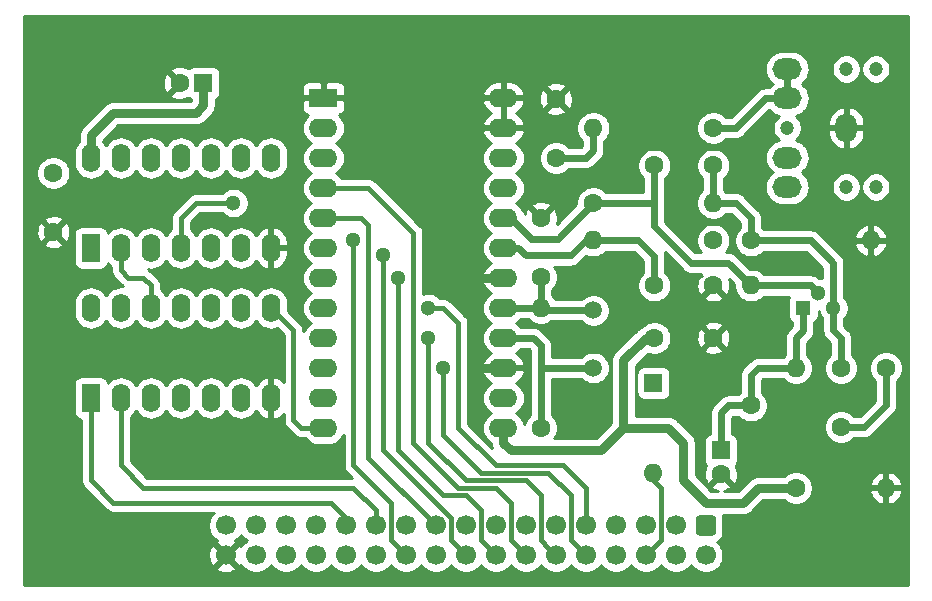
<source format=gbl>
%TF.GenerationSoftware,KiCad,Pcbnew,(5.1.10)-1*%
%TF.CreationDate,2022-01-30T13:18:58+01:00*%
%TF.ProjectId,MEA8000,4d454138-3030-4302-9e6b-696361645f70,1.0*%
%TF.SameCoordinates,PX6d01460PY60e4b00*%
%TF.FileFunction,Copper,L2,Bot*%
%TF.FilePolarity,Positive*%
%FSLAX46Y46*%
G04 Gerber Fmt 4.6, Leading zero omitted, Abs format (unit mm)*
G04 Created by KiCad (PCBNEW (5.1.10)-1) date 2022-01-30 13:18:58*
%MOMM*%
%LPD*%
G01*
G04 APERTURE LIST*
%TA.AperFunction,ComponentPad*%
%ADD10O,2.400000X1.600000*%
%TD*%
%TA.AperFunction,ComponentPad*%
%ADD11R,2.400000X1.600000*%
%TD*%
%TA.AperFunction,ComponentPad*%
%ADD12C,1.500000*%
%TD*%
%TA.AperFunction,ComponentPad*%
%ADD13O,1.600000X2.400000*%
%TD*%
%TA.AperFunction,ComponentPad*%
%ADD14R,1.600000X2.400000*%
%TD*%
%TA.AperFunction,ComponentPad*%
%ADD15O,1.600000X1.600000*%
%TD*%
%TA.AperFunction,ComponentPad*%
%ADD16C,1.600000*%
%TD*%
%TA.AperFunction,ComponentPad*%
%ADD17C,1.700000*%
%TD*%
%TA.AperFunction,ComponentPad*%
%ADD18R,1.600000X1.600000*%
%TD*%
%TA.AperFunction,WasherPad*%
%ADD19C,1.200000*%
%TD*%
%TA.AperFunction,ComponentPad*%
%ADD20O,2.500000X1.800000*%
%TD*%
%TA.AperFunction,ComponentPad*%
%ADD21O,1.800000X2.500000*%
%TD*%
%TA.AperFunction,ComponentPad*%
%ADD22R,1.300000X1.300000*%
%TD*%
%TA.AperFunction,ComponentPad*%
%ADD23C,1.300000*%
%TD*%
%TA.AperFunction,ViaPad*%
%ADD24C,1.300000*%
%TD*%
%TA.AperFunction,Conductor*%
%ADD25C,0.800000*%
%TD*%
%TA.AperFunction,Conductor*%
%ADD26C,0.400000*%
%TD*%
%TA.AperFunction,Conductor*%
%ADD27C,0.600000*%
%TD*%
%TA.AperFunction,Conductor*%
%ADD28C,0.254000*%
%TD*%
%TA.AperFunction,Conductor*%
%ADD29C,0.100000*%
%TD*%
G04 APERTURE END LIST*
D10*
%TO.P,U3,24*%
%TO.N,GND*%
X41275000Y41910000D03*
%TO.P,U3,12*%
%TO.N,Net-(D1-Pad1)*%
X26035000Y13970000D03*
%TO.P,U3,23*%
%TO.N,GND*%
X41275000Y39370000D03*
%TO.P,U3,11*%
%TO.N,/A0*%
X26035000Y16510000D03*
%TO.P,U3,22*%
%TO.N,Net-(U1-Pad4)*%
X41275000Y36830000D03*
%TO.P,U3,10*%
%TO.N,/D0*%
X26035000Y19050000D03*
%TO.P,U3,21*%
%TO.N,Net-(U3-Pad21)*%
X41275000Y34290000D03*
%TO.P,U3,9*%
%TO.N,/D1*%
X26035000Y21590000D03*
%TO.P,U3,20*%
%TO.N,Net-(C5-Pad2)*%
X41275000Y31750000D03*
%TO.P,U3,8*%
%TO.N,/D2*%
X26035000Y24130000D03*
%TO.P,U3,19*%
%TO.N,Net-(C4-Pad2)*%
X41275000Y29210000D03*
%TO.P,U3,7*%
%TO.N,/D3*%
X26035000Y26670000D03*
%TO.P,U3,18*%
%TO.N,GND*%
X41275000Y26670000D03*
%TO.P,U3,6*%
%TO.N,/D4*%
X26035000Y29210000D03*
%TO.P,U3,17*%
%TO.N,Net-(C3-Pad2)*%
X41275000Y24130000D03*
%TO.P,U3,5*%
%TO.N,/D5*%
X26035000Y31750000D03*
%TO.P,U3,16*%
%TO.N,Net-(R1-Pad1)*%
X41275000Y21590000D03*
%TO.P,U3,4*%
%TO.N,/D6*%
X26035000Y34290000D03*
%TO.P,U3,15*%
%TO.N,GND*%
X41275000Y19050000D03*
%TO.P,U3,3*%
%TO.N,/D7*%
X26035000Y36830000D03*
%TO.P,U3,14*%
%TO.N,Net-(U3-Pad14)*%
X41275000Y16510000D03*
%TO.P,U3,2*%
%TO.N,Net-(U3-Pad2)*%
X26035000Y39370000D03*
%TO.P,U3,13*%
%TO.N,VCC*%
X41275000Y13970000D03*
D11*
%TO.P,U3,1*%
%TO.N,GND*%
X26035000Y41910000D03*
%TD*%
D12*
%TO.P,Y1,2*%
%TO.N,Net-(C3-Pad2)*%
X48895000Y23930000D03*
%TO.P,Y1,1*%
%TO.N,Net-(R1-Pad1)*%
X48895000Y19050000D03*
%TD*%
D13*
%TO.P,U1,14*%
%TO.N,VCC*%
X6350000Y36830000D03*
%TO.P,U1,7*%
%TO.N,GND*%
X21590000Y29210000D03*
%TO.P,U1,13*%
%TO.N,N/C*%
X8890000Y36830000D03*
%TO.P,U1,6*%
X19050000Y29210000D03*
%TO.P,U1,12*%
X11430000Y36830000D03*
%TO.P,U1,5*%
X16510000Y29210000D03*
%TO.P,U1,11*%
X13970000Y36830000D03*
%TO.P,U1,4*%
%TO.N,Net-(U1-Pad4)*%
X13970000Y29210000D03*
%TO.P,U1,10*%
%TO.N,N/C*%
X16510000Y36830000D03*
%TO.P,U1,3*%
%TO.N,/R_~W*%
X11430000Y29210000D03*
%TO.P,U1,9*%
%TO.N,N/C*%
X19050000Y36830000D03*
%TO.P,U1,2*%
%TO.N,Net-(U1-Pad2)*%
X8890000Y29210000D03*
%TO.P,U1,8*%
%TO.N,N/C*%
X21590000Y36830000D03*
D14*
%TO.P,U1,1*%
%TO.N,/~IO*%
X6350000Y29210000D03*
%TD*%
D15*
%TO.P,R1,2*%
%TO.N,Net-(C3-Pad2)*%
X44450000Y24130000D03*
D16*
%TO.P,R1,1*%
%TO.N,Net-(R1-Pad1)*%
X44450000Y13970000D03*
%TD*%
D17*
%TO.P,J1,34*%
%TO.N,GND*%
X17780000Y3175000D03*
%TO.P,J1,32*%
%TO.N,/A11*%
X20320000Y3175000D03*
%TO.P,J1,30*%
%TO.N,/A12*%
X22860000Y3175000D03*
%TO.P,J1,28*%
%TO.N,/A13*%
X25400000Y3175000D03*
%TO.P,J1,26*%
%TO.N,/A14*%
X27940000Y3175000D03*
%TO.P,J1,24*%
%TO.N,/A15*%
X30480000Y3175000D03*
%TO.P,J1,22*%
%TO.N,/D7*%
X33020000Y3175000D03*
%TO.P,J1,20*%
%TO.N,/A4*%
X35560000Y3175000D03*
%TO.P,J1,18*%
%TO.N,/D4*%
X38100000Y3175000D03*
%TO.P,J1,16*%
%TO.N,/D3*%
X40640000Y3175000D03*
%TO.P,J1,14*%
%TO.N,/D6*%
X43180000Y3175000D03*
%TO.P,J1,12*%
%TO.N,/D1*%
X45720000Y3175000D03*
%TO.P,J1,10*%
%TO.N,/D0*%
X48260000Y3175000D03*
%TO.P,J1,8*%
%TO.N,/~IRQ*%
X50800000Y3175000D03*
%TO.P,J1,6*%
%TO.N,/~IOCTRL*%
X53340000Y3175000D03*
%TO.P,J1,4*%
%TO.N,/~RESET*%
X55880000Y3175000D03*
%TO.P,J1,2*%
%TO.N,/~ROMDIS*%
X58420000Y3175000D03*
%TO.P,J1,33*%
%TO.N,VCC*%
X17780000Y5715000D03*
%TO.P,J1,31*%
%TO.N,/A10*%
X20320000Y5715000D03*
%TO.P,J1,29*%
%TO.N,/A9*%
X22860000Y5715000D03*
%TO.P,J1,27*%
%TO.N,/A8*%
X25400000Y5715000D03*
%TO.P,J1,25*%
%TO.N,/A7*%
X27940000Y5715000D03*
%TO.P,J1,23*%
%TO.N,/A6*%
X30480000Y5715000D03*
%TO.P,J1,21*%
%TO.N,/A5*%
X33020000Y5715000D03*
%TO.P,J1,19*%
%TO.N,/D5*%
X35560000Y5715000D03*
%TO.P,J1,17*%
%TO.N,/A2*%
X38100000Y5715000D03*
%TO.P,J1,15*%
%TO.N,/A1*%
X40640000Y5715000D03*
%TO.P,J1,13*%
%TO.N,/A0*%
X43180000Y5715000D03*
%TO.P,J1,11*%
%TO.N,/A3*%
X45720000Y5715000D03*
%TO.P,J1,9*%
%TO.N,/D2*%
X48260000Y5715000D03*
%TO.P,J1,7*%
%TO.N,/R_~W*%
X50800000Y5715000D03*
%TO.P,J1,5*%
%TO.N,/~IO*%
X53340000Y5715000D03*
%TO.P,J1,3*%
%TO.N,/PHI2*%
X55880000Y5715000D03*
%TO.P,J1,1*%
%TO.N,/~MAP*%
%TA.AperFunction,ComponentPad*%
G36*
G01*
X57820000Y6565000D02*
X59020000Y6565000D01*
G75*
G02*
X59270000Y6315000I0J-250000D01*
G01*
X59270000Y5115000D01*
G75*
G02*
X59020000Y4865000I-250000J0D01*
G01*
X57820000Y4865000D01*
G75*
G02*
X57570000Y5115000I0J250000D01*
G01*
X57570000Y6315000D01*
G75*
G02*
X57820000Y6565000I250000J0D01*
G01*
G37*
%TD.AperFunction*%
%TD*%
D15*
%TO.P,D1,2*%
%TO.N,/~IOCTRL*%
X53975000Y10160000D03*
D18*
%TO.P,D1,1*%
%TO.N,Net-(D1-Pad1)*%
X53975000Y17780000D03*
%TD*%
D16*
%TO.P,C3,2*%
%TO.N,Net-(C3-Pad2)*%
X44450000Y26750000D03*
%TO.P,C3,1*%
%TO.N,GND*%
X44450000Y31750000D03*
%TD*%
D19*
%TO.P,J2,*%
%TO.N,*%
X70310000Y34370000D03*
X70310000Y44370000D03*
X72810000Y44370000D03*
X72810000Y34370000D03*
X65310000Y39370000D03*
D20*
%TO.P,J2,RN*%
%TO.N,Net-(J2-PadRN)*%
X65310000Y36870000D03*
%TO.P,J2,R*%
%TO.N,Net-(J2-PadR)*%
X65310000Y34370000D03*
%TO.P,J2,TN*%
%TO.N,Net-(J2-PadT)*%
X65310000Y41870000D03*
%TO.P,J2,T*%
X65310000Y44370000D03*
D21*
%TO.P,J2,S*%
%TO.N,GND*%
X70310000Y39370000D03*
%TD*%
D16*
%TO.P,C2,2*%
%TO.N,VCC*%
X54055000Y21590000D03*
%TO.P,C2,1*%
%TO.N,GND*%
X59055000Y21590000D03*
%TD*%
%TO.P,C1,2*%
%TO.N,VCC*%
X3175000Y35560000D03*
%TO.P,C1,1*%
%TO.N,GND*%
X3175000Y30560000D03*
%TD*%
D22*
%TO.P,Q1,1*%
%TO.N,Net-(C8-Pad1)*%
X66675000Y24130000D03*
D23*
%TO.P,Q1,3*%
%TO.N,Net-(C5-Pad1)*%
X69215000Y24130000D03*
%TO.P,Q1,2*%
%TO.N,Net-(C5-Pad2)*%
X67945000Y25400000D03*
%TD*%
D13*
%TO.P,U2,14*%
%TO.N,VCC*%
X6350000Y24130000D03*
%TO.P,U2,7*%
%TO.N,GND*%
X21590000Y16510000D03*
%TO.P,U2,13*%
%TO.N,N/C*%
X8890000Y24130000D03*
%TO.P,U2,6*%
%TO.N,/A3*%
X19050000Y16510000D03*
%TO.P,U2,12*%
%TO.N,Net-(U1-Pad2)*%
X11430000Y24130000D03*
%TO.P,U2,5*%
%TO.N,/A1*%
X16510000Y16510000D03*
%TO.P,U2,11*%
%TO.N,/A2*%
X13970000Y24130000D03*
%TO.P,U2,4*%
%TO.N,/A4*%
X13970000Y16510000D03*
%TO.P,U2,10*%
%TO.N,N/C*%
X16510000Y24130000D03*
%TO.P,U2,3*%
%TO.N,/A5*%
X11430000Y16510000D03*
%TO.P,U2,9*%
%TO.N,N/C*%
X19050000Y24130000D03*
%TO.P,U2,2*%
%TO.N,/A6*%
X8890000Y16510000D03*
%TO.P,U2,8*%
%TO.N,Net-(D1-Pad1)*%
X21590000Y24130000D03*
D14*
%TO.P,U2,1*%
%TO.N,/A7*%
X6350000Y16510000D03*
%TD*%
D15*
%TO.P,R6,2*%
%TO.N,GND*%
X72390000Y29845000D03*
D16*
%TO.P,R6,1*%
%TO.N,Net-(C5-Pad1)*%
X62230000Y29845000D03*
%TD*%
D15*
%TO.P,R8,2*%
%TO.N,Net-(C6-Pad2)*%
X48895000Y39370000D03*
D16*
%TO.P,R8,1*%
%TO.N,Net-(J2-PadT)*%
X59055000Y39370000D03*
%TD*%
D15*
%TO.P,R7,2*%
%TO.N,GND*%
X73660000Y8890000D03*
D16*
%TO.P,R7,1*%
%TO.N,Net-(C6-Pad2)*%
X73660000Y19050000D03*
%TD*%
D15*
%TO.P,R4,2*%
%TO.N,Net-(C5-Pad1)*%
X59055000Y33020000D03*
D16*
%TO.P,R4,1*%
%TO.N,Net-(C5-Pad2)*%
X48895000Y33020000D03*
%TD*%
D15*
%TO.P,R3,2*%
%TO.N,Net-(C5-Pad2)*%
X62230000Y26035000D03*
D16*
%TO.P,R3,1*%
%TO.N,Net-(C8-Pad1)*%
X62230000Y15875000D03*
%TD*%
D15*
%TO.P,R2,2*%
%TO.N,Net-(C4-Pad2)*%
X48895000Y29845000D03*
D16*
%TO.P,R2,1*%
%TO.N,Net-(C8-Pad1)*%
X59055000Y29845000D03*
%TD*%
D15*
%TO.P,R5,2*%
%TO.N,Net-(C8-Pad1)*%
X66040000Y19050000D03*
D16*
%TO.P,R5,1*%
%TO.N,VCC*%
X66040000Y8890000D03*
%TD*%
%TO.P,C8,2*%
%TO.N,GND*%
X59690000Y10065000D03*
D18*
%TO.P,C8,1*%
%TO.N,Net-(C8-Pad1)*%
X59690000Y12065000D03*
%TD*%
D16*
%TO.P,C6,2*%
%TO.N,Net-(C6-Pad2)*%
X69850000Y14050000D03*
%TO.P,C6,1*%
%TO.N,Net-(C5-Pad1)*%
X69850000Y19050000D03*
%TD*%
%TO.P,C9,2*%
%TO.N,Net-(C6-Pad2)*%
X45720000Y36830000D03*
%TO.P,C9,1*%
%TO.N,GND*%
X45720000Y41830000D03*
%TD*%
%TO.P,C5,2*%
%TO.N,Net-(C5-Pad2)*%
X54055000Y36195000D03*
%TO.P,C5,1*%
%TO.N,Net-(C5-Pad1)*%
X59055000Y36195000D03*
%TD*%
%TO.P,C4,2*%
%TO.N,Net-(C4-Pad2)*%
X54055000Y26035000D03*
%TO.P,C4,1*%
%TO.N,GND*%
X59055000Y26035000D03*
%TD*%
%TO.P,C7,2*%
%TO.N,GND*%
X13875000Y43180000D03*
D18*
%TO.P,C7,1*%
%TO.N,VCC*%
X15875000Y43180000D03*
%TD*%
D24*
%TO.N,/D0*%
X36195000Y19050000D03*
%TO.N,/D1*%
X34925000Y21590000D03*
%TO.N,/D2*%
X34925000Y24130000D03*
%TO.N,/D3*%
X32385000Y26670000D03*
%TO.N,/D4*%
X31115000Y28575000D03*
%TO.N,/D7*%
X28575000Y29845000D03*
%TO.N,Net-(U1-Pad4)*%
X18415000Y33020000D03*
%TD*%
D25*
%TO.N,GND*%
X41275000Y26670000D02*
X39370000Y26670000D01*
X39370000Y26670000D02*
X38735000Y26035000D01*
X38735000Y26035000D02*
X38735000Y19685000D01*
X39370000Y19050000D02*
X41275000Y19050000D01*
X38735000Y19685000D02*
X39370000Y19050000D01*
%TO.N,VCC*%
X6350000Y38735000D02*
X6350000Y36830000D01*
X8255000Y40640000D02*
X6350000Y38735000D01*
X15875000Y41275000D02*
X15240000Y40640000D01*
X15240000Y40640000D02*
X8255000Y40640000D01*
X15875000Y43180000D02*
X15875000Y41275000D01*
X41275000Y13970000D02*
X41275000Y12700000D01*
X41275000Y12700000D02*
X41910000Y12065000D01*
X41910000Y12065000D02*
X49530000Y12065000D01*
X49530000Y12065000D02*
X51435000Y13970000D01*
X51435000Y13970000D02*
X51435000Y19685000D01*
X53340000Y21590000D02*
X54055000Y21590000D01*
X51435000Y19685000D02*
X53340000Y21590000D01*
X66040000Y8890000D02*
X62865000Y8890000D01*
X62865000Y8890000D02*
X61595000Y7620000D01*
X61595000Y7620000D02*
X58420000Y7620000D01*
X58420000Y7620000D02*
X56515000Y9525000D01*
X56515000Y9525000D02*
X56515000Y12700000D01*
X55245000Y13970000D02*
X51435000Y13970000D01*
X56515000Y12700000D02*
X55245000Y13970000D01*
D26*
%TO.N,/D0*%
X46990000Y4445000D02*
X48260000Y3175000D01*
X46990000Y8255000D02*
X46990000Y4445000D01*
X45085000Y10160000D02*
X46990000Y8255000D01*
X39370000Y10160000D02*
X45085000Y10160000D01*
X36195000Y13335000D02*
X39370000Y10160000D01*
X36195000Y19050000D02*
X36195000Y13335000D01*
%TO.N,/D1*%
X34925000Y21590000D02*
X34925000Y12700000D01*
X38100000Y9525000D02*
X43180000Y9525000D01*
X34925000Y12700000D02*
X38100000Y9525000D01*
X43180000Y9525000D02*
X44450000Y8255000D01*
X44450000Y4445000D02*
X45085000Y3810000D01*
X44450000Y8255000D02*
X44450000Y4445000D01*
X45085000Y3810000D02*
X45720000Y3175000D01*
%TO.N,/D2*%
X48260000Y8890000D02*
X48260000Y5715000D01*
X46355000Y10795000D02*
X48260000Y8890000D01*
X36195000Y24130000D02*
X37465000Y22860000D01*
X34925000Y24130000D02*
X36195000Y24130000D01*
X37465000Y13970000D02*
X40640000Y10795000D01*
X40640000Y10795000D02*
X46355000Y10795000D01*
X37465000Y22860000D02*
X37465000Y13970000D01*
%TO.N,/D3*%
X39370000Y4445000D02*
X40640000Y3175000D01*
X39370000Y6985000D02*
X39370000Y4445000D01*
X38100000Y8255000D02*
X39370000Y6985000D01*
X36195000Y8255000D02*
X38100000Y8255000D01*
X32385000Y12065000D02*
X36195000Y8255000D01*
X32385000Y26670000D02*
X32385000Y12065000D01*
%TO.N,/D4*%
X36830000Y4445000D02*
X38100000Y3175000D01*
X36830000Y6350000D02*
X36830000Y4445000D01*
X31115000Y12065000D02*
X36830000Y6350000D01*
X31115000Y28575000D02*
X31115000Y12065000D01*
%TO.N,/D5*%
X29845000Y11430000D02*
X35560000Y5715000D01*
X29210000Y31750000D02*
X29845000Y31115000D01*
X29845000Y31115000D02*
X29845000Y11430000D01*
X26035000Y31750000D02*
X29210000Y31750000D01*
%TO.N,/D6*%
X41910000Y4445000D02*
X43180000Y3175000D01*
X33655000Y30480000D02*
X33655000Y12700000D01*
X29845000Y34290000D02*
X33655000Y30480000D01*
X26035000Y34290000D02*
X29845000Y34290000D01*
X37465000Y8890000D02*
X40640000Y8890000D01*
X33655000Y12700000D02*
X37465000Y8890000D01*
X41910000Y7620000D02*
X41910000Y4445000D01*
X40640000Y8890000D02*
X41910000Y7620000D01*
%TO.N,/D7*%
X31750000Y7620000D02*
X31750000Y4445000D01*
X31750000Y4445000D02*
X33020000Y3175000D01*
X28575000Y10795000D02*
X31750000Y7620000D01*
X28575000Y29845000D02*
X28575000Y10795000D01*
%TO.N,/A6*%
X30480000Y5715000D02*
X30480000Y6985000D01*
X8890000Y10795000D02*
X8890000Y16510000D01*
X30480000Y6985000D02*
X28575000Y8890000D01*
X10795000Y8890000D02*
X8890000Y10795000D01*
X28575000Y8890000D02*
X10795000Y8890000D01*
%TO.N,/A7*%
X27940000Y6350000D02*
X27940000Y5715000D01*
X26670000Y7620000D02*
X27940000Y6350000D01*
X26670000Y7620000D02*
X8255000Y7620000D01*
X6350000Y9525000D02*
X6350000Y16510000D01*
X8255000Y7620000D02*
X6350000Y9525000D01*
D27*
%TO.N,Net-(C3-Pad2)*%
X41275000Y24130000D02*
X44450000Y24130000D01*
X44450000Y26750000D02*
X44450000Y24130000D01*
X44650000Y23930000D02*
X44450000Y24130000D01*
X48895000Y23930000D02*
X44650000Y23930000D01*
D26*
%TO.N,Net-(U1-Pad2)*%
X8890000Y29210000D02*
X8890000Y27305000D01*
X8890000Y27305000D02*
X9525000Y26670000D01*
X9525000Y26670000D02*
X10795000Y26670000D01*
X10795000Y26670000D02*
X11430000Y26035000D01*
X11430000Y24130000D02*
X11430000Y26035000D01*
D27*
%TO.N,Net-(J2-PadT)*%
X65310000Y44370000D02*
X65310000Y41870000D01*
X63460000Y41870000D02*
X65310000Y41870000D01*
X60960000Y39370000D02*
X63460000Y41870000D01*
X59055000Y39370000D02*
X60960000Y39370000D01*
%TO.N,Net-(C4-Pad2)*%
X54055000Y26035000D02*
X54055000Y28495000D01*
X52705000Y29845000D02*
X48895000Y29845000D01*
X54055000Y28495000D02*
X52705000Y29845000D01*
X48895000Y29845000D02*
X48260000Y29845000D01*
X48260000Y29845000D02*
X46990000Y28575000D01*
X43180000Y28575000D02*
X42545000Y29210000D01*
X46990000Y28575000D02*
X43180000Y28575000D01*
X41275000Y29210000D02*
X42545000Y29210000D01*
%TO.N,Net-(C5-Pad2)*%
X67310000Y26035000D02*
X67945000Y25400000D01*
X62230000Y26035000D02*
X67310000Y26035000D01*
X53975000Y33020000D02*
X54055000Y33100000D01*
X48895000Y33020000D02*
X53975000Y33020000D01*
X54055000Y33100000D02*
X54055000Y36195000D01*
X60325000Y27940000D02*
X62230000Y26035000D01*
X57150000Y27940000D02*
X60325000Y27940000D01*
X54055000Y31035000D02*
X57150000Y27940000D01*
X54055000Y33100000D02*
X54055000Y31035000D01*
X41275000Y31750000D02*
X41910000Y31750000D01*
X41910000Y31750000D02*
X43649990Y30010010D01*
X43649990Y30010010D02*
X45885010Y30010010D01*
X45885010Y30010010D02*
X48895000Y33020000D01*
%TO.N,Net-(C5-Pad1)*%
X69215000Y24130000D02*
X69215000Y22225000D01*
X69850000Y21590000D02*
X69850000Y19050000D01*
X69215000Y22225000D02*
X69850000Y21590000D01*
X59055000Y33020000D02*
X60960000Y33020000D01*
X62230000Y31750000D02*
X62230000Y29845000D01*
X60960000Y33020000D02*
X62230000Y31750000D01*
X69215000Y24130000D02*
X69215000Y27940000D01*
X67310000Y29845000D02*
X62230000Y29845000D01*
X69215000Y27940000D02*
X67310000Y29845000D01*
X59055000Y36195000D02*
X59055000Y33020000D01*
%TO.N,Net-(C6-Pad2)*%
X69850000Y14050000D02*
X71835000Y14050000D01*
X73660000Y15875000D02*
X73660000Y19050000D01*
X71835000Y14050000D02*
X73660000Y15875000D01*
X48895000Y39370000D02*
X48895000Y37465000D01*
X48260000Y36830000D02*
X45720000Y36830000D01*
X48895000Y37465000D02*
X48260000Y36830000D01*
%TO.N,Net-(C8-Pad1)*%
X66675000Y24130000D02*
X66675000Y22225000D01*
X66040000Y21590000D02*
X66040000Y19050000D01*
X66675000Y22225000D02*
X66040000Y21590000D01*
X59690000Y12065000D02*
X59690000Y15240000D01*
X60325000Y15875000D02*
X62230000Y15875000D01*
X59690000Y15240000D02*
X60325000Y15875000D01*
X62230000Y18415000D02*
X62865000Y19050000D01*
X62865000Y19050000D02*
X66040000Y19050000D01*
X62230000Y15875000D02*
X62230000Y18415000D01*
D26*
%TO.N,/~IOCTRL*%
X53340000Y3175000D02*
X54610000Y4445000D01*
X54610000Y4445000D02*
X54610000Y8890000D01*
X54610000Y8890000D02*
X53340000Y10160000D01*
%TO.N,Net-(D1-Pad1)*%
X24130000Y13970000D02*
X26035000Y13970000D01*
X23495000Y14605000D02*
X24130000Y13970000D01*
X23495000Y22225000D02*
X23495000Y14605000D01*
X21590000Y24130000D02*
X23495000Y22225000D01*
D27*
%TO.N,Net-(R1-Pad1)*%
X48895000Y19050000D02*
X44450000Y19050000D01*
X44450000Y13970000D02*
X44450000Y19050000D01*
X43815000Y21590000D02*
X44450000Y20955000D01*
X44450000Y19050000D02*
X44450000Y20955000D01*
X43815000Y21590000D02*
X41275000Y21590000D01*
D26*
%TO.N,Net-(U1-Pad4)*%
X13970000Y29210000D02*
X13970000Y31750000D01*
X15240000Y33020000D02*
X18415000Y33020000D01*
X13970000Y31750000D02*
X15240000Y33020000D01*
%TD*%
D28*
%TO.N,GND*%
X75540000Y660000D02*
X660000Y660000D01*
X660000Y2146603D01*
X16931208Y2146603D01*
X17008843Y1897528D01*
X17272883Y1771629D01*
X17556411Y1699661D01*
X17848531Y1684389D01*
X18138019Y1726401D01*
X18413747Y1824081D01*
X18551157Y1897528D01*
X18628792Y2146603D01*
X17780000Y2995395D01*
X16931208Y2146603D01*
X660000Y2146603D01*
X660000Y3106469D01*
X16289389Y3106469D01*
X16331401Y2816981D01*
X16429081Y2541253D01*
X16502528Y2403843D01*
X16751603Y2326208D01*
X17600395Y3175000D01*
X16751603Y4023792D01*
X16502528Y3946157D01*
X16376629Y3682117D01*
X16304661Y3398589D01*
X16289389Y3106469D01*
X660000Y3106469D01*
X660000Y29567298D01*
X2361903Y29567298D01*
X2433486Y29323329D01*
X2688996Y29202429D01*
X2963184Y29133700D01*
X3245512Y29119783D01*
X3525130Y29161213D01*
X3791292Y29256397D01*
X3916514Y29323329D01*
X3988097Y29567298D01*
X3175000Y30380395D01*
X2361903Y29567298D01*
X660000Y29567298D01*
X660000Y30489488D01*
X1734783Y30489488D01*
X1776213Y30209870D01*
X1871397Y29943708D01*
X1938329Y29818486D01*
X2182298Y29746903D01*
X2995395Y30560000D01*
X3354605Y30560000D01*
X4167702Y29746903D01*
X4411671Y29818486D01*
X4532571Y30073996D01*
X4601300Y30348184D01*
X4604347Y30410000D01*
X4911928Y30410000D01*
X4911928Y28010000D01*
X4924188Y27885518D01*
X4960498Y27765820D01*
X5019463Y27655506D01*
X5098815Y27558815D01*
X5195506Y27479463D01*
X5305820Y27420498D01*
X5425518Y27384188D01*
X5550000Y27371928D01*
X7150000Y27371928D01*
X7274482Y27384188D01*
X7394180Y27420498D01*
X7504494Y27479463D01*
X7601185Y27558815D01*
X7680537Y27655506D01*
X7739502Y27765820D01*
X7775812Y27885518D01*
X7777581Y27903483D01*
X7870393Y27790392D01*
X8055001Y27638888D01*
X8055001Y27346028D01*
X8050960Y27305000D01*
X8067082Y27141312D01*
X8114828Y26983914D01*
X8192364Y26838855D01*
X8210968Y26816186D01*
X8296710Y26711709D01*
X8328573Y26685559D01*
X8905562Y26108569D01*
X8931709Y26076709D01*
X8963568Y26050563D01*
X8963570Y26050561D01*
X9038499Y25989069D01*
X9058854Y25972364D01*
X9097962Y25951460D01*
X8890000Y25971943D01*
X8608691Y25944236D01*
X8338192Y25862182D01*
X8088899Y25728932D01*
X7870392Y25549607D01*
X7691068Y25331100D01*
X7620000Y25198142D01*
X7548932Y25331101D01*
X7369607Y25549608D01*
X7151100Y25728932D01*
X6901807Y25862182D01*
X6631308Y25944236D01*
X6350000Y25971943D01*
X6068691Y25944236D01*
X5798192Y25862182D01*
X5548899Y25728932D01*
X5330392Y25549607D01*
X5151068Y25331100D01*
X5017818Y25081807D01*
X4935764Y24811308D01*
X4915000Y24600491D01*
X4915000Y23659508D01*
X4935764Y23448691D01*
X5017818Y23178192D01*
X5151068Y22928899D01*
X5330393Y22710392D01*
X5548900Y22531068D01*
X5798193Y22397818D01*
X6068692Y22315764D01*
X6350000Y22288057D01*
X6631309Y22315764D01*
X6901808Y22397818D01*
X7151101Y22531068D01*
X7369608Y22710392D01*
X7548932Y22928899D01*
X7620000Y23061858D01*
X7691068Y22928899D01*
X7870393Y22710392D01*
X8088900Y22531068D01*
X8338193Y22397818D01*
X8608692Y22315764D01*
X8890000Y22288057D01*
X9171309Y22315764D01*
X9441808Y22397818D01*
X9691101Y22531068D01*
X9909608Y22710392D01*
X10088932Y22928899D01*
X10160000Y23061858D01*
X10231068Y22928899D01*
X10410393Y22710392D01*
X10628900Y22531068D01*
X10878193Y22397818D01*
X11148692Y22315764D01*
X11430000Y22288057D01*
X11711309Y22315764D01*
X11981808Y22397818D01*
X12231101Y22531068D01*
X12449608Y22710392D01*
X12628932Y22928899D01*
X12700000Y23061858D01*
X12771068Y22928899D01*
X12950393Y22710392D01*
X13168900Y22531068D01*
X13418193Y22397818D01*
X13688692Y22315764D01*
X13970000Y22288057D01*
X14251309Y22315764D01*
X14521808Y22397818D01*
X14771101Y22531068D01*
X14989608Y22710392D01*
X15168932Y22928899D01*
X15240000Y23061858D01*
X15311068Y22928899D01*
X15490393Y22710392D01*
X15708900Y22531068D01*
X15958193Y22397818D01*
X16228692Y22315764D01*
X16510000Y22288057D01*
X16791309Y22315764D01*
X17061808Y22397818D01*
X17311101Y22531068D01*
X17529608Y22710392D01*
X17708932Y22928899D01*
X17780000Y23061858D01*
X17851068Y22928899D01*
X18030393Y22710392D01*
X18248900Y22531068D01*
X18498193Y22397818D01*
X18768692Y22315764D01*
X19050000Y22288057D01*
X19331309Y22315764D01*
X19601808Y22397818D01*
X19851101Y22531068D01*
X20069608Y22710392D01*
X20248932Y22928899D01*
X20320000Y23061858D01*
X20391068Y22928899D01*
X20570393Y22710392D01*
X20788900Y22531068D01*
X21038193Y22397818D01*
X21308692Y22315764D01*
X21590000Y22288057D01*
X21871309Y22315764D01*
X22141429Y22397703D01*
X22660000Y21879131D01*
X22660001Y17866492D01*
X22514895Y18014500D01*
X22281646Y18173715D01*
X22021818Y18284367D01*
X21939039Y18301904D01*
X21717000Y18179915D01*
X21717000Y16637000D01*
X21737000Y16637000D01*
X21737000Y16383000D01*
X21717000Y16383000D01*
X21717000Y14840085D01*
X21939039Y14718096D01*
X22021818Y14735633D01*
X22281646Y14846285D01*
X22514895Y15005500D01*
X22660001Y15153509D01*
X22660001Y14646028D01*
X22655960Y14605000D01*
X22672082Y14441312D01*
X22719828Y14283914D01*
X22797364Y14138855D01*
X22819949Y14111335D01*
X22901710Y14011709D01*
X22933573Y13985559D01*
X23510562Y13408569D01*
X23536709Y13376709D01*
X23568568Y13350563D01*
X23568570Y13350561D01*
X23642032Y13290273D01*
X23663854Y13272364D01*
X23808913Y13194828D01*
X23966311Y13147082D01*
X24088981Y13135000D01*
X24088982Y13135000D01*
X24130000Y13130960D01*
X24171018Y13135000D01*
X24463888Y13135000D01*
X24615392Y12950392D01*
X24833899Y12771068D01*
X25083192Y12637818D01*
X25353691Y12555764D01*
X25564508Y12535000D01*
X26505492Y12535000D01*
X26716309Y12555764D01*
X26986808Y12637818D01*
X27236101Y12771068D01*
X27454608Y12950392D01*
X27633932Y13168899D01*
X27740001Y13367340D01*
X27740001Y10836029D01*
X27735960Y10795000D01*
X27752082Y10631312D01*
X27799828Y10473914D01*
X27877364Y10328855D01*
X27899949Y10301335D01*
X27981710Y10201709D01*
X28013574Y10175559D01*
X28464133Y9725000D01*
X11140869Y9725000D01*
X9725000Y11140867D01*
X9725000Y14938888D01*
X9909608Y15090392D01*
X10088932Y15308899D01*
X10160000Y15441858D01*
X10231068Y15308899D01*
X10410393Y15090392D01*
X10628900Y14911068D01*
X10878193Y14777818D01*
X11148692Y14695764D01*
X11430000Y14668057D01*
X11711309Y14695764D01*
X11981808Y14777818D01*
X12231101Y14911068D01*
X12449608Y15090392D01*
X12628932Y15308899D01*
X12700000Y15441858D01*
X12771068Y15308899D01*
X12950393Y15090392D01*
X13168900Y14911068D01*
X13418193Y14777818D01*
X13688692Y14695764D01*
X13970000Y14668057D01*
X14251309Y14695764D01*
X14521808Y14777818D01*
X14771101Y14911068D01*
X14989608Y15090392D01*
X15168932Y15308899D01*
X15240000Y15441858D01*
X15311068Y15308899D01*
X15490393Y15090392D01*
X15708900Y14911068D01*
X15958193Y14777818D01*
X16228692Y14695764D01*
X16510000Y14668057D01*
X16791309Y14695764D01*
X17061808Y14777818D01*
X17311101Y14911068D01*
X17529608Y15090392D01*
X17708932Y15308899D01*
X17780000Y15441858D01*
X17851068Y15308899D01*
X18030393Y15090392D01*
X18248900Y14911068D01*
X18498193Y14777818D01*
X18768692Y14695764D01*
X19050000Y14668057D01*
X19331309Y14695764D01*
X19601808Y14777818D01*
X19851101Y14911068D01*
X20069608Y15090392D01*
X20248932Y15308899D01*
X20317265Y15436741D01*
X20467399Y15207161D01*
X20665105Y15005500D01*
X20898354Y14846285D01*
X21158182Y14735633D01*
X21240961Y14718096D01*
X21463000Y14840085D01*
X21463000Y16383000D01*
X21443000Y16383000D01*
X21443000Y16637000D01*
X21463000Y16637000D01*
X21463000Y18179915D01*
X21240961Y18301904D01*
X21158182Y18284367D01*
X20898354Y18173715D01*
X20665105Y18014500D01*
X20467399Y17812839D01*
X20317265Y17583259D01*
X20248932Y17711101D01*
X20069607Y17929608D01*
X19851100Y18108932D01*
X19601807Y18242182D01*
X19331308Y18324236D01*
X19050000Y18351943D01*
X18768691Y18324236D01*
X18498192Y18242182D01*
X18248899Y18108932D01*
X18030392Y17929607D01*
X17851068Y17711100D01*
X17780000Y17578142D01*
X17708932Y17711101D01*
X17529607Y17929608D01*
X17311100Y18108932D01*
X17061807Y18242182D01*
X16791308Y18324236D01*
X16510000Y18351943D01*
X16228691Y18324236D01*
X15958192Y18242182D01*
X15708899Y18108932D01*
X15490392Y17929607D01*
X15311068Y17711100D01*
X15240000Y17578142D01*
X15168932Y17711101D01*
X14989607Y17929608D01*
X14771100Y18108932D01*
X14521807Y18242182D01*
X14251308Y18324236D01*
X13970000Y18351943D01*
X13688691Y18324236D01*
X13418192Y18242182D01*
X13168899Y18108932D01*
X12950392Y17929607D01*
X12771068Y17711100D01*
X12700000Y17578142D01*
X12628932Y17711101D01*
X12449607Y17929608D01*
X12231100Y18108932D01*
X11981807Y18242182D01*
X11711308Y18324236D01*
X11430000Y18351943D01*
X11148691Y18324236D01*
X10878192Y18242182D01*
X10628899Y18108932D01*
X10410392Y17929607D01*
X10231068Y17711100D01*
X10160000Y17578142D01*
X10088932Y17711101D01*
X9909607Y17929608D01*
X9691100Y18108932D01*
X9441807Y18242182D01*
X9171308Y18324236D01*
X8890000Y18351943D01*
X8608691Y18324236D01*
X8338192Y18242182D01*
X8088899Y18108932D01*
X7870392Y17929607D01*
X7777581Y17816517D01*
X7775812Y17834482D01*
X7739502Y17954180D01*
X7680537Y18064494D01*
X7601185Y18161185D01*
X7504494Y18240537D01*
X7394180Y18299502D01*
X7274482Y18335812D01*
X7150000Y18348072D01*
X5550000Y18348072D01*
X5425518Y18335812D01*
X5305820Y18299502D01*
X5195506Y18240537D01*
X5098815Y18161185D01*
X5019463Y18064494D01*
X4960498Y17954180D01*
X4924188Y17834482D01*
X4911928Y17710000D01*
X4911928Y15310000D01*
X4924188Y15185518D01*
X4960498Y15065820D01*
X5019463Y14955506D01*
X5098815Y14858815D01*
X5195506Y14779463D01*
X5305820Y14720498D01*
X5425518Y14684188D01*
X5515001Y14675375D01*
X5515000Y9566019D01*
X5510960Y9525000D01*
X5515000Y9483982D01*
X5527082Y9361312D01*
X5574828Y9203914D01*
X5652364Y9058855D01*
X5756709Y8931709D01*
X5788579Y8905554D01*
X7635563Y7058568D01*
X7661709Y7026709D01*
X7693568Y7000563D01*
X7693570Y7000561D01*
X7788854Y6922364D01*
X7933913Y6844828D01*
X8091311Y6797082D01*
X8255000Y6780960D01*
X8296018Y6785000D01*
X16749893Y6785000D01*
X16626525Y6661632D01*
X16464010Y6418411D01*
X16352068Y6148158D01*
X16295000Y5861260D01*
X16295000Y5568740D01*
X16352068Y5281842D01*
X16464010Y5011589D01*
X16626525Y4768368D01*
X16833368Y4561525D01*
X17006729Y4445689D01*
X16931208Y4203397D01*
X17780000Y3354605D01*
X18628792Y4203397D01*
X18553271Y4445689D01*
X18726632Y4561525D01*
X18933475Y4768368D01*
X19050000Y4942760D01*
X19166525Y4768368D01*
X19373368Y4561525D01*
X19547760Y4445000D01*
X19373368Y4328475D01*
X19166525Y4121632D01*
X19050689Y3948271D01*
X18808397Y4023792D01*
X17959605Y3175000D01*
X18808397Y2326208D01*
X19050689Y2401729D01*
X19166525Y2228368D01*
X19373368Y2021525D01*
X19616589Y1859010D01*
X19886842Y1747068D01*
X20173740Y1690000D01*
X20466260Y1690000D01*
X20753158Y1747068D01*
X21023411Y1859010D01*
X21266632Y2021525D01*
X21473475Y2228368D01*
X21590000Y2402760D01*
X21706525Y2228368D01*
X21913368Y2021525D01*
X22156589Y1859010D01*
X22426842Y1747068D01*
X22713740Y1690000D01*
X23006260Y1690000D01*
X23293158Y1747068D01*
X23563411Y1859010D01*
X23806632Y2021525D01*
X24013475Y2228368D01*
X24130000Y2402760D01*
X24246525Y2228368D01*
X24453368Y2021525D01*
X24696589Y1859010D01*
X24966842Y1747068D01*
X25253740Y1690000D01*
X25546260Y1690000D01*
X25833158Y1747068D01*
X26103411Y1859010D01*
X26346632Y2021525D01*
X26553475Y2228368D01*
X26670000Y2402760D01*
X26786525Y2228368D01*
X26993368Y2021525D01*
X27236589Y1859010D01*
X27506842Y1747068D01*
X27793740Y1690000D01*
X28086260Y1690000D01*
X28373158Y1747068D01*
X28643411Y1859010D01*
X28886632Y2021525D01*
X29093475Y2228368D01*
X29210000Y2402760D01*
X29326525Y2228368D01*
X29533368Y2021525D01*
X29776589Y1859010D01*
X30046842Y1747068D01*
X30333740Y1690000D01*
X30626260Y1690000D01*
X30913158Y1747068D01*
X31183411Y1859010D01*
X31426632Y2021525D01*
X31633475Y2228368D01*
X31750000Y2402760D01*
X31866525Y2228368D01*
X32073368Y2021525D01*
X32316589Y1859010D01*
X32586842Y1747068D01*
X32873740Y1690000D01*
X33166260Y1690000D01*
X33453158Y1747068D01*
X33723411Y1859010D01*
X33966632Y2021525D01*
X34173475Y2228368D01*
X34290000Y2402760D01*
X34406525Y2228368D01*
X34613368Y2021525D01*
X34856589Y1859010D01*
X35126842Y1747068D01*
X35413740Y1690000D01*
X35706260Y1690000D01*
X35993158Y1747068D01*
X36263411Y1859010D01*
X36506632Y2021525D01*
X36713475Y2228368D01*
X36830000Y2402760D01*
X36946525Y2228368D01*
X37153368Y2021525D01*
X37396589Y1859010D01*
X37666842Y1747068D01*
X37953740Y1690000D01*
X38246260Y1690000D01*
X38533158Y1747068D01*
X38803411Y1859010D01*
X39046632Y2021525D01*
X39253475Y2228368D01*
X39370000Y2402760D01*
X39486525Y2228368D01*
X39693368Y2021525D01*
X39936589Y1859010D01*
X40206842Y1747068D01*
X40493740Y1690000D01*
X40786260Y1690000D01*
X41073158Y1747068D01*
X41343411Y1859010D01*
X41586632Y2021525D01*
X41793475Y2228368D01*
X41910000Y2402760D01*
X42026525Y2228368D01*
X42233368Y2021525D01*
X42476589Y1859010D01*
X42746842Y1747068D01*
X43033740Y1690000D01*
X43326260Y1690000D01*
X43613158Y1747068D01*
X43883411Y1859010D01*
X44126632Y2021525D01*
X44333475Y2228368D01*
X44450000Y2402760D01*
X44566525Y2228368D01*
X44773368Y2021525D01*
X45016589Y1859010D01*
X45286842Y1747068D01*
X45573740Y1690000D01*
X45866260Y1690000D01*
X46153158Y1747068D01*
X46423411Y1859010D01*
X46666632Y2021525D01*
X46873475Y2228368D01*
X46990000Y2402760D01*
X47106525Y2228368D01*
X47313368Y2021525D01*
X47556589Y1859010D01*
X47826842Y1747068D01*
X48113740Y1690000D01*
X48406260Y1690000D01*
X48693158Y1747068D01*
X48963411Y1859010D01*
X49206632Y2021525D01*
X49413475Y2228368D01*
X49530000Y2402760D01*
X49646525Y2228368D01*
X49853368Y2021525D01*
X50096589Y1859010D01*
X50366842Y1747068D01*
X50653740Y1690000D01*
X50946260Y1690000D01*
X51233158Y1747068D01*
X51503411Y1859010D01*
X51746632Y2021525D01*
X51953475Y2228368D01*
X52070000Y2402760D01*
X52186525Y2228368D01*
X52393368Y2021525D01*
X52636589Y1859010D01*
X52906842Y1747068D01*
X53193740Y1690000D01*
X53486260Y1690000D01*
X53773158Y1747068D01*
X54043411Y1859010D01*
X54286632Y2021525D01*
X54493475Y2228368D01*
X54610000Y2402760D01*
X54726525Y2228368D01*
X54933368Y2021525D01*
X55176589Y1859010D01*
X55446842Y1747068D01*
X55733740Y1690000D01*
X56026260Y1690000D01*
X56313158Y1747068D01*
X56583411Y1859010D01*
X56826632Y2021525D01*
X57033475Y2228368D01*
X57150000Y2402760D01*
X57266525Y2228368D01*
X57473368Y2021525D01*
X57716589Y1859010D01*
X57986842Y1747068D01*
X58273740Y1690000D01*
X58566260Y1690000D01*
X58853158Y1747068D01*
X59123411Y1859010D01*
X59366632Y2021525D01*
X59573475Y2228368D01*
X59735990Y2471589D01*
X59847932Y2741842D01*
X59905000Y3028740D01*
X59905000Y3321260D01*
X59847932Y3608158D01*
X59735990Y3878411D01*
X59573475Y4121632D01*
X59386392Y4308715D01*
X59513386Y4376595D01*
X59647962Y4487038D01*
X59758405Y4621614D01*
X59840472Y4775150D01*
X59891008Y4941746D01*
X59908072Y5115000D01*
X59908072Y6315000D01*
X59891008Y6488254D01*
X59861661Y6585000D01*
X61544172Y6585000D01*
X61595000Y6579994D01*
X61645828Y6585000D01*
X61645838Y6585000D01*
X61797895Y6599976D01*
X61992993Y6659159D01*
X62172797Y6755266D01*
X62330396Y6884604D01*
X62362807Y6924097D01*
X63293711Y7855000D01*
X65045604Y7855000D01*
X65125241Y7775363D01*
X65360273Y7618320D01*
X65621426Y7510147D01*
X65898665Y7455000D01*
X66181335Y7455000D01*
X66458574Y7510147D01*
X66719727Y7618320D01*
X66954759Y7775363D01*
X67154637Y7975241D01*
X67311680Y8210273D01*
X67419853Y8471426D01*
X67433684Y8540960D01*
X72268091Y8540960D01*
X72362930Y8276119D01*
X72507615Y8034869D01*
X72696586Y7826481D01*
X72922580Y7658963D01*
X73176913Y7538754D01*
X73310961Y7498096D01*
X73533000Y7620085D01*
X73533000Y8763000D01*
X73787000Y8763000D01*
X73787000Y7620085D01*
X74009039Y7498096D01*
X74143087Y7538754D01*
X74397420Y7658963D01*
X74623414Y7826481D01*
X74812385Y8034869D01*
X74957070Y8276119D01*
X75051909Y8540960D01*
X74930624Y8763000D01*
X73787000Y8763000D01*
X73533000Y8763000D01*
X72389376Y8763000D01*
X72268091Y8540960D01*
X67433684Y8540960D01*
X67475000Y8748665D01*
X67475000Y9031335D01*
X67433685Y9239040D01*
X72268091Y9239040D01*
X72389376Y9017000D01*
X73533000Y9017000D01*
X73533000Y10159915D01*
X73787000Y10159915D01*
X73787000Y9017000D01*
X74930624Y9017000D01*
X75051909Y9239040D01*
X74957070Y9503881D01*
X74812385Y9745131D01*
X74623414Y9953519D01*
X74397420Y10121037D01*
X74143087Y10241246D01*
X74009039Y10281904D01*
X73787000Y10159915D01*
X73533000Y10159915D01*
X73310961Y10281904D01*
X73176913Y10241246D01*
X72922580Y10121037D01*
X72696586Y9953519D01*
X72507615Y9745131D01*
X72362930Y9503881D01*
X72268091Y9239040D01*
X67433685Y9239040D01*
X67419853Y9308574D01*
X67311680Y9569727D01*
X67154637Y9804759D01*
X66954759Y10004637D01*
X66719727Y10161680D01*
X66458574Y10269853D01*
X66181335Y10325000D01*
X65898665Y10325000D01*
X65621426Y10269853D01*
X65360273Y10161680D01*
X65125241Y10004637D01*
X65045604Y9925000D01*
X62915827Y9925000D01*
X62864999Y9930006D01*
X62814171Y9925000D01*
X62814162Y9925000D01*
X62662105Y9910024D01*
X62467007Y9850841D01*
X62383309Y9806104D01*
X62287202Y9754734D01*
X62178071Y9665172D01*
X62129604Y9625396D01*
X62097197Y9585908D01*
X61166290Y8655000D01*
X59964452Y8655000D01*
X60040130Y8666213D01*
X60306292Y8761397D01*
X60431514Y8828329D01*
X60503097Y9072298D01*
X59690000Y9885395D01*
X58876903Y9072298D01*
X58948486Y8828329D01*
X59203996Y8707429D01*
X59413157Y8655000D01*
X58848711Y8655000D01*
X57550000Y9953710D01*
X57550000Y12649173D01*
X57555006Y12700001D01*
X57550000Y12750829D01*
X57550000Y12750838D01*
X57535024Y12902895D01*
X57475841Y13097993D01*
X57382638Y13272364D01*
X57379734Y13277798D01*
X57282803Y13395908D01*
X57250396Y13435396D01*
X57210908Y13467803D01*
X56012807Y14665903D01*
X55980396Y14705396D01*
X55822797Y14834734D01*
X55642993Y14930841D01*
X55447895Y14990024D01*
X55295838Y15005000D01*
X55295828Y15005000D01*
X55245000Y15010006D01*
X55194172Y15005000D01*
X52470000Y15005000D01*
X52470000Y18580000D01*
X52536928Y18580000D01*
X52536928Y16980000D01*
X52549188Y16855518D01*
X52585498Y16735820D01*
X52644463Y16625506D01*
X52723815Y16528815D01*
X52820506Y16449463D01*
X52930820Y16390498D01*
X53050518Y16354188D01*
X53175000Y16341928D01*
X54775000Y16341928D01*
X54899482Y16354188D01*
X55019180Y16390498D01*
X55129494Y16449463D01*
X55226185Y16528815D01*
X55305537Y16625506D01*
X55364502Y16735820D01*
X55400812Y16855518D01*
X55413072Y16980000D01*
X55413072Y18580000D01*
X55400812Y18704482D01*
X55364502Y18824180D01*
X55305537Y18934494D01*
X55226185Y19031185D01*
X55129494Y19110537D01*
X55019180Y19169502D01*
X54899482Y19205812D01*
X54775000Y19218072D01*
X53175000Y19218072D01*
X53050518Y19205812D01*
X52930820Y19169502D01*
X52820506Y19110537D01*
X52723815Y19031185D01*
X52644463Y18934494D01*
X52585498Y18824180D01*
X52549188Y18704482D01*
X52536928Y18580000D01*
X52470000Y18580000D01*
X52470000Y19256290D01*
X53486117Y20272407D01*
X53636426Y20210147D01*
X53913665Y20155000D01*
X54196335Y20155000D01*
X54473574Y20210147D01*
X54734727Y20318320D01*
X54969759Y20475363D01*
X55091694Y20597298D01*
X58241903Y20597298D01*
X58313486Y20353329D01*
X58568996Y20232429D01*
X58843184Y20163700D01*
X59125512Y20149783D01*
X59405130Y20191213D01*
X59671292Y20286397D01*
X59796514Y20353329D01*
X59868097Y20597298D01*
X59055000Y21410395D01*
X58241903Y20597298D01*
X55091694Y20597298D01*
X55169637Y20675241D01*
X55326680Y20910273D01*
X55434853Y21171426D01*
X55490000Y21448665D01*
X55490000Y21519488D01*
X57614783Y21519488D01*
X57656213Y21239870D01*
X57751397Y20973708D01*
X57818329Y20848486D01*
X58062298Y20776903D01*
X58875395Y21590000D01*
X59234605Y21590000D01*
X60047702Y20776903D01*
X60291671Y20848486D01*
X60412571Y21103996D01*
X60481300Y21378184D01*
X60495217Y21660512D01*
X60453787Y21940130D01*
X60358603Y22206292D01*
X60291671Y22331514D01*
X60047702Y22403097D01*
X59234605Y21590000D01*
X58875395Y21590000D01*
X58062298Y22403097D01*
X57818329Y22331514D01*
X57697429Y22076004D01*
X57628700Y21801816D01*
X57614783Y21519488D01*
X55490000Y21519488D01*
X55490000Y21731335D01*
X55434853Y22008574D01*
X55326680Y22269727D01*
X55169637Y22504759D01*
X55091694Y22582702D01*
X58241903Y22582702D01*
X59055000Y21769605D01*
X59868097Y22582702D01*
X59796514Y22826671D01*
X59541004Y22947571D01*
X59266816Y23016300D01*
X58984488Y23030217D01*
X58704870Y22988787D01*
X58438708Y22893603D01*
X58313486Y22826671D01*
X58241903Y22582702D01*
X55091694Y22582702D01*
X54969759Y22704637D01*
X54734727Y22861680D01*
X54473574Y22969853D01*
X54196335Y23025000D01*
X53913665Y23025000D01*
X53636426Y22969853D01*
X53375273Y22861680D01*
X53140241Y22704637D01*
X53005795Y22570191D01*
X52942007Y22550841D01*
X52902126Y22529524D01*
X52762202Y22454734D01*
X52660399Y22371186D01*
X52604604Y22325396D01*
X52572197Y22285908D01*
X50739092Y20452802D01*
X50699605Y20420396D01*
X50667198Y20380908D01*
X50667197Y20380907D01*
X50570266Y20262797D01*
X50474160Y20082993D01*
X50414977Y19887895D01*
X50394994Y19685000D01*
X50400001Y19634162D01*
X50400000Y14398711D01*
X49101290Y13100000D01*
X45594544Y13100000D01*
X45721680Y13290273D01*
X45829853Y13551426D01*
X45885000Y13828665D01*
X45885000Y14111335D01*
X45829853Y14388574D01*
X45721680Y14649727D01*
X45564637Y14884759D01*
X45385000Y15064396D01*
X45385000Y18115000D01*
X47871315Y18115000D01*
X48012114Y17974201D01*
X48238957Y17822629D01*
X48491011Y17718225D01*
X48758589Y17665000D01*
X49031411Y17665000D01*
X49298989Y17718225D01*
X49551043Y17822629D01*
X49777886Y17974201D01*
X49970799Y18167114D01*
X50122371Y18393957D01*
X50226775Y18646011D01*
X50280000Y18913589D01*
X50280000Y19186411D01*
X50226775Y19453989D01*
X50122371Y19706043D01*
X49970799Y19932886D01*
X49777886Y20125799D01*
X49551043Y20277371D01*
X49298989Y20381775D01*
X49031411Y20435000D01*
X48758589Y20435000D01*
X48491011Y20381775D01*
X48238957Y20277371D01*
X48012114Y20125799D01*
X47871315Y19985000D01*
X45385000Y19985000D01*
X45385000Y20909065D01*
X45389524Y20955000D01*
X45371472Y21138292D01*
X45318007Y21314541D01*
X45283989Y21378184D01*
X45231186Y21476972D01*
X45114344Y21619344D01*
X45078659Y21648630D01*
X44508630Y22218659D01*
X44479344Y22254344D01*
X44336972Y22371186D01*
X44174540Y22458007D01*
X43998292Y22511471D01*
X43860932Y22525000D01*
X43815000Y22529524D01*
X43769068Y22525000D01*
X42764044Y22525000D01*
X42694608Y22609608D01*
X42476101Y22788932D01*
X42343142Y22860000D01*
X42476101Y22931068D01*
X42694608Y23110392D01*
X42764044Y23195000D01*
X43355604Y23195000D01*
X43535241Y23015363D01*
X43770273Y22858320D01*
X44031426Y22750147D01*
X44308665Y22695000D01*
X44591335Y22695000D01*
X44868574Y22750147D01*
X45129727Y22858320D01*
X45334284Y22995000D01*
X47871315Y22995000D01*
X48012114Y22854201D01*
X48238957Y22702629D01*
X48491011Y22598225D01*
X48758589Y22545000D01*
X49031411Y22545000D01*
X49298989Y22598225D01*
X49551043Y22702629D01*
X49777886Y22854201D01*
X49970799Y23047114D01*
X50122371Y23273957D01*
X50226775Y23526011D01*
X50280000Y23793589D01*
X50280000Y24066411D01*
X50226775Y24333989D01*
X50122371Y24586043D01*
X49970799Y24812886D01*
X49777886Y25005799D01*
X49551043Y25157371D01*
X49298989Y25261775D01*
X49031411Y25315000D01*
X48758589Y25315000D01*
X48491011Y25261775D01*
X48238957Y25157371D01*
X48012114Y25005799D01*
X47871315Y24865000D01*
X45684748Y24865000D01*
X45564637Y25044759D01*
X45385000Y25224396D01*
X45385000Y25655604D01*
X45564637Y25835241D01*
X45721680Y26070273D01*
X45829853Y26331426D01*
X45885000Y26608665D01*
X45885000Y26891335D01*
X45829853Y27168574D01*
X45721680Y27429727D01*
X45581180Y27640000D01*
X46944068Y27640000D01*
X46990000Y27635476D01*
X47035932Y27640000D01*
X47173292Y27653529D01*
X47349540Y27706993D01*
X47511972Y27793814D01*
X47654344Y27910656D01*
X47683630Y27946341D01*
X48282686Y28545397D01*
X48476426Y28465147D01*
X48753665Y28410000D01*
X49036335Y28410000D01*
X49313574Y28465147D01*
X49574727Y28573320D01*
X49809759Y28730363D01*
X49989396Y28910000D01*
X52317711Y28910000D01*
X53120001Y28107709D01*
X53120000Y27129396D01*
X52940363Y26949759D01*
X52783320Y26714727D01*
X52675147Y26453574D01*
X52620000Y26176335D01*
X52620000Y25893665D01*
X52675147Y25616426D01*
X52783320Y25355273D01*
X52940363Y25120241D01*
X53140241Y24920363D01*
X53375273Y24763320D01*
X53636426Y24655147D01*
X53913665Y24600000D01*
X54196335Y24600000D01*
X54473574Y24655147D01*
X54734727Y24763320D01*
X54969759Y24920363D01*
X55091694Y25042298D01*
X58241903Y25042298D01*
X58313486Y24798329D01*
X58568996Y24677429D01*
X58843184Y24608700D01*
X59125512Y24594783D01*
X59405130Y24636213D01*
X59671292Y24731397D01*
X59796514Y24798329D01*
X59868097Y25042298D01*
X59055000Y25855395D01*
X58241903Y25042298D01*
X55091694Y25042298D01*
X55169637Y25120241D01*
X55326680Y25355273D01*
X55434853Y25616426D01*
X55490000Y25893665D01*
X55490000Y26176335D01*
X55434853Y26453574D01*
X55326680Y26714727D01*
X55169637Y26949759D01*
X54990000Y27129396D01*
X54990000Y28449069D01*
X54994524Y28495001D01*
X54976471Y28678293D01*
X54952203Y28758292D01*
X54927290Y28840421D01*
X56456370Y27311341D01*
X56485656Y27275656D01*
X56628028Y27158814D01*
X56790460Y27071993D01*
X56936469Y27027702D01*
X56966708Y27018529D01*
X57150000Y27000476D01*
X57195932Y27005000D01*
X57986653Y27005000D01*
X57946023Y26964370D01*
X58062296Y26848097D01*
X57818329Y26776514D01*
X57697429Y26521004D01*
X57628700Y26246816D01*
X57614783Y25964488D01*
X57656213Y25684870D01*
X57751397Y25418708D01*
X57818329Y25293486D01*
X58062298Y25221903D01*
X58875395Y26035000D01*
X58861253Y26049142D01*
X59040858Y26228747D01*
X59055000Y26214605D01*
X59069143Y26228747D01*
X59248748Y26049142D01*
X59234605Y26035000D01*
X60047702Y25221903D01*
X60291671Y25293486D01*
X60412571Y25548996D01*
X60481300Y25823184D01*
X60495217Y26105512D01*
X60453787Y26385130D01*
X60396005Y26546706D01*
X60795000Y26147711D01*
X60795000Y25893665D01*
X60850147Y25616426D01*
X60958320Y25355273D01*
X61115363Y25120241D01*
X61315241Y24920363D01*
X61550273Y24763320D01*
X61811426Y24655147D01*
X62088665Y24600000D01*
X62371335Y24600000D01*
X62648574Y24655147D01*
X62909727Y24763320D01*
X63144759Y24920363D01*
X63324396Y25100000D01*
X65476025Y25100000D01*
X65435498Y25024180D01*
X65399188Y24904482D01*
X65386928Y24780000D01*
X65386928Y23480000D01*
X65399188Y23355518D01*
X65435498Y23235820D01*
X65494463Y23125506D01*
X65573815Y23028815D01*
X65670506Y22949463D01*
X65740001Y22912317D01*
X65740001Y22612290D01*
X65411341Y22283630D01*
X65375656Y22254344D01*
X65258814Y22111971D01*
X65171993Y21949539D01*
X65146488Y21865460D01*
X65118529Y21773291D01*
X65100476Y21590000D01*
X65105000Y21544068D01*
X65105001Y20144397D01*
X64945604Y19985000D01*
X62910935Y19985000D01*
X62865000Y19989524D01*
X62681708Y19971472D01*
X62505459Y19918007D01*
X62451266Y19889040D01*
X62343028Y19831186D01*
X62200656Y19714344D01*
X62171370Y19678659D01*
X61601336Y19108625D01*
X61565657Y19079344D01*
X61448815Y18936972D01*
X61388527Y18824180D01*
X61361994Y18774540D01*
X61308529Y18598291D01*
X61290476Y18415000D01*
X61295001Y18369058D01*
X61295000Y16969396D01*
X61135604Y16810000D01*
X60370935Y16810000D01*
X60325000Y16814524D01*
X60141708Y16796472D01*
X59965459Y16743007D01*
X59908880Y16712765D01*
X59803028Y16656186D01*
X59660656Y16539344D01*
X59631370Y16503659D01*
X59061336Y15933625D01*
X59025657Y15904344D01*
X58908815Y15761972D01*
X58821994Y15599540D01*
X58768529Y15423291D01*
X58750476Y15240000D01*
X58755001Y15194058D01*
X58755000Y13487622D01*
X58645820Y13454502D01*
X58535506Y13395537D01*
X58438815Y13316185D01*
X58359463Y13219494D01*
X58300498Y13109180D01*
X58264188Y12989482D01*
X58251928Y12865000D01*
X58251928Y11265000D01*
X58264188Y11140518D01*
X58300498Y11020820D01*
X58359463Y10910506D01*
X58438815Y10813815D01*
X58451758Y10803193D01*
X58332429Y10551004D01*
X58263700Y10276816D01*
X58249783Y9994488D01*
X58291213Y9714870D01*
X58386397Y9448708D01*
X58453329Y9323486D01*
X58697298Y9251903D01*
X59510395Y10065000D01*
X59496253Y10079142D01*
X59675858Y10258747D01*
X59690000Y10244605D01*
X59704143Y10258747D01*
X59883748Y10079142D01*
X59869605Y10065000D01*
X60682702Y9251903D01*
X60926671Y9323486D01*
X61047571Y9578996D01*
X61116300Y9853184D01*
X61130217Y10135512D01*
X61088787Y10415130D01*
X60993603Y10681292D01*
X60928384Y10803309D01*
X60941185Y10813815D01*
X61020537Y10910506D01*
X61079502Y11020820D01*
X61115812Y11140518D01*
X61128072Y11265000D01*
X61128072Y12865000D01*
X61115812Y12989482D01*
X61079502Y13109180D01*
X61020537Y13219494D01*
X60941185Y13316185D01*
X60844494Y13395537D01*
X60734180Y13454502D01*
X60625000Y13487621D01*
X60625000Y14191335D01*
X68415000Y14191335D01*
X68415000Y13908665D01*
X68470147Y13631426D01*
X68578320Y13370273D01*
X68735363Y13135241D01*
X68935241Y12935363D01*
X69170273Y12778320D01*
X69431426Y12670147D01*
X69708665Y12615000D01*
X69991335Y12615000D01*
X70268574Y12670147D01*
X70529727Y12778320D01*
X70764759Y12935363D01*
X70944396Y13115000D01*
X71789068Y13115000D01*
X71835000Y13110476D01*
X71880932Y13115000D01*
X72018292Y13128529D01*
X72194540Y13181993D01*
X72356972Y13268814D01*
X72499344Y13385656D01*
X72528630Y13421341D01*
X74288660Y15181371D01*
X74324344Y15210656D01*
X74441186Y15353028D01*
X74528007Y15515460D01*
X74553512Y15599540D01*
X74581472Y15691708D01*
X74599524Y15875000D01*
X74595000Y15920935D01*
X74595000Y17955604D01*
X74774637Y18135241D01*
X74931680Y18370273D01*
X75039853Y18631426D01*
X75095000Y18908665D01*
X75095000Y19191335D01*
X75039853Y19468574D01*
X74931680Y19729727D01*
X74774637Y19964759D01*
X74574759Y20164637D01*
X74339727Y20321680D01*
X74078574Y20429853D01*
X73801335Y20485000D01*
X73518665Y20485000D01*
X73241426Y20429853D01*
X72980273Y20321680D01*
X72745241Y20164637D01*
X72545363Y19964759D01*
X72388320Y19729727D01*
X72280147Y19468574D01*
X72225000Y19191335D01*
X72225000Y18908665D01*
X72280147Y18631426D01*
X72388320Y18370273D01*
X72545363Y18135241D01*
X72725001Y17955603D01*
X72725000Y16262289D01*
X71447711Y14985000D01*
X70944396Y14985000D01*
X70764759Y15164637D01*
X70529727Y15321680D01*
X70268574Y15429853D01*
X69991335Y15485000D01*
X69708665Y15485000D01*
X69431426Y15429853D01*
X69170273Y15321680D01*
X68935241Y15164637D01*
X68735363Y14964759D01*
X68578320Y14729727D01*
X68470147Y14468574D01*
X68415000Y14191335D01*
X60625000Y14191335D01*
X60625000Y14852711D01*
X60712289Y14940000D01*
X61135604Y14940000D01*
X61315241Y14760363D01*
X61550273Y14603320D01*
X61811426Y14495147D01*
X62088665Y14440000D01*
X62371335Y14440000D01*
X62648574Y14495147D01*
X62909727Y14603320D01*
X63144759Y14760363D01*
X63344637Y14960241D01*
X63501680Y15195273D01*
X63609853Y15456426D01*
X63665000Y15733665D01*
X63665000Y16016335D01*
X63609853Y16293574D01*
X63501680Y16554727D01*
X63344637Y16789759D01*
X63165000Y16969396D01*
X63165000Y18027711D01*
X63252289Y18115000D01*
X64945604Y18115000D01*
X65125241Y17935363D01*
X65360273Y17778320D01*
X65621426Y17670147D01*
X65898665Y17615000D01*
X66181335Y17615000D01*
X66458574Y17670147D01*
X66719727Y17778320D01*
X66954759Y17935363D01*
X67154637Y18135241D01*
X67311680Y18370273D01*
X67419853Y18631426D01*
X67475000Y18908665D01*
X67475000Y19191335D01*
X67419853Y19468574D01*
X67311680Y19729727D01*
X67154637Y19964759D01*
X66975000Y20144396D01*
X66975000Y21202711D01*
X67303659Y21531370D01*
X67339344Y21560656D01*
X67456186Y21703028D01*
X67520316Y21823007D01*
X67543007Y21865459D01*
X67596472Y22041708D01*
X67614524Y22225000D01*
X67610000Y22270935D01*
X67610000Y22912317D01*
X67679494Y22949463D01*
X67776185Y23028815D01*
X67855537Y23125506D01*
X67914502Y23235820D01*
X67950812Y23355518D01*
X67963072Y23480000D01*
X67963072Y23837172D01*
X67979381Y23755179D01*
X68076247Y23521324D01*
X68216875Y23310860D01*
X68280000Y23247735D01*
X68280001Y22270942D01*
X68275476Y22225000D01*
X68293529Y22041709D01*
X68343654Y21876471D01*
X68346994Y21865460D01*
X68433815Y21703028D01*
X68550657Y21560656D01*
X68586336Y21531375D01*
X68915000Y21202711D01*
X68915001Y20144397D01*
X68735363Y19964759D01*
X68578320Y19729727D01*
X68470147Y19468574D01*
X68415000Y19191335D01*
X68415000Y18908665D01*
X68470147Y18631426D01*
X68578320Y18370273D01*
X68735363Y18135241D01*
X68935241Y17935363D01*
X69170273Y17778320D01*
X69431426Y17670147D01*
X69708665Y17615000D01*
X69991335Y17615000D01*
X70268574Y17670147D01*
X70529727Y17778320D01*
X70764759Y17935363D01*
X70964637Y18135241D01*
X71121680Y18370273D01*
X71229853Y18631426D01*
X71285000Y18908665D01*
X71285000Y19191335D01*
X71229853Y19468574D01*
X71121680Y19729727D01*
X70964637Y19964759D01*
X70785000Y20144396D01*
X70785000Y21544065D01*
X70789524Y21590000D01*
X70771472Y21773292D01*
X70718007Y21949541D01*
X70686453Y22008574D01*
X70631186Y22111972D01*
X70514344Y22254344D01*
X70478660Y22283629D01*
X70150000Y22612289D01*
X70150000Y23247735D01*
X70213125Y23310860D01*
X70353753Y23521324D01*
X70450619Y23755179D01*
X70500000Y24003439D01*
X70500000Y24256561D01*
X70450619Y24504821D01*
X70353753Y24738676D01*
X70213125Y24949140D01*
X70150000Y25012265D01*
X70150000Y27894068D01*
X70154524Y27940000D01*
X70136471Y28123292D01*
X70117752Y28185000D01*
X70083007Y28299540D01*
X69996186Y28461972D01*
X69879344Y28604344D01*
X69843659Y28633630D01*
X68981328Y29495961D01*
X70998096Y29495961D01*
X71038754Y29361913D01*
X71158963Y29107580D01*
X71326481Y28881586D01*
X71534869Y28692615D01*
X71776119Y28547930D01*
X72040960Y28453091D01*
X72263000Y28574376D01*
X72263000Y29718000D01*
X72517000Y29718000D01*
X72517000Y28574376D01*
X72739040Y28453091D01*
X73003881Y28547930D01*
X73245131Y28692615D01*
X73453519Y28881586D01*
X73621037Y29107580D01*
X73741246Y29361913D01*
X73781904Y29495961D01*
X73659915Y29718000D01*
X72517000Y29718000D01*
X72263000Y29718000D01*
X71120085Y29718000D01*
X70998096Y29495961D01*
X68981328Y29495961D01*
X68283250Y30194039D01*
X70998096Y30194039D01*
X71120085Y29972000D01*
X72263000Y29972000D01*
X72263000Y31115624D01*
X72517000Y31115624D01*
X72517000Y29972000D01*
X73659915Y29972000D01*
X73781904Y30194039D01*
X73741246Y30328087D01*
X73621037Y30582420D01*
X73453519Y30808414D01*
X73245131Y30997385D01*
X73003881Y31142070D01*
X72739040Y31236909D01*
X72517000Y31115624D01*
X72263000Y31115624D01*
X72040960Y31236909D01*
X71776119Y31142070D01*
X71534869Y30997385D01*
X71326481Y30808414D01*
X71158963Y30582420D01*
X71038754Y30328087D01*
X70998096Y30194039D01*
X68283250Y30194039D01*
X68003630Y30473659D01*
X67974344Y30509344D01*
X67831972Y30626186D01*
X67669540Y30713007D01*
X67493292Y30766471D01*
X67355932Y30780000D01*
X67310000Y30784524D01*
X67264068Y30780000D01*
X63324396Y30780000D01*
X63165000Y30939396D01*
X63165000Y31704069D01*
X63169524Y31750001D01*
X63151471Y31933293D01*
X63121738Y32031309D01*
X63098007Y32109540D01*
X63011186Y32271972D01*
X62894344Y32414344D01*
X62858665Y32443625D01*
X61653630Y33648659D01*
X61624344Y33684344D01*
X61481972Y33801186D01*
X61319540Y33888007D01*
X61143292Y33941471D01*
X61005932Y33955000D01*
X60960000Y33959524D01*
X60914068Y33955000D01*
X60149396Y33955000D01*
X59990000Y34114396D01*
X59990000Y35100604D01*
X60169637Y35280241D01*
X60326680Y35515273D01*
X60434853Y35776426D01*
X60490000Y36053665D01*
X60490000Y36336335D01*
X60434853Y36613574D01*
X60326680Y36874727D01*
X60169637Y37109759D01*
X59969759Y37309637D01*
X59734727Y37466680D01*
X59473574Y37574853D01*
X59196335Y37630000D01*
X58913665Y37630000D01*
X58636426Y37574853D01*
X58375273Y37466680D01*
X58140241Y37309637D01*
X57940363Y37109759D01*
X57783320Y36874727D01*
X57675147Y36613574D01*
X57620000Y36336335D01*
X57620000Y36053665D01*
X57675147Y35776426D01*
X57783320Y35515273D01*
X57940363Y35280241D01*
X58120000Y35100604D01*
X58120001Y34114397D01*
X57940363Y33934759D01*
X57783320Y33699727D01*
X57675147Y33438574D01*
X57620000Y33161335D01*
X57620000Y32878665D01*
X57675147Y32601426D01*
X57783320Y32340273D01*
X57940363Y32105241D01*
X58140241Y31905363D01*
X58375273Y31748320D01*
X58636426Y31640147D01*
X58913665Y31585000D01*
X59196335Y31585000D01*
X59473574Y31640147D01*
X59734727Y31748320D01*
X59969759Y31905363D01*
X60149396Y32085000D01*
X60572711Y32085000D01*
X61295000Y31362710D01*
X61295000Y30939396D01*
X61115363Y30759759D01*
X60958320Y30524727D01*
X60850147Y30263574D01*
X60795000Y29986335D01*
X60795000Y29703665D01*
X60850147Y29426426D01*
X60958320Y29165273D01*
X61115363Y28930241D01*
X61315241Y28730363D01*
X61550273Y28573320D01*
X61811426Y28465147D01*
X62088665Y28410000D01*
X62371335Y28410000D01*
X62648574Y28465147D01*
X62909727Y28573320D01*
X63144759Y28730363D01*
X63324396Y28910000D01*
X66922711Y28910000D01*
X68280001Y27552710D01*
X68280001Y26643540D01*
X68071561Y26685000D01*
X67986116Y26685000D01*
X67974344Y26699344D01*
X67831972Y26816186D01*
X67669540Y26903007D01*
X67493292Y26956471D01*
X67355932Y26970000D01*
X67310000Y26974524D01*
X67264068Y26970000D01*
X63324396Y26970000D01*
X63144759Y27149637D01*
X62909727Y27306680D01*
X62648574Y27414853D01*
X62371335Y27470000D01*
X62117289Y27470000D01*
X61018630Y28568659D01*
X60989344Y28604344D01*
X60846972Y28721186D01*
X60684540Y28808007D01*
X60508292Y28861471D01*
X60370932Y28875000D01*
X60325000Y28879524D01*
X60279068Y28875000D01*
X60114396Y28875000D01*
X60169637Y28930241D01*
X60326680Y29165273D01*
X60434853Y29426426D01*
X60490000Y29703665D01*
X60490000Y29986335D01*
X60434853Y30263574D01*
X60326680Y30524727D01*
X60169637Y30759759D01*
X59969759Y30959637D01*
X59734727Y31116680D01*
X59473574Y31224853D01*
X59196335Y31280000D01*
X58913665Y31280000D01*
X58636426Y31224853D01*
X58375273Y31116680D01*
X58140241Y30959637D01*
X57940363Y30759759D01*
X57783320Y30524727D01*
X57675147Y30263574D01*
X57620000Y29986335D01*
X57620000Y29703665D01*
X57675147Y29426426D01*
X57783320Y29165273D01*
X57940363Y28930241D01*
X57995604Y28875000D01*
X57537289Y28875000D01*
X54990000Y31422289D01*
X54990000Y33054069D01*
X54994524Y33099999D01*
X54990000Y33145932D01*
X54990000Y35100604D01*
X55169637Y35280241D01*
X55326680Y35515273D01*
X55434853Y35776426D01*
X55490000Y36053665D01*
X55490000Y36336335D01*
X55434853Y36613574D01*
X55326680Y36874727D01*
X55169637Y37109759D01*
X54969759Y37309637D01*
X54734727Y37466680D01*
X54473574Y37574853D01*
X54196335Y37630000D01*
X53913665Y37630000D01*
X53636426Y37574853D01*
X53375273Y37466680D01*
X53140241Y37309637D01*
X52940363Y37109759D01*
X52783320Y36874727D01*
X52675147Y36613574D01*
X52620000Y36336335D01*
X52620000Y36053665D01*
X52675147Y35776426D01*
X52783320Y35515273D01*
X52940363Y35280241D01*
X53120001Y35100603D01*
X53120000Y33955000D01*
X49989396Y33955000D01*
X49809759Y34134637D01*
X49574727Y34291680D01*
X49313574Y34399853D01*
X49036335Y34455000D01*
X48753665Y34455000D01*
X48476426Y34399853D01*
X48215273Y34291680D01*
X47980241Y34134637D01*
X47780363Y33934759D01*
X47623320Y33699727D01*
X47515147Y33438574D01*
X47460000Y33161335D01*
X47460000Y32907289D01*
X45799365Y31246654D01*
X45807571Y31263996D01*
X45876300Y31538184D01*
X45890217Y31820512D01*
X45848787Y32100130D01*
X45753603Y32366292D01*
X45686671Y32491514D01*
X45442702Y32563097D01*
X44629605Y31750000D01*
X44643748Y31735857D01*
X44464143Y31556252D01*
X44450000Y31570395D01*
X44435858Y31556252D01*
X44256253Y31735857D01*
X44270395Y31750000D01*
X43457298Y32563097D01*
X43213329Y32491514D01*
X43092429Y32236004D01*
X43062890Y32118161D01*
X43007182Y32301808D01*
X42873932Y32551101D01*
X42716690Y32742702D01*
X43636903Y32742702D01*
X44450000Y31929605D01*
X45263097Y32742702D01*
X45191514Y32986671D01*
X44936004Y33107571D01*
X44661816Y33176300D01*
X44379488Y33190217D01*
X44099870Y33148787D01*
X43833708Y33053603D01*
X43708486Y32986671D01*
X43636903Y32742702D01*
X42716690Y32742702D01*
X42694608Y32769608D01*
X42476101Y32948932D01*
X42343142Y33020000D01*
X42476101Y33091068D01*
X42694608Y33270392D01*
X42873932Y33488899D01*
X43007182Y33738192D01*
X43089236Y34008691D01*
X43116943Y34290000D01*
X43089236Y34571309D01*
X43007182Y34841808D01*
X42873932Y35091101D01*
X42694608Y35309608D01*
X42476101Y35488932D01*
X42343142Y35560000D01*
X42476101Y35631068D01*
X42694608Y35810392D01*
X42873932Y36028899D01*
X43007182Y36278192D01*
X43089236Y36548691D01*
X43116943Y36830000D01*
X43103023Y36971335D01*
X44285000Y36971335D01*
X44285000Y36688665D01*
X44340147Y36411426D01*
X44448320Y36150273D01*
X44605363Y35915241D01*
X44805241Y35715363D01*
X45040273Y35558320D01*
X45301426Y35450147D01*
X45578665Y35395000D01*
X45861335Y35395000D01*
X46138574Y35450147D01*
X46399727Y35558320D01*
X46634759Y35715363D01*
X46814396Y35895000D01*
X48214068Y35895000D01*
X48260000Y35890476D01*
X48305932Y35895000D01*
X48443292Y35908529D01*
X48619540Y35961993D01*
X48781972Y36048814D01*
X48924344Y36165656D01*
X48953630Y36201341D01*
X49523659Y36771370D01*
X49559344Y36800656D01*
X49676186Y36943028D01*
X49740316Y37063007D01*
X49763007Y37105459D01*
X49816472Y37281708D01*
X49834524Y37465000D01*
X49830000Y37510935D01*
X49830000Y38275604D01*
X50009637Y38455241D01*
X50166680Y38690273D01*
X50274853Y38951426D01*
X50330000Y39228665D01*
X50330000Y39511335D01*
X57620000Y39511335D01*
X57620000Y39228665D01*
X57675147Y38951426D01*
X57783320Y38690273D01*
X57940363Y38455241D01*
X58140241Y38255363D01*
X58375273Y38098320D01*
X58636426Y37990147D01*
X58913665Y37935000D01*
X59196335Y37935000D01*
X59473574Y37990147D01*
X59734727Y38098320D01*
X59969759Y38255363D01*
X60149396Y38435000D01*
X60914068Y38435000D01*
X60960000Y38430476D01*
X61005932Y38435000D01*
X61143292Y38448529D01*
X61319540Y38501993D01*
X61481972Y38588814D01*
X61624344Y38705656D01*
X61653630Y38741341D01*
X63789235Y40876946D01*
X63869339Y40779339D01*
X64103073Y40587519D01*
X64369739Y40444983D01*
X64594049Y40376939D01*
X64522733Y40329287D01*
X64350713Y40157267D01*
X64215557Y39954992D01*
X64122460Y39730236D01*
X64075000Y39491637D01*
X64075000Y39248363D01*
X64122460Y39009764D01*
X64215557Y38785008D01*
X64350713Y38582733D01*
X64522733Y38410713D01*
X64594049Y38363061D01*
X64369739Y38295017D01*
X64103073Y38152481D01*
X63869339Y37960661D01*
X63677519Y37726927D01*
X63534983Y37460261D01*
X63447210Y37170913D01*
X63417573Y36870000D01*
X63447210Y36569087D01*
X63534983Y36279739D01*
X63677519Y36013073D01*
X63869339Y35779339D01*
X64063495Y35620000D01*
X63869339Y35460661D01*
X63677519Y35226927D01*
X63534983Y34960261D01*
X63447210Y34670913D01*
X63417573Y34370000D01*
X63447210Y34069087D01*
X63534983Y33779739D01*
X63677519Y33513073D01*
X63869339Y33279339D01*
X64103073Y33087519D01*
X64369739Y32944983D01*
X64659087Y32857210D01*
X64884592Y32835000D01*
X65735408Y32835000D01*
X65960913Y32857210D01*
X66250261Y32944983D01*
X66516927Y33087519D01*
X66750661Y33279339D01*
X66942481Y33513073D01*
X67085017Y33779739D01*
X67172790Y34069087D01*
X67202427Y34370000D01*
X67190447Y34491637D01*
X69075000Y34491637D01*
X69075000Y34248363D01*
X69122460Y34009764D01*
X69215557Y33785008D01*
X69350713Y33582733D01*
X69522733Y33410713D01*
X69725008Y33275557D01*
X69949764Y33182460D01*
X70188363Y33135000D01*
X70431637Y33135000D01*
X70670236Y33182460D01*
X70894992Y33275557D01*
X71097267Y33410713D01*
X71269287Y33582733D01*
X71404443Y33785008D01*
X71497540Y34009764D01*
X71545000Y34248363D01*
X71545000Y34491637D01*
X71575000Y34491637D01*
X71575000Y34248363D01*
X71622460Y34009764D01*
X71715557Y33785008D01*
X71850713Y33582733D01*
X72022733Y33410713D01*
X72225008Y33275557D01*
X72449764Y33182460D01*
X72688363Y33135000D01*
X72931637Y33135000D01*
X73170236Y33182460D01*
X73394992Y33275557D01*
X73597267Y33410713D01*
X73769287Y33582733D01*
X73904443Y33785008D01*
X73997540Y34009764D01*
X74045000Y34248363D01*
X74045000Y34491637D01*
X73997540Y34730236D01*
X73904443Y34954992D01*
X73769287Y35157267D01*
X73597267Y35329287D01*
X73394992Y35464443D01*
X73170236Y35557540D01*
X72931637Y35605000D01*
X72688363Y35605000D01*
X72449764Y35557540D01*
X72225008Y35464443D01*
X72022733Y35329287D01*
X71850713Y35157267D01*
X71715557Y34954992D01*
X71622460Y34730236D01*
X71575000Y34491637D01*
X71545000Y34491637D01*
X71497540Y34730236D01*
X71404443Y34954992D01*
X71269287Y35157267D01*
X71097267Y35329287D01*
X70894992Y35464443D01*
X70670236Y35557540D01*
X70431637Y35605000D01*
X70188363Y35605000D01*
X69949764Y35557540D01*
X69725008Y35464443D01*
X69522733Y35329287D01*
X69350713Y35157267D01*
X69215557Y34954992D01*
X69122460Y34730236D01*
X69075000Y34491637D01*
X67190447Y34491637D01*
X67172790Y34670913D01*
X67085017Y34960261D01*
X66942481Y35226927D01*
X66750661Y35460661D01*
X66556505Y35620000D01*
X66750661Y35779339D01*
X66942481Y36013073D01*
X67085017Y36279739D01*
X67172790Y36569087D01*
X67202427Y36870000D01*
X67172790Y37170913D01*
X67085017Y37460261D01*
X66942481Y37726927D01*
X66750661Y37960661D01*
X66516927Y38152481D01*
X66250261Y38295017D01*
X66025951Y38363061D01*
X66097267Y38410713D01*
X66269287Y38582733D01*
X66404443Y38785008D01*
X66497540Y39009764D01*
X66543933Y39243000D01*
X68775000Y39243000D01*
X68775000Y38893000D01*
X68829271Y38595977D01*
X68940446Y38315249D01*
X69104252Y38061604D01*
X69314394Y37844790D01*
X69562796Y37673138D01*
X69839913Y37553245D01*
X69945260Y37528964D01*
X70183000Y37649622D01*
X70183000Y39243000D01*
X70437000Y39243000D01*
X70437000Y37649622D01*
X70674740Y37528964D01*
X70780087Y37553245D01*
X71057204Y37673138D01*
X71305606Y37844790D01*
X71515748Y38061604D01*
X71679554Y38315249D01*
X71790729Y38595977D01*
X71845000Y38893000D01*
X71845000Y39243000D01*
X70437000Y39243000D01*
X70183000Y39243000D01*
X68775000Y39243000D01*
X66543933Y39243000D01*
X66545000Y39248363D01*
X66545000Y39491637D01*
X66497540Y39730236D01*
X66449175Y39847000D01*
X68775000Y39847000D01*
X68775000Y39497000D01*
X70183000Y39497000D01*
X70183000Y41090378D01*
X70437000Y41090378D01*
X70437000Y39497000D01*
X71845000Y39497000D01*
X71845000Y39847000D01*
X71790729Y40144023D01*
X71679554Y40424751D01*
X71515748Y40678396D01*
X71305606Y40895210D01*
X71057204Y41066862D01*
X70780087Y41186755D01*
X70674740Y41211036D01*
X70437000Y41090378D01*
X70183000Y41090378D01*
X69945260Y41211036D01*
X69839913Y41186755D01*
X69562796Y41066862D01*
X69314394Y40895210D01*
X69104252Y40678396D01*
X68940446Y40424751D01*
X68829271Y40144023D01*
X68775000Y39847000D01*
X66449175Y39847000D01*
X66404443Y39954992D01*
X66269287Y40157267D01*
X66097267Y40329287D01*
X66025951Y40376939D01*
X66250261Y40444983D01*
X66516927Y40587519D01*
X66750661Y40779339D01*
X66942481Y41013073D01*
X67085017Y41279739D01*
X67172790Y41569087D01*
X67202427Y41870000D01*
X67172790Y42170913D01*
X67085017Y42460261D01*
X66942481Y42726927D01*
X66750661Y42960661D01*
X66556505Y43120000D01*
X66750661Y43279339D01*
X66942481Y43513073D01*
X67085017Y43779739D01*
X67172790Y44069087D01*
X67202427Y44370000D01*
X67190447Y44491637D01*
X69075000Y44491637D01*
X69075000Y44248363D01*
X69122460Y44009764D01*
X69215557Y43785008D01*
X69350713Y43582733D01*
X69522733Y43410713D01*
X69725008Y43275557D01*
X69949764Y43182460D01*
X70188363Y43135000D01*
X70431637Y43135000D01*
X70670236Y43182460D01*
X70894992Y43275557D01*
X71097267Y43410713D01*
X71269287Y43582733D01*
X71404443Y43785008D01*
X71497540Y44009764D01*
X71545000Y44248363D01*
X71545000Y44491637D01*
X71575000Y44491637D01*
X71575000Y44248363D01*
X71622460Y44009764D01*
X71715557Y43785008D01*
X71850713Y43582733D01*
X72022733Y43410713D01*
X72225008Y43275557D01*
X72449764Y43182460D01*
X72688363Y43135000D01*
X72931637Y43135000D01*
X73170236Y43182460D01*
X73394992Y43275557D01*
X73597267Y43410713D01*
X73769287Y43582733D01*
X73904443Y43785008D01*
X73997540Y44009764D01*
X74045000Y44248363D01*
X74045000Y44491637D01*
X73997540Y44730236D01*
X73904443Y44954992D01*
X73769287Y45157267D01*
X73597267Y45329287D01*
X73394992Y45464443D01*
X73170236Y45557540D01*
X72931637Y45605000D01*
X72688363Y45605000D01*
X72449764Y45557540D01*
X72225008Y45464443D01*
X72022733Y45329287D01*
X71850713Y45157267D01*
X71715557Y44954992D01*
X71622460Y44730236D01*
X71575000Y44491637D01*
X71545000Y44491637D01*
X71497540Y44730236D01*
X71404443Y44954992D01*
X71269287Y45157267D01*
X71097267Y45329287D01*
X70894992Y45464443D01*
X70670236Y45557540D01*
X70431637Y45605000D01*
X70188363Y45605000D01*
X69949764Y45557540D01*
X69725008Y45464443D01*
X69522733Y45329287D01*
X69350713Y45157267D01*
X69215557Y44954992D01*
X69122460Y44730236D01*
X69075000Y44491637D01*
X67190447Y44491637D01*
X67172790Y44670913D01*
X67085017Y44960261D01*
X66942481Y45226927D01*
X66750661Y45460661D01*
X66516927Y45652481D01*
X66250261Y45795017D01*
X65960913Y45882790D01*
X65735408Y45905000D01*
X64884592Y45905000D01*
X64659087Y45882790D01*
X64369739Y45795017D01*
X64103073Y45652481D01*
X63869339Y45460661D01*
X63677519Y45226927D01*
X63534983Y44960261D01*
X63447210Y44670913D01*
X63417573Y44370000D01*
X63447210Y44069087D01*
X63534983Y43779739D01*
X63677519Y43513073D01*
X63869339Y43279339D01*
X64063495Y43120000D01*
X63869339Y42960661D01*
X63741592Y42805000D01*
X63505932Y42805000D01*
X63460000Y42809524D01*
X63414068Y42805000D01*
X63276708Y42791471D01*
X63100460Y42738007D01*
X62938028Y42651186D01*
X62795656Y42534344D01*
X62766370Y42498659D01*
X60572711Y40305000D01*
X60149396Y40305000D01*
X59969759Y40484637D01*
X59734727Y40641680D01*
X59473574Y40749853D01*
X59196335Y40805000D01*
X58913665Y40805000D01*
X58636426Y40749853D01*
X58375273Y40641680D01*
X58140241Y40484637D01*
X57940363Y40284759D01*
X57783320Y40049727D01*
X57675147Y39788574D01*
X57620000Y39511335D01*
X50330000Y39511335D01*
X50274853Y39788574D01*
X50166680Y40049727D01*
X50009637Y40284759D01*
X49809759Y40484637D01*
X49574727Y40641680D01*
X49313574Y40749853D01*
X49036335Y40805000D01*
X48753665Y40805000D01*
X48476426Y40749853D01*
X48215273Y40641680D01*
X47980241Y40484637D01*
X47780363Y40284759D01*
X47623320Y40049727D01*
X47515147Y39788574D01*
X47460000Y39511335D01*
X47460000Y39228665D01*
X47515147Y38951426D01*
X47623320Y38690273D01*
X47780363Y38455241D01*
X47960001Y38275603D01*
X47960001Y37852290D01*
X47872711Y37765000D01*
X46814396Y37765000D01*
X46634759Y37944637D01*
X46399727Y38101680D01*
X46138574Y38209853D01*
X45861335Y38265000D01*
X45578665Y38265000D01*
X45301426Y38209853D01*
X45040273Y38101680D01*
X44805241Y37944637D01*
X44605363Y37744759D01*
X44448320Y37509727D01*
X44340147Y37248574D01*
X44285000Y36971335D01*
X43103023Y36971335D01*
X43089236Y37111309D01*
X43007182Y37381808D01*
X42873932Y37631101D01*
X42694608Y37849608D01*
X42476101Y38028932D01*
X42348259Y38097265D01*
X42577839Y38247399D01*
X42779500Y38445105D01*
X42938715Y38678354D01*
X43049367Y38938182D01*
X43066904Y39020961D01*
X42944915Y39243000D01*
X41402000Y39243000D01*
X41402000Y39223000D01*
X41148000Y39223000D01*
X41148000Y39243000D01*
X39605085Y39243000D01*
X39483096Y39020961D01*
X39500633Y38938182D01*
X39611285Y38678354D01*
X39770500Y38445105D01*
X39972161Y38247399D01*
X40201741Y38097265D01*
X40073899Y38028932D01*
X39855392Y37849608D01*
X39676068Y37631101D01*
X39542818Y37381808D01*
X39460764Y37111309D01*
X39433057Y36830000D01*
X39460764Y36548691D01*
X39542818Y36278192D01*
X39676068Y36028899D01*
X39855392Y35810392D01*
X40073899Y35631068D01*
X40206858Y35560000D01*
X40073899Y35488932D01*
X39855392Y35309608D01*
X39676068Y35091101D01*
X39542818Y34841808D01*
X39460764Y34571309D01*
X39433057Y34290000D01*
X39460764Y34008691D01*
X39542818Y33738192D01*
X39676068Y33488899D01*
X39855392Y33270392D01*
X40073899Y33091068D01*
X40206858Y33020000D01*
X40073899Y32948932D01*
X39855392Y32769608D01*
X39676068Y32551101D01*
X39542818Y32301808D01*
X39460764Y32031309D01*
X39433057Y31750000D01*
X39460764Y31468691D01*
X39542818Y31198192D01*
X39676068Y30948899D01*
X39855392Y30730392D01*
X40073899Y30551068D01*
X40206858Y30480000D01*
X40073899Y30408932D01*
X39855392Y30229608D01*
X39676068Y30011101D01*
X39542818Y29761808D01*
X39460764Y29491309D01*
X39433057Y29210000D01*
X39460764Y28928691D01*
X39542818Y28658192D01*
X39676068Y28408899D01*
X39855392Y28190392D01*
X40073899Y28011068D01*
X40201741Y27942735D01*
X39972161Y27792601D01*
X39770500Y27594895D01*
X39611285Y27361646D01*
X39500633Y27101818D01*
X39483096Y27019039D01*
X39605085Y26797000D01*
X41148000Y26797000D01*
X41148000Y26817000D01*
X41402000Y26817000D01*
X41402000Y26797000D01*
X41422000Y26797000D01*
X41422000Y26543000D01*
X41402000Y26543000D01*
X41402000Y26523000D01*
X41148000Y26523000D01*
X41148000Y26543000D01*
X39605085Y26543000D01*
X39483096Y26320961D01*
X39500633Y26238182D01*
X39611285Y25978354D01*
X39770500Y25745105D01*
X39972161Y25547399D01*
X40201741Y25397265D01*
X40073899Y25328932D01*
X39855392Y25149608D01*
X39676068Y24931101D01*
X39542818Y24681808D01*
X39460764Y24411309D01*
X39433057Y24130000D01*
X39460764Y23848691D01*
X39542818Y23578192D01*
X39676068Y23328899D01*
X39855392Y23110392D01*
X40073899Y22931068D01*
X40206858Y22860000D01*
X40073899Y22788932D01*
X39855392Y22609608D01*
X39676068Y22391101D01*
X39542818Y22141808D01*
X39460764Y21871309D01*
X39433057Y21590000D01*
X39460764Y21308691D01*
X39542818Y21038192D01*
X39676068Y20788899D01*
X39855392Y20570392D01*
X40073899Y20391068D01*
X40201741Y20322735D01*
X39972161Y20172601D01*
X39770500Y19974895D01*
X39611285Y19741646D01*
X39500633Y19481818D01*
X39483096Y19399039D01*
X39605085Y19177000D01*
X41148000Y19177000D01*
X41148000Y19197000D01*
X41402000Y19197000D01*
X41402000Y19177000D01*
X42944915Y19177000D01*
X43066904Y19399039D01*
X43049367Y19481818D01*
X42938715Y19741646D01*
X42779500Y19974895D01*
X42577839Y20172601D01*
X42348259Y20322735D01*
X42476101Y20391068D01*
X42694608Y20570392D01*
X42764044Y20655000D01*
X43427711Y20655000D01*
X43515001Y20567710D01*
X43515000Y19095933D01*
X43510476Y19050000D01*
X43515001Y19004058D01*
X43515000Y15064396D01*
X43335363Y14884759D01*
X43178320Y14649727D01*
X43070147Y14388574D01*
X43061217Y14343678D01*
X43007182Y14521808D01*
X42873932Y14771101D01*
X42694608Y14989608D01*
X42476101Y15168932D01*
X42343142Y15240000D01*
X42476101Y15311068D01*
X42694608Y15490392D01*
X42873932Y15708899D01*
X43007182Y15958192D01*
X43089236Y16228691D01*
X43116943Y16510000D01*
X43089236Y16791309D01*
X43007182Y17061808D01*
X42873932Y17311101D01*
X42694608Y17529608D01*
X42476101Y17708932D01*
X42348259Y17777265D01*
X42577839Y17927399D01*
X42779500Y18125105D01*
X42938715Y18358354D01*
X43049367Y18618182D01*
X43066904Y18700961D01*
X42944915Y18923000D01*
X41402000Y18923000D01*
X41402000Y18903000D01*
X41148000Y18903000D01*
X41148000Y18923000D01*
X39605085Y18923000D01*
X39483096Y18700961D01*
X39500633Y18618182D01*
X39611285Y18358354D01*
X39770500Y18125105D01*
X39972161Y17927399D01*
X40201741Y17777265D01*
X40073899Y17708932D01*
X39855392Y17529608D01*
X39676068Y17311101D01*
X39542818Y17061808D01*
X39460764Y16791309D01*
X39433057Y16510000D01*
X39460764Y16228691D01*
X39542818Y15958192D01*
X39676068Y15708899D01*
X39855392Y15490392D01*
X40073899Y15311068D01*
X40206858Y15240000D01*
X40073899Y15168932D01*
X39855392Y14989608D01*
X39676068Y14771101D01*
X39542818Y14521808D01*
X39460764Y14251309D01*
X39433057Y13970000D01*
X39460764Y13688691D01*
X39542818Y13418192D01*
X39676068Y13168899D01*
X39855392Y12950392D01*
X40073899Y12771068D01*
X40236558Y12684125D01*
X40254977Y12497105D01*
X40314160Y12302007D01*
X40314504Y12301364D01*
X38300000Y14315867D01*
X38300000Y22818985D01*
X38304040Y22860001D01*
X38298266Y22918623D01*
X38287918Y23023689D01*
X38240172Y23181087D01*
X38162636Y23326146D01*
X38058291Y23453291D01*
X38026428Y23479440D01*
X36814446Y24691421D01*
X36788291Y24723291D01*
X36661146Y24827636D01*
X36516087Y24905172D01*
X36358689Y24952918D01*
X36236019Y24965000D01*
X36236018Y24965000D01*
X36195000Y24969040D01*
X36153982Y24965000D01*
X35907265Y24965000D01*
X35744140Y25128125D01*
X35533676Y25268753D01*
X35299821Y25365619D01*
X35051561Y25415000D01*
X34798439Y25415000D01*
X34550179Y25365619D01*
X34490000Y25340692D01*
X34490000Y30438982D01*
X34494040Y30480000D01*
X34477918Y30643688D01*
X34474736Y30654180D01*
X34430172Y30801087D01*
X34352636Y30946146D01*
X34317411Y30989068D01*
X34274439Y31041430D01*
X34274437Y31041432D01*
X34248291Y31073291D01*
X34216433Y31099436D01*
X30464446Y34851421D01*
X30438291Y34883291D01*
X30311146Y34987636D01*
X30166087Y35065172D01*
X30008689Y35112918D01*
X29886019Y35125000D01*
X29886018Y35125000D01*
X29845000Y35129040D01*
X29803982Y35125000D01*
X27606112Y35125000D01*
X27454608Y35309608D01*
X27236101Y35488932D01*
X27103142Y35560000D01*
X27236101Y35631068D01*
X27454608Y35810392D01*
X27633932Y36028899D01*
X27767182Y36278192D01*
X27849236Y36548691D01*
X27876943Y36830000D01*
X27849236Y37111309D01*
X27767182Y37381808D01*
X27633932Y37631101D01*
X27454608Y37849608D01*
X27236101Y38028932D01*
X27103142Y38100000D01*
X27236101Y38171068D01*
X27454608Y38350392D01*
X27633932Y38568899D01*
X27767182Y38818192D01*
X27849236Y39088691D01*
X27876943Y39370000D01*
X27849236Y39651309D01*
X27767182Y39921808D01*
X27633932Y40171101D01*
X27454608Y40389608D01*
X27341518Y40482419D01*
X27359482Y40484188D01*
X27479180Y40520498D01*
X27589494Y40579463D01*
X27686185Y40658815D01*
X27765537Y40755506D01*
X27824502Y40865820D01*
X27860812Y40985518D01*
X27873072Y41110000D01*
X27870379Y41560961D01*
X39483096Y41560961D01*
X39500633Y41478182D01*
X39611285Y41218354D01*
X39770500Y40985105D01*
X39972161Y40787399D01*
X40197559Y40640000D01*
X39972161Y40492601D01*
X39770500Y40294895D01*
X39611285Y40061646D01*
X39500633Y39801818D01*
X39483096Y39719039D01*
X39605085Y39497000D01*
X41148000Y39497000D01*
X41148000Y41783000D01*
X41402000Y41783000D01*
X41402000Y39497000D01*
X42944915Y39497000D01*
X43066904Y39719039D01*
X43049367Y39801818D01*
X42938715Y40061646D01*
X42779500Y40294895D01*
X42577839Y40492601D01*
X42352441Y40640000D01*
X42577839Y40787399D01*
X42628736Y40837298D01*
X44906903Y40837298D01*
X44978486Y40593329D01*
X45233996Y40472429D01*
X45508184Y40403700D01*
X45790512Y40389783D01*
X46070130Y40431213D01*
X46336292Y40526397D01*
X46461514Y40593329D01*
X46533097Y40837298D01*
X45720000Y41650395D01*
X44906903Y40837298D01*
X42628736Y40837298D01*
X42779500Y40985105D01*
X42938715Y41218354D01*
X43049367Y41478182D01*
X43066904Y41560961D01*
X42957833Y41759488D01*
X44279783Y41759488D01*
X44321213Y41479870D01*
X44416397Y41213708D01*
X44483329Y41088486D01*
X44727298Y41016903D01*
X45540395Y41830000D01*
X45899605Y41830000D01*
X46712702Y41016903D01*
X46956671Y41088486D01*
X47077571Y41343996D01*
X47146300Y41618184D01*
X47160217Y41900512D01*
X47118787Y42180130D01*
X47023603Y42446292D01*
X46956671Y42571514D01*
X46712702Y42643097D01*
X45899605Y41830000D01*
X45540395Y41830000D01*
X44727298Y42643097D01*
X44483329Y42571514D01*
X44362429Y42316004D01*
X44293700Y42041816D01*
X44279783Y41759488D01*
X42957833Y41759488D01*
X42944915Y41783000D01*
X41402000Y41783000D01*
X41148000Y41783000D01*
X39605085Y41783000D01*
X39483096Y41560961D01*
X27870379Y41560961D01*
X27870000Y41624250D01*
X27711250Y41783000D01*
X26162000Y41783000D01*
X26162000Y41763000D01*
X25908000Y41763000D01*
X25908000Y41783000D01*
X24358750Y41783000D01*
X24200000Y41624250D01*
X24196928Y41110000D01*
X24209188Y40985518D01*
X24245498Y40865820D01*
X24304463Y40755506D01*
X24383815Y40658815D01*
X24480506Y40579463D01*
X24590820Y40520498D01*
X24710518Y40484188D01*
X24728482Y40482419D01*
X24615392Y40389608D01*
X24436068Y40171101D01*
X24302818Y39921808D01*
X24220764Y39651309D01*
X24193057Y39370000D01*
X24220764Y39088691D01*
X24302818Y38818192D01*
X24436068Y38568899D01*
X24615392Y38350392D01*
X24833899Y38171068D01*
X24966858Y38100000D01*
X24833899Y38028932D01*
X24615392Y37849608D01*
X24436068Y37631101D01*
X24302818Y37381808D01*
X24220764Y37111309D01*
X24193057Y36830000D01*
X24220764Y36548691D01*
X24302818Y36278192D01*
X24436068Y36028899D01*
X24615392Y35810392D01*
X24833899Y35631068D01*
X24966858Y35560000D01*
X24833899Y35488932D01*
X24615392Y35309608D01*
X24436068Y35091101D01*
X24302818Y34841808D01*
X24220764Y34571309D01*
X24193057Y34290000D01*
X24220764Y34008691D01*
X24302818Y33738192D01*
X24436068Y33488899D01*
X24615392Y33270392D01*
X24833899Y33091068D01*
X24966858Y33020000D01*
X24833899Y32948932D01*
X24615392Y32769608D01*
X24436068Y32551101D01*
X24302818Y32301808D01*
X24220764Y32031309D01*
X24193057Y31750000D01*
X24220764Y31468691D01*
X24302818Y31198192D01*
X24436068Y30948899D01*
X24615392Y30730392D01*
X24833899Y30551068D01*
X24966858Y30480000D01*
X24833899Y30408932D01*
X24615392Y30229608D01*
X24436068Y30011101D01*
X24302818Y29761808D01*
X24220764Y29491309D01*
X24193057Y29210000D01*
X24220764Y28928691D01*
X24302818Y28658192D01*
X24436068Y28408899D01*
X24615392Y28190392D01*
X24833899Y28011068D01*
X24966858Y27940000D01*
X24833899Y27868932D01*
X24615392Y27689608D01*
X24436068Y27471101D01*
X24302818Y27221808D01*
X24220764Y26951309D01*
X24193057Y26670000D01*
X24220764Y26388691D01*
X24302818Y26118192D01*
X24436068Y25868899D01*
X24615392Y25650392D01*
X24833899Y25471068D01*
X24966858Y25400000D01*
X24833899Y25328932D01*
X24615392Y25149608D01*
X24436068Y24931101D01*
X24302818Y24681808D01*
X24220764Y24411309D01*
X24193057Y24130000D01*
X24220764Y23848691D01*
X24302818Y23578192D01*
X24436068Y23328899D01*
X24615392Y23110392D01*
X24833899Y22931068D01*
X24966858Y22860000D01*
X24833899Y22788932D01*
X24615392Y22609608D01*
X24436068Y22391101D01*
X24331048Y22194623D01*
X24334040Y22225000D01*
X24317918Y22388689D01*
X24270172Y22546087D01*
X24192636Y22691146D01*
X24114439Y22786430D01*
X24114437Y22786432D01*
X24088291Y22818291D01*
X24056433Y22844436D01*
X23025000Y23875868D01*
X23025000Y24600492D01*
X23004236Y24811309D01*
X22922182Y25081808D01*
X22788932Y25331101D01*
X22609607Y25549608D01*
X22391100Y25728932D01*
X22141807Y25862182D01*
X21871308Y25944236D01*
X21590000Y25971943D01*
X21308691Y25944236D01*
X21038192Y25862182D01*
X20788899Y25728932D01*
X20570392Y25549607D01*
X20391068Y25331100D01*
X20320000Y25198142D01*
X20248932Y25331101D01*
X20069607Y25549608D01*
X19851100Y25728932D01*
X19601807Y25862182D01*
X19331308Y25944236D01*
X19050000Y25971943D01*
X18768691Y25944236D01*
X18498192Y25862182D01*
X18248899Y25728932D01*
X18030392Y25549607D01*
X17851068Y25331100D01*
X17780000Y25198142D01*
X17708932Y25331101D01*
X17529607Y25549608D01*
X17311100Y25728932D01*
X17061807Y25862182D01*
X16791308Y25944236D01*
X16510000Y25971943D01*
X16228691Y25944236D01*
X15958192Y25862182D01*
X15708899Y25728932D01*
X15490392Y25549607D01*
X15311068Y25331100D01*
X15240000Y25198142D01*
X15168932Y25331101D01*
X14989607Y25549608D01*
X14771100Y25728932D01*
X14521807Y25862182D01*
X14251308Y25944236D01*
X13970000Y25971943D01*
X13688691Y25944236D01*
X13418192Y25862182D01*
X13168899Y25728932D01*
X12950392Y25549607D01*
X12771068Y25331100D01*
X12700000Y25198142D01*
X12628932Y25331101D01*
X12449607Y25549608D01*
X12265000Y25701111D01*
X12265000Y25993982D01*
X12269040Y26035000D01*
X12252918Y26198688D01*
X12246972Y26218292D01*
X12205172Y26356087D01*
X12127636Y26501146D01*
X12096773Y26538753D01*
X12049439Y26596430D01*
X12049437Y26596432D01*
X12023291Y26628291D01*
X11991431Y26654438D01*
X11414445Y27231422D01*
X11388291Y27263291D01*
X11261146Y27367636D01*
X11222038Y27388540D01*
X11430000Y27368057D01*
X11711309Y27395764D01*
X11981808Y27477818D01*
X12231101Y27611068D01*
X12449608Y27790392D01*
X12628932Y28008899D01*
X12700000Y28141858D01*
X12771068Y28008899D01*
X12950393Y27790392D01*
X13168900Y27611068D01*
X13418193Y27477818D01*
X13688692Y27395764D01*
X13970000Y27368057D01*
X14251309Y27395764D01*
X14521808Y27477818D01*
X14771101Y27611068D01*
X14989608Y27790392D01*
X15168932Y28008899D01*
X15240000Y28141858D01*
X15311068Y28008899D01*
X15490393Y27790392D01*
X15708900Y27611068D01*
X15958193Y27477818D01*
X16228692Y27395764D01*
X16510000Y27368057D01*
X16791309Y27395764D01*
X17061808Y27477818D01*
X17311101Y27611068D01*
X17529608Y27790392D01*
X17708932Y28008899D01*
X17780000Y28141858D01*
X17851068Y28008899D01*
X18030393Y27790392D01*
X18248900Y27611068D01*
X18498193Y27477818D01*
X18768692Y27395764D01*
X19050000Y27368057D01*
X19331309Y27395764D01*
X19601808Y27477818D01*
X19851101Y27611068D01*
X20069608Y27790392D01*
X20248932Y28008899D01*
X20317265Y28136741D01*
X20467399Y27907161D01*
X20665105Y27705500D01*
X20898354Y27546285D01*
X21158182Y27435633D01*
X21240961Y27418096D01*
X21463000Y27540085D01*
X21463000Y29083000D01*
X21717000Y29083000D01*
X21717000Y27540085D01*
X21939039Y27418096D01*
X22021818Y27435633D01*
X22281646Y27546285D01*
X22514895Y27705500D01*
X22712601Y27907161D01*
X22867166Y28143517D01*
X22972650Y28405486D01*
X23025000Y28683000D01*
X23025000Y29083000D01*
X21717000Y29083000D01*
X21463000Y29083000D01*
X21443000Y29083000D01*
X21443000Y29337000D01*
X21463000Y29337000D01*
X21463000Y30879915D01*
X21717000Y30879915D01*
X21717000Y29337000D01*
X23025000Y29337000D01*
X23025000Y29737000D01*
X22972650Y30014514D01*
X22867166Y30276483D01*
X22712601Y30512839D01*
X22514895Y30714500D01*
X22281646Y30873715D01*
X22021818Y30984367D01*
X21939039Y31001904D01*
X21717000Y30879915D01*
X21463000Y30879915D01*
X21240961Y31001904D01*
X21158182Y30984367D01*
X20898354Y30873715D01*
X20665105Y30714500D01*
X20467399Y30512839D01*
X20317265Y30283259D01*
X20248932Y30411101D01*
X20069607Y30629608D01*
X19851100Y30808932D01*
X19601807Y30942182D01*
X19331308Y31024236D01*
X19050000Y31051943D01*
X18768691Y31024236D01*
X18498192Y30942182D01*
X18248899Y30808932D01*
X18030392Y30629607D01*
X17851068Y30411100D01*
X17780000Y30278142D01*
X17708932Y30411101D01*
X17529607Y30629608D01*
X17311100Y30808932D01*
X17061807Y30942182D01*
X16791308Y31024236D01*
X16510000Y31051943D01*
X16228691Y31024236D01*
X15958192Y30942182D01*
X15708899Y30808932D01*
X15490392Y30629607D01*
X15311068Y30411100D01*
X15240000Y30278142D01*
X15168932Y30411101D01*
X14989607Y30629608D01*
X14805000Y30781111D01*
X14805000Y31404133D01*
X15585868Y32185000D01*
X17432735Y32185000D01*
X17595860Y32021875D01*
X17806324Y31881247D01*
X18040179Y31784381D01*
X18288439Y31735000D01*
X18541561Y31735000D01*
X18789821Y31784381D01*
X19023676Y31881247D01*
X19234140Y32021875D01*
X19413125Y32200860D01*
X19553753Y32411324D01*
X19650619Y32645179D01*
X19700000Y32893439D01*
X19700000Y33146561D01*
X19650619Y33394821D01*
X19553753Y33628676D01*
X19413125Y33839140D01*
X19234140Y34018125D01*
X19023676Y34158753D01*
X18789821Y34255619D01*
X18541561Y34305000D01*
X18288439Y34305000D01*
X18040179Y34255619D01*
X17806324Y34158753D01*
X17595860Y34018125D01*
X17432735Y33855000D01*
X15281015Y33855000D01*
X15239999Y33859040D01*
X15198983Y33855000D01*
X15198981Y33855000D01*
X15076311Y33842918D01*
X14918913Y33795172D01*
X14773854Y33717636D01*
X14646709Y33613291D01*
X14620558Y33581426D01*
X13408574Y32369441D01*
X13376710Y32343291D01*
X13350562Y32311429D01*
X13272364Y32216145D01*
X13194828Y32071086D01*
X13147082Y31913688D01*
X13130960Y31750000D01*
X13135001Y31708972D01*
X13135001Y30781112D01*
X12950392Y30629607D01*
X12771068Y30411100D01*
X12700000Y30278142D01*
X12628932Y30411101D01*
X12449607Y30629608D01*
X12231100Y30808932D01*
X11981807Y30942182D01*
X11711308Y31024236D01*
X11430000Y31051943D01*
X11148691Y31024236D01*
X10878192Y30942182D01*
X10628899Y30808932D01*
X10410392Y30629607D01*
X10231068Y30411100D01*
X10160000Y30278142D01*
X10088932Y30411101D01*
X9909607Y30629608D01*
X9691100Y30808932D01*
X9441807Y30942182D01*
X9171308Y31024236D01*
X8890000Y31051943D01*
X8608691Y31024236D01*
X8338192Y30942182D01*
X8088899Y30808932D01*
X7870392Y30629607D01*
X7777581Y30516517D01*
X7775812Y30534482D01*
X7739502Y30654180D01*
X7680537Y30764494D01*
X7601185Y30861185D01*
X7504494Y30940537D01*
X7394180Y30999502D01*
X7274482Y31035812D01*
X7150000Y31048072D01*
X5550000Y31048072D01*
X5425518Y31035812D01*
X5305820Y30999502D01*
X5195506Y30940537D01*
X5098815Y30861185D01*
X5019463Y30764494D01*
X4960498Y30654180D01*
X4924188Y30534482D01*
X4911928Y30410000D01*
X4604347Y30410000D01*
X4615217Y30630512D01*
X4573787Y30910130D01*
X4478603Y31176292D01*
X4411671Y31301514D01*
X4167702Y31373097D01*
X3354605Y30560000D01*
X2995395Y30560000D01*
X2182298Y31373097D01*
X1938329Y31301514D01*
X1817429Y31046004D01*
X1748700Y30771816D01*
X1734783Y30489488D01*
X660000Y30489488D01*
X660000Y31552702D01*
X2361903Y31552702D01*
X3175000Y30739605D01*
X3988097Y31552702D01*
X3916514Y31796671D01*
X3661004Y31917571D01*
X3386816Y31986300D01*
X3104488Y32000217D01*
X2824870Y31958787D01*
X2558708Y31863603D01*
X2433486Y31796671D01*
X2361903Y31552702D01*
X660000Y31552702D01*
X660000Y35701335D01*
X1740000Y35701335D01*
X1740000Y35418665D01*
X1795147Y35141426D01*
X1903320Y34880273D01*
X2060363Y34645241D01*
X2260241Y34445363D01*
X2495273Y34288320D01*
X2756426Y34180147D01*
X3033665Y34125000D01*
X3316335Y34125000D01*
X3593574Y34180147D01*
X3854727Y34288320D01*
X4089759Y34445363D01*
X4289637Y34645241D01*
X4446680Y34880273D01*
X4554853Y35141426D01*
X4610000Y35418665D01*
X4610000Y35701335D01*
X4554853Y35978574D01*
X4446680Y36239727D01*
X4289637Y36474759D01*
X4089759Y36674637D01*
X3854727Y36831680D01*
X3593574Y36939853D01*
X3316335Y36995000D01*
X3033665Y36995000D01*
X2756426Y36939853D01*
X2495273Y36831680D01*
X2260241Y36674637D01*
X2060363Y36474759D01*
X1903320Y36239727D01*
X1795147Y35978574D01*
X1740000Y35701335D01*
X660000Y35701335D01*
X660000Y37300491D01*
X4915000Y37300491D01*
X4915000Y36359508D01*
X4935764Y36148691D01*
X5017818Y35878192D01*
X5151068Y35628899D01*
X5330393Y35410392D01*
X5548900Y35231068D01*
X5798193Y35097818D01*
X6068692Y35015764D01*
X6350000Y34988057D01*
X6631309Y35015764D01*
X6901808Y35097818D01*
X7151101Y35231068D01*
X7369608Y35410392D01*
X7548932Y35628899D01*
X7620000Y35761858D01*
X7691068Y35628899D01*
X7870393Y35410392D01*
X8088900Y35231068D01*
X8338193Y35097818D01*
X8608692Y35015764D01*
X8890000Y34988057D01*
X9171309Y35015764D01*
X9441808Y35097818D01*
X9691101Y35231068D01*
X9909608Y35410392D01*
X10088932Y35628899D01*
X10160000Y35761858D01*
X10231068Y35628899D01*
X10410393Y35410392D01*
X10628900Y35231068D01*
X10878193Y35097818D01*
X11148692Y35015764D01*
X11430000Y34988057D01*
X11711309Y35015764D01*
X11981808Y35097818D01*
X12231101Y35231068D01*
X12449608Y35410392D01*
X12628932Y35628899D01*
X12700000Y35761858D01*
X12771068Y35628899D01*
X12950393Y35410392D01*
X13168900Y35231068D01*
X13418193Y35097818D01*
X13688692Y35015764D01*
X13970000Y34988057D01*
X14251309Y35015764D01*
X14521808Y35097818D01*
X14771101Y35231068D01*
X14989608Y35410392D01*
X15168932Y35628899D01*
X15240000Y35761858D01*
X15311068Y35628899D01*
X15490393Y35410392D01*
X15708900Y35231068D01*
X15958193Y35097818D01*
X16228692Y35015764D01*
X16510000Y34988057D01*
X16791309Y35015764D01*
X17061808Y35097818D01*
X17311101Y35231068D01*
X17529608Y35410392D01*
X17708932Y35628899D01*
X17780000Y35761858D01*
X17851068Y35628899D01*
X18030393Y35410392D01*
X18248900Y35231068D01*
X18498193Y35097818D01*
X18768692Y35015764D01*
X19050000Y34988057D01*
X19331309Y35015764D01*
X19601808Y35097818D01*
X19851101Y35231068D01*
X20069608Y35410392D01*
X20248932Y35628899D01*
X20320000Y35761858D01*
X20391068Y35628899D01*
X20570393Y35410392D01*
X20788900Y35231068D01*
X21038193Y35097818D01*
X21308692Y35015764D01*
X21590000Y34988057D01*
X21871309Y35015764D01*
X22141808Y35097818D01*
X22391101Y35231068D01*
X22609608Y35410392D01*
X22788932Y35628899D01*
X22922182Y35878192D01*
X23004236Y36148691D01*
X23025000Y36359509D01*
X23025000Y37300492D01*
X23004236Y37511309D01*
X22922182Y37781808D01*
X22788932Y38031101D01*
X22609607Y38249608D01*
X22391100Y38428932D01*
X22141807Y38562182D01*
X21871308Y38644236D01*
X21590000Y38671943D01*
X21308691Y38644236D01*
X21038192Y38562182D01*
X20788899Y38428932D01*
X20570392Y38249607D01*
X20391068Y38031100D01*
X20320000Y37898142D01*
X20248932Y38031101D01*
X20069607Y38249608D01*
X19851100Y38428932D01*
X19601807Y38562182D01*
X19331308Y38644236D01*
X19050000Y38671943D01*
X18768691Y38644236D01*
X18498192Y38562182D01*
X18248899Y38428932D01*
X18030392Y38249607D01*
X17851068Y38031100D01*
X17780000Y37898142D01*
X17708932Y38031101D01*
X17529607Y38249608D01*
X17311100Y38428932D01*
X17061807Y38562182D01*
X16791308Y38644236D01*
X16510000Y38671943D01*
X16228691Y38644236D01*
X15958192Y38562182D01*
X15708899Y38428932D01*
X15490392Y38249607D01*
X15311068Y38031100D01*
X15240000Y37898142D01*
X15168932Y38031101D01*
X14989607Y38249608D01*
X14771100Y38428932D01*
X14521807Y38562182D01*
X14251308Y38644236D01*
X13970000Y38671943D01*
X13688691Y38644236D01*
X13418192Y38562182D01*
X13168899Y38428932D01*
X12950392Y38249607D01*
X12771068Y38031100D01*
X12700000Y37898142D01*
X12628932Y38031101D01*
X12449607Y38249608D01*
X12231100Y38428932D01*
X11981807Y38562182D01*
X11711308Y38644236D01*
X11430000Y38671943D01*
X11148691Y38644236D01*
X10878192Y38562182D01*
X10628899Y38428932D01*
X10410392Y38249607D01*
X10231068Y38031100D01*
X10160000Y37898142D01*
X10088932Y38031101D01*
X9909607Y38249608D01*
X9691100Y38428932D01*
X9441807Y38562182D01*
X9171308Y38644236D01*
X8890000Y38671943D01*
X8608691Y38644236D01*
X8338192Y38562182D01*
X8088899Y38428932D01*
X7870392Y38249607D01*
X7691068Y38031100D01*
X7620000Y37898142D01*
X7548932Y38031101D01*
X7385000Y38230852D01*
X7385000Y38306290D01*
X8683711Y39605000D01*
X15189172Y39605000D01*
X15240000Y39599994D01*
X15290828Y39605000D01*
X15290838Y39605000D01*
X15442895Y39619976D01*
X15637993Y39679159D01*
X15817797Y39775266D01*
X15975396Y39904604D01*
X16007807Y39944097D01*
X16570903Y40507193D01*
X16610396Y40539604D01*
X16724300Y40678396D01*
X16739734Y40697202D01*
X16835841Y40877006D01*
X16857537Y40948529D01*
X16895024Y41072105D01*
X16910000Y41224162D01*
X16910000Y41224165D01*
X16915007Y41275000D01*
X16910000Y41325835D01*
X16910000Y41787713D01*
X16919180Y41790498D01*
X17029494Y41849463D01*
X17126185Y41928815D01*
X17205537Y42025506D01*
X17264502Y42135820D01*
X17300812Y42255518D01*
X17313072Y42380000D01*
X17313072Y42710000D01*
X24196928Y42710000D01*
X24200000Y42195750D01*
X24358750Y42037000D01*
X25908000Y42037000D01*
X25908000Y43186250D01*
X26162000Y43186250D01*
X26162000Y42037000D01*
X27711250Y42037000D01*
X27870000Y42195750D01*
X27870378Y42259039D01*
X39483096Y42259039D01*
X39605085Y42037000D01*
X41148000Y42037000D01*
X41148000Y43345000D01*
X41402000Y43345000D01*
X41402000Y42037000D01*
X42944915Y42037000D01*
X43066904Y42259039D01*
X43049367Y42341818D01*
X42938715Y42601646D01*
X42787823Y42822702D01*
X44906903Y42822702D01*
X45720000Y42009605D01*
X46533097Y42822702D01*
X46461514Y43066671D01*
X46206004Y43187571D01*
X45931816Y43256300D01*
X45649488Y43270217D01*
X45369870Y43228787D01*
X45103708Y43133603D01*
X44978486Y43066671D01*
X44906903Y42822702D01*
X42787823Y42822702D01*
X42779500Y42834895D01*
X42577839Y43032601D01*
X42341483Y43187166D01*
X42079514Y43292650D01*
X41802000Y43345000D01*
X41402000Y43345000D01*
X41148000Y43345000D01*
X40748000Y43345000D01*
X40470486Y43292650D01*
X40208517Y43187166D01*
X39972161Y43032601D01*
X39770500Y42834895D01*
X39611285Y42601646D01*
X39500633Y42341818D01*
X39483096Y42259039D01*
X27870378Y42259039D01*
X27873072Y42710000D01*
X27860812Y42834482D01*
X27824502Y42954180D01*
X27765537Y43064494D01*
X27686185Y43161185D01*
X27589494Y43240537D01*
X27479180Y43299502D01*
X27359482Y43335812D01*
X27235000Y43348072D01*
X26320750Y43345000D01*
X26162000Y43186250D01*
X25908000Y43186250D01*
X25749250Y43345000D01*
X24835000Y43348072D01*
X24710518Y43335812D01*
X24590820Y43299502D01*
X24480506Y43240537D01*
X24383815Y43161185D01*
X24304463Y43064494D01*
X24245498Y42954180D01*
X24209188Y42834482D01*
X24196928Y42710000D01*
X17313072Y42710000D01*
X17313072Y43980000D01*
X17300812Y44104482D01*
X17264502Y44224180D01*
X17205537Y44334494D01*
X17126185Y44431185D01*
X17029494Y44510537D01*
X16919180Y44569502D01*
X16799482Y44605812D01*
X16675000Y44618072D01*
X15075000Y44618072D01*
X14950518Y44605812D01*
X14830820Y44569502D01*
X14720506Y44510537D01*
X14623815Y44431185D01*
X14613193Y44418242D01*
X14361004Y44537571D01*
X14086816Y44606300D01*
X13804488Y44620217D01*
X13524870Y44578787D01*
X13258708Y44483603D01*
X13133486Y44416671D01*
X13061903Y44172702D01*
X13875000Y43359605D01*
X13889143Y43373747D01*
X14068748Y43194142D01*
X14054605Y43180000D01*
X14068748Y43165857D01*
X13889143Y42986252D01*
X13875000Y43000395D01*
X13061903Y42187298D01*
X13133486Y41943329D01*
X13388996Y41822429D01*
X13663184Y41753700D01*
X13945512Y41739783D01*
X14225130Y41781213D01*
X14491292Y41876397D01*
X14613309Y41941616D01*
X14623815Y41928815D01*
X14720506Y41849463D01*
X14830820Y41790498D01*
X14840001Y41787713D01*
X14840001Y41703711D01*
X14811290Y41675000D01*
X8305835Y41675000D01*
X8255000Y41680007D01*
X8204165Y41675000D01*
X8204162Y41675000D01*
X8052105Y41660024D01*
X7857007Y41600841D01*
X7782397Y41560961D01*
X7677202Y41504734D01*
X7559092Y41407803D01*
X7519604Y41375396D01*
X7487197Y41335908D01*
X5654097Y39502807D01*
X5614604Y39470396D01*
X5485266Y39312797D01*
X5389159Y39132992D01*
X5329976Y38937894D01*
X5315000Y38785837D01*
X5315000Y38785828D01*
X5309994Y38735000D01*
X5315000Y38684172D01*
X5315000Y38230852D01*
X5151068Y38031100D01*
X5017818Y37781807D01*
X4935764Y37511308D01*
X4915000Y37300491D01*
X660000Y37300491D01*
X660000Y43109488D01*
X12434783Y43109488D01*
X12476213Y42829870D01*
X12571397Y42563708D01*
X12638329Y42438486D01*
X12882298Y42366903D01*
X13695395Y43180000D01*
X12882298Y43993097D01*
X12638329Y43921514D01*
X12517429Y43666004D01*
X12448700Y43391816D01*
X12434783Y43109488D01*
X660000Y43109488D01*
X660000Y48870000D01*
X75540001Y48870000D01*
X75540000Y660000D01*
%TA.AperFunction,Conductor*%
D29*
G36*
X75540000Y660000D02*
G01*
X660000Y660000D01*
X660000Y2146603D01*
X16931208Y2146603D01*
X17008843Y1897528D01*
X17272883Y1771629D01*
X17556411Y1699661D01*
X17848531Y1684389D01*
X18138019Y1726401D01*
X18413747Y1824081D01*
X18551157Y1897528D01*
X18628792Y2146603D01*
X17780000Y2995395D01*
X16931208Y2146603D01*
X660000Y2146603D01*
X660000Y3106469D01*
X16289389Y3106469D01*
X16331401Y2816981D01*
X16429081Y2541253D01*
X16502528Y2403843D01*
X16751603Y2326208D01*
X17600395Y3175000D01*
X16751603Y4023792D01*
X16502528Y3946157D01*
X16376629Y3682117D01*
X16304661Y3398589D01*
X16289389Y3106469D01*
X660000Y3106469D01*
X660000Y29567298D01*
X2361903Y29567298D01*
X2433486Y29323329D01*
X2688996Y29202429D01*
X2963184Y29133700D01*
X3245512Y29119783D01*
X3525130Y29161213D01*
X3791292Y29256397D01*
X3916514Y29323329D01*
X3988097Y29567298D01*
X3175000Y30380395D01*
X2361903Y29567298D01*
X660000Y29567298D01*
X660000Y30489488D01*
X1734783Y30489488D01*
X1776213Y30209870D01*
X1871397Y29943708D01*
X1938329Y29818486D01*
X2182298Y29746903D01*
X2995395Y30560000D01*
X3354605Y30560000D01*
X4167702Y29746903D01*
X4411671Y29818486D01*
X4532571Y30073996D01*
X4601300Y30348184D01*
X4604347Y30410000D01*
X4911928Y30410000D01*
X4911928Y28010000D01*
X4924188Y27885518D01*
X4960498Y27765820D01*
X5019463Y27655506D01*
X5098815Y27558815D01*
X5195506Y27479463D01*
X5305820Y27420498D01*
X5425518Y27384188D01*
X5550000Y27371928D01*
X7150000Y27371928D01*
X7274482Y27384188D01*
X7394180Y27420498D01*
X7504494Y27479463D01*
X7601185Y27558815D01*
X7680537Y27655506D01*
X7739502Y27765820D01*
X7775812Y27885518D01*
X7777581Y27903483D01*
X7870393Y27790392D01*
X8055001Y27638888D01*
X8055001Y27346028D01*
X8050960Y27305000D01*
X8067082Y27141312D01*
X8114828Y26983914D01*
X8192364Y26838855D01*
X8210968Y26816186D01*
X8296710Y26711709D01*
X8328573Y26685559D01*
X8905562Y26108569D01*
X8931709Y26076709D01*
X8963568Y26050563D01*
X8963570Y26050561D01*
X9038499Y25989069D01*
X9058854Y25972364D01*
X9097962Y25951460D01*
X8890000Y25971943D01*
X8608691Y25944236D01*
X8338192Y25862182D01*
X8088899Y25728932D01*
X7870392Y25549607D01*
X7691068Y25331100D01*
X7620000Y25198142D01*
X7548932Y25331101D01*
X7369607Y25549608D01*
X7151100Y25728932D01*
X6901807Y25862182D01*
X6631308Y25944236D01*
X6350000Y25971943D01*
X6068691Y25944236D01*
X5798192Y25862182D01*
X5548899Y25728932D01*
X5330392Y25549607D01*
X5151068Y25331100D01*
X5017818Y25081807D01*
X4935764Y24811308D01*
X4915000Y24600491D01*
X4915000Y23659508D01*
X4935764Y23448691D01*
X5017818Y23178192D01*
X5151068Y22928899D01*
X5330393Y22710392D01*
X5548900Y22531068D01*
X5798193Y22397818D01*
X6068692Y22315764D01*
X6350000Y22288057D01*
X6631309Y22315764D01*
X6901808Y22397818D01*
X7151101Y22531068D01*
X7369608Y22710392D01*
X7548932Y22928899D01*
X7620000Y23061858D01*
X7691068Y22928899D01*
X7870393Y22710392D01*
X8088900Y22531068D01*
X8338193Y22397818D01*
X8608692Y22315764D01*
X8890000Y22288057D01*
X9171309Y22315764D01*
X9441808Y22397818D01*
X9691101Y22531068D01*
X9909608Y22710392D01*
X10088932Y22928899D01*
X10160000Y23061858D01*
X10231068Y22928899D01*
X10410393Y22710392D01*
X10628900Y22531068D01*
X10878193Y22397818D01*
X11148692Y22315764D01*
X11430000Y22288057D01*
X11711309Y22315764D01*
X11981808Y22397818D01*
X12231101Y22531068D01*
X12449608Y22710392D01*
X12628932Y22928899D01*
X12700000Y23061858D01*
X12771068Y22928899D01*
X12950393Y22710392D01*
X13168900Y22531068D01*
X13418193Y22397818D01*
X13688692Y22315764D01*
X13970000Y22288057D01*
X14251309Y22315764D01*
X14521808Y22397818D01*
X14771101Y22531068D01*
X14989608Y22710392D01*
X15168932Y22928899D01*
X15240000Y23061858D01*
X15311068Y22928899D01*
X15490393Y22710392D01*
X15708900Y22531068D01*
X15958193Y22397818D01*
X16228692Y22315764D01*
X16510000Y22288057D01*
X16791309Y22315764D01*
X17061808Y22397818D01*
X17311101Y22531068D01*
X17529608Y22710392D01*
X17708932Y22928899D01*
X17780000Y23061858D01*
X17851068Y22928899D01*
X18030393Y22710392D01*
X18248900Y22531068D01*
X18498193Y22397818D01*
X18768692Y22315764D01*
X19050000Y22288057D01*
X19331309Y22315764D01*
X19601808Y22397818D01*
X19851101Y22531068D01*
X20069608Y22710392D01*
X20248932Y22928899D01*
X20320000Y23061858D01*
X20391068Y22928899D01*
X20570393Y22710392D01*
X20788900Y22531068D01*
X21038193Y22397818D01*
X21308692Y22315764D01*
X21590000Y22288057D01*
X21871309Y22315764D01*
X22141429Y22397703D01*
X22660000Y21879131D01*
X22660001Y17866492D01*
X22514895Y18014500D01*
X22281646Y18173715D01*
X22021818Y18284367D01*
X21939039Y18301904D01*
X21717000Y18179915D01*
X21717000Y16637000D01*
X21737000Y16637000D01*
X21737000Y16383000D01*
X21717000Y16383000D01*
X21717000Y14840085D01*
X21939039Y14718096D01*
X22021818Y14735633D01*
X22281646Y14846285D01*
X22514895Y15005500D01*
X22660001Y15153509D01*
X22660001Y14646028D01*
X22655960Y14605000D01*
X22672082Y14441312D01*
X22719828Y14283914D01*
X22797364Y14138855D01*
X22819949Y14111335D01*
X22901710Y14011709D01*
X22933573Y13985559D01*
X23510562Y13408569D01*
X23536709Y13376709D01*
X23568568Y13350563D01*
X23568570Y13350561D01*
X23642032Y13290273D01*
X23663854Y13272364D01*
X23808913Y13194828D01*
X23966311Y13147082D01*
X24088981Y13135000D01*
X24088982Y13135000D01*
X24130000Y13130960D01*
X24171018Y13135000D01*
X24463888Y13135000D01*
X24615392Y12950392D01*
X24833899Y12771068D01*
X25083192Y12637818D01*
X25353691Y12555764D01*
X25564508Y12535000D01*
X26505492Y12535000D01*
X26716309Y12555764D01*
X26986808Y12637818D01*
X27236101Y12771068D01*
X27454608Y12950392D01*
X27633932Y13168899D01*
X27740001Y13367340D01*
X27740001Y10836029D01*
X27735960Y10795000D01*
X27752082Y10631312D01*
X27799828Y10473914D01*
X27877364Y10328855D01*
X27899949Y10301335D01*
X27981710Y10201709D01*
X28013574Y10175559D01*
X28464133Y9725000D01*
X11140869Y9725000D01*
X9725000Y11140867D01*
X9725000Y14938888D01*
X9909608Y15090392D01*
X10088932Y15308899D01*
X10160000Y15441858D01*
X10231068Y15308899D01*
X10410393Y15090392D01*
X10628900Y14911068D01*
X10878193Y14777818D01*
X11148692Y14695764D01*
X11430000Y14668057D01*
X11711309Y14695764D01*
X11981808Y14777818D01*
X12231101Y14911068D01*
X12449608Y15090392D01*
X12628932Y15308899D01*
X12700000Y15441858D01*
X12771068Y15308899D01*
X12950393Y15090392D01*
X13168900Y14911068D01*
X13418193Y14777818D01*
X13688692Y14695764D01*
X13970000Y14668057D01*
X14251309Y14695764D01*
X14521808Y14777818D01*
X14771101Y14911068D01*
X14989608Y15090392D01*
X15168932Y15308899D01*
X15240000Y15441858D01*
X15311068Y15308899D01*
X15490393Y15090392D01*
X15708900Y14911068D01*
X15958193Y14777818D01*
X16228692Y14695764D01*
X16510000Y14668057D01*
X16791309Y14695764D01*
X17061808Y14777818D01*
X17311101Y14911068D01*
X17529608Y15090392D01*
X17708932Y15308899D01*
X17780000Y15441858D01*
X17851068Y15308899D01*
X18030393Y15090392D01*
X18248900Y14911068D01*
X18498193Y14777818D01*
X18768692Y14695764D01*
X19050000Y14668057D01*
X19331309Y14695764D01*
X19601808Y14777818D01*
X19851101Y14911068D01*
X20069608Y15090392D01*
X20248932Y15308899D01*
X20317265Y15436741D01*
X20467399Y15207161D01*
X20665105Y15005500D01*
X20898354Y14846285D01*
X21158182Y14735633D01*
X21240961Y14718096D01*
X21463000Y14840085D01*
X21463000Y16383000D01*
X21443000Y16383000D01*
X21443000Y16637000D01*
X21463000Y16637000D01*
X21463000Y18179915D01*
X21240961Y18301904D01*
X21158182Y18284367D01*
X20898354Y18173715D01*
X20665105Y18014500D01*
X20467399Y17812839D01*
X20317265Y17583259D01*
X20248932Y17711101D01*
X20069607Y17929608D01*
X19851100Y18108932D01*
X19601807Y18242182D01*
X19331308Y18324236D01*
X19050000Y18351943D01*
X18768691Y18324236D01*
X18498192Y18242182D01*
X18248899Y18108932D01*
X18030392Y17929607D01*
X17851068Y17711100D01*
X17780000Y17578142D01*
X17708932Y17711101D01*
X17529607Y17929608D01*
X17311100Y18108932D01*
X17061807Y18242182D01*
X16791308Y18324236D01*
X16510000Y18351943D01*
X16228691Y18324236D01*
X15958192Y18242182D01*
X15708899Y18108932D01*
X15490392Y17929607D01*
X15311068Y17711100D01*
X15240000Y17578142D01*
X15168932Y17711101D01*
X14989607Y17929608D01*
X14771100Y18108932D01*
X14521807Y18242182D01*
X14251308Y18324236D01*
X13970000Y18351943D01*
X13688691Y18324236D01*
X13418192Y18242182D01*
X13168899Y18108932D01*
X12950392Y17929607D01*
X12771068Y17711100D01*
X12700000Y17578142D01*
X12628932Y17711101D01*
X12449607Y17929608D01*
X12231100Y18108932D01*
X11981807Y18242182D01*
X11711308Y18324236D01*
X11430000Y18351943D01*
X11148691Y18324236D01*
X10878192Y18242182D01*
X10628899Y18108932D01*
X10410392Y17929607D01*
X10231068Y17711100D01*
X10160000Y17578142D01*
X10088932Y17711101D01*
X9909607Y17929608D01*
X9691100Y18108932D01*
X9441807Y18242182D01*
X9171308Y18324236D01*
X8890000Y18351943D01*
X8608691Y18324236D01*
X8338192Y18242182D01*
X8088899Y18108932D01*
X7870392Y17929607D01*
X7777581Y17816517D01*
X7775812Y17834482D01*
X7739502Y17954180D01*
X7680537Y18064494D01*
X7601185Y18161185D01*
X7504494Y18240537D01*
X7394180Y18299502D01*
X7274482Y18335812D01*
X7150000Y18348072D01*
X5550000Y18348072D01*
X5425518Y18335812D01*
X5305820Y18299502D01*
X5195506Y18240537D01*
X5098815Y18161185D01*
X5019463Y18064494D01*
X4960498Y17954180D01*
X4924188Y17834482D01*
X4911928Y17710000D01*
X4911928Y15310000D01*
X4924188Y15185518D01*
X4960498Y15065820D01*
X5019463Y14955506D01*
X5098815Y14858815D01*
X5195506Y14779463D01*
X5305820Y14720498D01*
X5425518Y14684188D01*
X5515001Y14675375D01*
X5515000Y9566019D01*
X5510960Y9525000D01*
X5515000Y9483982D01*
X5527082Y9361312D01*
X5574828Y9203914D01*
X5652364Y9058855D01*
X5756709Y8931709D01*
X5788579Y8905554D01*
X7635563Y7058568D01*
X7661709Y7026709D01*
X7693568Y7000563D01*
X7693570Y7000561D01*
X7788854Y6922364D01*
X7933913Y6844828D01*
X8091311Y6797082D01*
X8255000Y6780960D01*
X8296018Y6785000D01*
X16749893Y6785000D01*
X16626525Y6661632D01*
X16464010Y6418411D01*
X16352068Y6148158D01*
X16295000Y5861260D01*
X16295000Y5568740D01*
X16352068Y5281842D01*
X16464010Y5011589D01*
X16626525Y4768368D01*
X16833368Y4561525D01*
X17006729Y4445689D01*
X16931208Y4203397D01*
X17780000Y3354605D01*
X18628792Y4203397D01*
X18553271Y4445689D01*
X18726632Y4561525D01*
X18933475Y4768368D01*
X19050000Y4942760D01*
X19166525Y4768368D01*
X19373368Y4561525D01*
X19547760Y4445000D01*
X19373368Y4328475D01*
X19166525Y4121632D01*
X19050689Y3948271D01*
X18808397Y4023792D01*
X17959605Y3175000D01*
X18808397Y2326208D01*
X19050689Y2401729D01*
X19166525Y2228368D01*
X19373368Y2021525D01*
X19616589Y1859010D01*
X19886842Y1747068D01*
X20173740Y1690000D01*
X20466260Y1690000D01*
X20753158Y1747068D01*
X21023411Y1859010D01*
X21266632Y2021525D01*
X21473475Y2228368D01*
X21590000Y2402760D01*
X21706525Y2228368D01*
X21913368Y2021525D01*
X22156589Y1859010D01*
X22426842Y1747068D01*
X22713740Y1690000D01*
X23006260Y1690000D01*
X23293158Y1747068D01*
X23563411Y1859010D01*
X23806632Y2021525D01*
X24013475Y2228368D01*
X24130000Y2402760D01*
X24246525Y2228368D01*
X24453368Y2021525D01*
X24696589Y1859010D01*
X24966842Y1747068D01*
X25253740Y1690000D01*
X25546260Y1690000D01*
X25833158Y1747068D01*
X26103411Y1859010D01*
X26346632Y2021525D01*
X26553475Y2228368D01*
X26670000Y2402760D01*
X26786525Y2228368D01*
X26993368Y2021525D01*
X27236589Y1859010D01*
X27506842Y1747068D01*
X27793740Y1690000D01*
X28086260Y1690000D01*
X28373158Y1747068D01*
X28643411Y1859010D01*
X28886632Y2021525D01*
X29093475Y2228368D01*
X29210000Y2402760D01*
X29326525Y2228368D01*
X29533368Y2021525D01*
X29776589Y1859010D01*
X30046842Y1747068D01*
X30333740Y1690000D01*
X30626260Y1690000D01*
X30913158Y1747068D01*
X31183411Y1859010D01*
X31426632Y2021525D01*
X31633475Y2228368D01*
X31750000Y2402760D01*
X31866525Y2228368D01*
X32073368Y2021525D01*
X32316589Y1859010D01*
X32586842Y1747068D01*
X32873740Y1690000D01*
X33166260Y1690000D01*
X33453158Y1747068D01*
X33723411Y1859010D01*
X33966632Y2021525D01*
X34173475Y2228368D01*
X34290000Y2402760D01*
X34406525Y2228368D01*
X34613368Y2021525D01*
X34856589Y1859010D01*
X35126842Y1747068D01*
X35413740Y1690000D01*
X35706260Y1690000D01*
X35993158Y1747068D01*
X36263411Y1859010D01*
X36506632Y2021525D01*
X36713475Y2228368D01*
X36830000Y2402760D01*
X36946525Y2228368D01*
X37153368Y2021525D01*
X37396589Y1859010D01*
X37666842Y1747068D01*
X37953740Y1690000D01*
X38246260Y1690000D01*
X38533158Y1747068D01*
X38803411Y1859010D01*
X39046632Y2021525D01*
X39253475Y2228368D01*
X39370000Y2402760D01*
X39486525Y2228368D01*
X39693368Y2021525D01*
X39936589Y1859010D01*
X40206842Y1747068D01*
X40493740Y1690000D01*
X40786260Y1690000D01*
X41073158Y1747068D01*
X41343411Y1859010D01*
X41586632Y2021525D01*
X41793475Y2228368D01*
X41910000Y2402760D01*
X42026525Y2228368D01*
X42233368Y2021525D01*
X42476589Y1859010D01*
X42746842Y1747068D01*
X43033740Y1690000D01*
X43326260Y1690000D01*
X43613158Y1747068D01*
X43883411Y1859010D01*
X44126632Y2021525D01*
X44333475Y2228368D01*
X44450000Y2402760D01*
X44566525Y2228368D01*
X44773368Y2021525D01*
X45016589Y1859010D01*
X45286842Y1747068D01*
X45573740Y1690000D01*
X45866260Y1690000D01*
X46153158Y1747068D01*
X46423411Y1859010D01*
X46666632Y2021525D01*
X46873475Y2228368D01*
X46990000Y2402760D01*
X47106525Y2228368D01*
X47313368Y2021525D01*
X47556589Y1859010D01*
X47826842Y1747068D01*
X48113740Y1690000D01*
X48406260Y1690000D01*
X48693158Y1747068D01*
X48963411Y1859010D01*
X49206632Y2021525D01*
X49413475Y2228368D01*
X49530000Y2402760D01*
X49646525Y2228368D01*
X49853368Y2021525D01*
X50096589Y1859010D01*
X50366842Y1747068D01*
X50653740Y1690000D01*
X50946260Y1690000D01*
X51233158Y1747068D01*
X51503411Y1859010D01*
X51746632Y2021525D01*
X51953475Y2228368D01*
X52070000Y2402760D01*
X52186525Y2228368D01*
X52393368Y2021525D01*
X52636589Y1859010D01*
X52906842Y1747068D01*
X53193740Y1690000D01*
X53486260Y1690000D01*
X53773158Y1747068D01*
X54043411Y1859010D01*
X54286632Y2021525D01*
X54493475Y2228368D01*
X54610000Y2402760D01*
X54726525Y2228368D01*
X54933368Y2021525D01*
X55176589Y1859010D01*
X55446842Y1747068D01*
X55733740Y1690000D01*
X56026260Y1690000D01*
X56313158Y1747068D01*
X56583411Y1859010D01*
X56826632Y2021525D01*
X57033475Y2228368D01*
X57150000Y2402760D01*
X57266525Y2228368D01*
X57473368Y2021525D01*
X57716589Y1859010D01*
X57986842Y1747068D01*
X58273740Y1690000D01*
X58566260Y1690000D01*
X58853158Y1747068D01*
X59123411Y1859010D01*
X59366632Y2021525D01*
X59573475Y2228368D01*
X59735990Y2471589D01*
X59847932Y2741842D01*
X59905000Y3028740D01*
X59905000Y3321260D01*
X59847932Y3608158D01*
X59735990Y3878411D01*
X59573475Y4121632D01*
X59386392Y4308715D01*
X59513386Y4376595D01*
X59647962Y4487038D01*
X59758405Y4621614D01*
X59840472Y4775150D01*
X59891008Y4941746D01*
X59908072Y5115000D01*
X59908072Y6315000D01*
X59891008Y6488254D01*
X59861661Y6585000D01*
X61544172Y6585000D01*
X61595000Y6579994D01*
X61645828Y6585000D01*
X61645838Y6585000D01*
X61797895Y6599976D01*
X61992993Y6659159D01*
X62172797Y6755266D01*
X62330396Y6884604D01*
X62362807Y6924097D01*
X63293711Y7855000D01*
X65045604Y7855000D01*
X65125241Y7775363D01*
X65360273Y7618320D01*
X65621426Y7510147D01*
X65898665Y7455000D01*
X66181335Y7455000D01*
X66458574Y7510147D01*
X66719727Y7618320D01*
X66954759Y7775363D01*
X67154637Y7975241D01*
X67311680Y8210273D01*
X67419853Y8471426D01*
X67433684Y8540960D01*
X72268091Y8540960D01*
X72362930Y8276119D01*
X72507615Y8034869D01*
X72696586Y7826481D01*
X72922580Y7658963D01*
X73176913Y7538754D01*
X73310961Y7498096D01*
X73533000Y7620085D01*
X73533000Y8763000D01*
X73787000Y8763000D01*
X73787000Y7620085D01*
X74009039Y7498096D01*
X74143087Y7538754D01*
X74397420Y7658963D01*
X74623414Y7826481D01*
X74812385Y8034869D01*
X74957070Y8276119D01*
X75051909Y8540960D01*
X74930624Y8763000D01*
X73787000Y8763000D01*
X73533000Y8763000D01*
X72389376Y8763000D01*
X72268091Y8540960D01*
X67433684Y8540960D01*
X67475000Y8748665D01*
X67475000Y9031335D01*
X67433685Y9239040D01*
X72268091Y9239040D01*
X72389376Y9017000D01*
X73533000Y9017000D01*
X73533000Y10159915D01*
X73787000Y10159915D01*
X73787000Y9017000D01*
X74930624Y9017000D01*
X75051909Y9239040D01*
X74957070Y9503881D01*
X74812385Y9745131D01*
X74623414Y9953519D01*
X74397420Y10121037D01*
X74143087Y10241246D01*
X74009039Y10281904D01*
X73787000Y10159915D01*
X73533000Y10159915D01*
X73310961Y10281904D01*
X73176913Y10241246D01*
X72922580Y10121037D01*
X72696586Y9953519D01*
X72507615Y9745131D01*
X72362930Y9503881D01*
X72268091Y9239040D01*
X67433685Y9239040D01*
X67419853Y9308574D01*
X67311680Y9569727D01*
X67154637Y9804759D01*
X66954759Y10004637D01*
X66719727Y10161680D01*
X66458574Y10269853D01*
X66181335Y10325000D01*
X65898665Y10325000D01*
X65621426Y10269853D01*
X65360273Y10161680D01*
X65125241Y10004637D01*
X65045604Y9925000D01*
X62915827Y9925000D01*
X62864999Y9930006D01*
X62814171Y9925000D01*
X62814162Y9925000D01*
X62662105Y9910024D01*
X62467007Y9850841D01*
X62383309Y9806104D01*
X62287202Y9754734D01*
X62178071Y9665172D01*
X62129604Y9625396D01*
X62097197Y9585908D01*
X61166290Y8655000D01*
X59964452Y8655000D01*
X60040130Y8666213D01*
X60306292Y8761397D01*
X60431514Y8828329D01*
X60503097Y9072298D01*
X59690000Y9885395D01*
X58876903Y9072298D01*
X58948486Y8828329D01*
X59203996Y8707429D01*
X59413157Y8655000D01*
X58848711Y8655000D01*
X57550000Y9953710D01*
X57550000Y12649173D01*
X57555006Y12700001D01*
X57550000Y12750829D01*
X57550000Y12750838D01*
X57535024Y12902895D01*
X57475841Y13097993D01*
X57382638Y13272364D01*
X57379734Y13277798D01*
X57282803Y13395908D01*
X57250396Y13435396D01*
X57210908Y13467803D01*
X56012807Y14665903D01*
X55980396Y14705396D01*
X55822797Y14834734D01*
X55642993Y14930841D01*
X55447895Y14990024D01*
X55295838Y15005000D01*
X55295828Y15005000D01*
X55245000Y15010006D01*
X55194172Y15005000D01*
X52470000Y15005000D01*
X52470000Y18580000D01*
X52536928Y18580000D01*
X52536928Y16980000D01*
X52549188Y16855518D01*
X52585498Y16735820D01*
X52644463Y16625506D01*
X52723815Y16528815D01*
X52820506Y16449463D01*
X52930820Y16390498D01*
X53050518Y16354188D01*
X53175000Y16341928D01*
X54775000Y16341928D01*
X54899482Y16354188D01*
X55019180Y16390498D01*
X55129494Y16449463D01*
X55226185Y16528815D01*
X55305537Y16625506D01*
X55364502Y16735820D01*
X55400812Y16855518D01*
X55413072Y16980000D01*
X55413072Y18580000D01*
X55400812Y18704482D01*
X55364502Y18824180D01*
X55305537Y18934494D01*
X55226185Y19031185D01*
X55129494Y19110537D01*
X55019180Y19169502D01*
X54899482Y19205812D01*
X54775000Y19218072D01*
X53175000Y19218072D01*
X53050518Y19205812D01*
X52930820Y19169502D01*
X52820506Y19110537D01*
X52723815Y19031185D01*
X52644463Y18934494D01*
X52585498Y18824180D01*
X52549188Y18704482D01*
X52536928Y18580000D01*
X52470000Y18580000D01*
X52470000Y19256290D01*
X53486117Y20272407D01*
X53636426Y20210147D01*
X53913665Y20155000D01*
X54196335Y20155000D01*
X54473574Y20210147D01*
X54734727Y20318320D01*
X54969759Y20475363D01*
X55091694Y20597298D01*
X58241903Y20597298D01*
X58313486Y20353329D01*
X58568996Y20232429D01*
X58843184Y20163700D01*
X59125512Y20149783D01*
X59405130Y20191213D01*
X59671292Y20286397D01*
X59796514Y20353329D01*
X59868097Y20597298D01*
X59055000Y21410395D01*
X58241903Y20597298D01*
X55091694Y20597298D01*
X55169637Y20675241D01*
X55326680Y20910273D01*
X55434853Y21171426D01*
X55490000Y21448665D01*
X55490000Y21519488D01*
X57614783Y21519488D01*
X57656213Y21239870D01*
X57751397Y20973708D01*
X57818329Y20848486D01*
X58062298Y20776903D01*
X58875395Y21590000D01*
X59234605Y21590000D01*
X60047702Y20776903D01*
X60291671Y20848486D01*
X60412571Y21103996D01*
X60481300Y21378184D01*
X60495217Y21660512D01*
X60453787Y21940130D01*
X60358603Y22206292D01*
X60291671Y22331514D01*
X60047702Y22403097D01*
X59234605Y21590000D01*
X58875395Y21590000D01*
X58062298Y22403097D01*
X57818329Y22331514D01*
X57697429Y22076004D01*
X57628700Y21801816D01*
X57614783Y21519488D01*
X55490000Y21519488D01*
X55490000Y21731335D01*
X55434853Y22008574D01*
X55326680Y22269727D01*
X55169637Y22504759D01*
X55091694Y22582702D01*
X58241903Y22582702D01*
X59055000Y21769605D01*
X59868097Y22582702D01*
X59796514Y22826671D01*
X59541004Y22947571D01*
X59266816Y23016300D01*
X58984488Y23030217D01*
X58704870Y22988787D01*
X58438708Y22893603D01*
X58313486Y22826671D01*
X58241903Y22582702D01*
X55091694Y22582702D01*
X54969759Y22704637D01*
X54734727Y22861680D01*
X54473574Y22969853D01*
X54196335Y23025000D01*
X53913665Y23025000D01*
X53636426Y22969853D01*
X53375273Y22861680D01*
X53140241Y22704637D01*
X53005795Y22570191D01*
X52942007Y22550841D01*
X52902126Y22529524D01*
X52762202Y22454734D01*
X52660399Y22371186D01*
X52604604Y22325396D01*
X52572197Y22285908D01*
X50739092Y20452802D01*
X50699605Y20420396D01*
X50667198Y20380908D01*
X50667197Y20380907D01*
X50570266Y20262797D01*
X50474160Y20082993D01*
X50414977Y19887895D01*
X50394994Y19685000D01*
X50400001Y19634162D01*
X50400000Y14398711D01*
X49101290Y13100000D01*
X45594544Y13100000D01*
X45721680Y13290273D01*
X45829853Y13551426D01*
X45885000Y13828665D01*
X45885000Y14111335D01*
X45829853Y14388574D01*
X45721680Y14649727D01*
X45564637Y14884759D01*
X45385000Y15064396D01*
X45385000Y18115000D01*
X47871315Y18115000D01*
X48012114Y17974201D01*
X48238957Y17822629D01*
X48491011Y17718225D01*
X48758589Y17665000D01*
X49031411Y17665000D01*
X49298989Y17718225D01*
X49551043Y17822629D01*
X49777886Y17974201D01*
X49970799Y18167114D01*
X50122371Y18393957D01*
X50226775Y18646011D01*
X50280000Y18913589D01*
X50280000Y19186411D01*
X50226775Y19453989D01*
X50122371Y19706043D01*
X49970799Y19932886D01*
X49777886Y20125799D01*
X49551043Y20277371D01*
X49298989Y20381775D01*
X49031411Y20435000D01*
X48758589Y20435000D01*
X48491011Y20381775D01*
X48238957Y20277371D01*
X48012114Y20125799D01*
X47871315Y19985000D01*
X45385000Y19985000D01*
X45385000Y20909065D01*
X45389524Y20955000D01*
X45371472Y21138292D01*
X45318007Y21314541D01*
X45283989Y21378184D01*
X45231186Y21476972D01*
X45114344Y21619344D01*
X45078659Y21648630D01*
X44508630Y22218659D01*
X44479344Y22254344D01*
X44336972Y22371186D01*
X44174540Y22458007D01*
X43998292Y22511471D01*
X43860932Y22525000D01*
X43815000Y22529524D01*
X43769068Y22525000D01*
X42764044Y22525000D01*
X42694608Y22609608D01*
X42476101Y22788932D01*
X42343142Y22860000D01*
X42476101Y22931068D01*
X42694608Y23110392D01*
X42764044Y23195000D01*
X43355604Y23195000D01*
X43535241Y23015363D01*
X43770273Y22858320D01*
X44031426Y22750147D01*
X44308665Y22695000D01*
X44591335Y22695000D01*
X44868574Y22750147D01*
X45129727Y22858320D01*
X45334284Y22995000D01*
X47871315Y22995000D01*
X48012114Y22854201D01*
X48238957Y22702629D01*
X48491011Y22598225D01*
X48758589Y22545000D01*
X49031411Y22545000D01*
X49298989Y22598225D01*
X49551043Y22702629D01*
X49777886Y22854201D01*
X49970799Y23047114D01*
X50122371Y23273957D01*
X50226775Y23526011D01*
X50280000Y23793589D01*
X50280000Y24066411D01*
X50226775Y24333989D01*
X50122371Y24586043D01*
X49970799Y24812886D01*
X49777886Y25005799D01*
X49551043Y25157371D01*
X49298989Y25261775D01*
X49031411Y25315000D01*
X48758589Y25315000D01*
X48491011Y25261775D01*
X48238957Y25157371D01*
X48012114Y25005799D01*
X47871315Y24865000D01*
X45684748Y24865000D01*
X45564637Y25044759D01*
X45385000Y25224396D01*
X45385000Y25655604D01*
X45564637Y25835241D01*
X45721680Y26070273D01*
X45829853Y26331426D01*
X45885000Y26608665D01*
X45885000Y26891335D01*
X45829853Y27168574D01*
X45721680Y27429727D01*
X45581180Y27640000D01*
X46944068Y27640000D01*
X46990000Y27635476D01*
X47035932Y27640000D01*
X47173292Y27653529D01*
X47349540Y27706993D01*
X47511972Y27793814D01*
X47654344Y27910656D01*
X47683630Y27946341D01*
X48282686Y28545397D01*
X48476426Y28465147D01*
X48753665Y28410000D01*
X49036335Y28410000D01*
X49313574Y28465147D01*
X49574727Y28573320D01*
X49809759Y28730363D01*
X49989396Y28910000D01*
X52317711Y28910000D01*
X53120001Y28107709D01*
X53120000Y27129396D01*
X52940363Y26949759D01*
X52783320Y26714727D01*
X52675147Y26453574D01*
X52620000Y26176335D01*
X52620000Y25893665D01*
X52675147Y25616426D01*
X52783320Y25355273D01*
X52940363Y25120241D01*
X53140241Y24920363D01*
X53375273Y24763320D01*
X53636426Y24655147D01*
X53913665Y24600000D01*
X54196335Y24600000D01*
X54473574Y24655147D01*
X54734727Y24763320D01*
X54969759Y24920363D01*
X55091694Y25042298D01*
X58241903Y25042298D01*
X58313486Y24798329D01*
X58568996Y24677429D01*
X58843184Y24608700D01*
X59125512Y24594783D01*
X59405130Y24636213D01*
X59671292Y24731397D01*
X59796514Y24798329D01*
X59868097Y25042298D01*
X59055000Y25855395D01*
X58241903Y25042298D01*
X55091694Y25042298D01*
X55169637Y25120241D01*
X55326680Y25355273D01*
X55434853Y25616426D01*
X55490000Y25893665D01*
X55490000Y26176335D01*
X55434853Y26453574D01*
X55326680Y26714727D01*
X55169637Y26949759D01*
X54990000Y27129396D01*
X54990000Y28449069D01*
X54994524Y28495001D01*
X54976471Y28678293D01*
X54952203Y28758292D01*
X54927290Y28840421D01*
X56456370Y27311341D01*
X56485656Y27275656D01*
X56628028Y27158814D01*
X56790460Y27071993D01*
X56936469Y27027702D01*
X56966708Y27018529D01*
X57150000Y27000476D01*
X57195932Y27005000D01*
X57986653Y27005000D01*
X57946023Y26964370D01*
X58062296Y26848097D01*
X57818329Y26776514D01*
X57697429Y26521004D01*
X57628700Y26246816D01*
X57614783Y25964488D01*
X57656213Y25684870D01*
X57751397Y25418708D01*
X57818329Y25293486D01*
X58062298Y25221903D01*
X58875395Y26035000D01*
X58861253Y26049142D01*
X59040858Y26228747D01*
X59055000Y26214605D01*
X59069143Y26228747D01*
X59248748Y26049142D01*
X59234605Y26035000D01*
X60047702Y25221903D01*
X60291671Y25293486D01*
X60412571Y25548996D01*
X60481300Y25823184D01*
X60495217Y26105512D01*
X60453787Y26385130D01*
X60396005Y26546706D01*
X60795000Y26147711D01*
X60795000Y25893665D01*
X60850147Y25616426D01*
X60958320Y25355273D01*
X61115363Y25120241D01*
X61315241Y24920363D01*
X61550273Y24763320D01*
X61811426Y24655147D01*
X62088665Y24600000D01*
X62371335Y24600000D01*
X62648574Y24655147D01*
X62909727Y24763320D01*
X63144759Y24920363D01*
X63324396Y25100000D01*
X65476025Y25100000D01*
X65435498Y25024180D01*
X65399188Y24904482D01*
X65386928Y24780000D01*
X65386928Y23480000D01*
X65399188Y23355518D01*
X65435498Y23235820D01*
X65494463Y23125506D01*
X65573815Y23028815D01*
X65670506Y22949463D01*
X65740001Y22912317D01*
X65740001Y22612290D01*
X65411341Y22283630D01*
X65375656Y22254344D01*
X65258814Y22111971D01*
X65171993Y21949539D01*
X65146488Y21865460D01*
X65118529Y21773291D01*
X65100476Y21590000D01*
X65105000Y21544068D01*
X65105001Y20144397D01*
X64945604Y19985000D01*
X62910935Y19985000D01*
X62865000Y19989524D01*
X62681708Y19971472D01*
X62505459Y19918007D01*
X62451266Y19889040D01*
X62343028Y19831186D01*
X62200656Y19714344D01*
X62171370Y19678659D01*
X61601336Y19108625D01*
X61565657Y19079344D01*
X61448815Y18936972D01*
X61388527Y18824180D01*
X61361994Y18774540D01*
X61308529Y18598291D01*
X61290476Y18415000D01*
X61295001Y18369058D01*
X61295000Y16969396D01*
X61135604Y16810000D01*
X60370935Y16810000D01*
X60325000Y16814524D01*
X60141708Y16796472D01*
X59965459Y16743007D01*
X59908880Y16712765D01*
X59803028Y16656186D01*
X59660656Y16539344D01*
X59631370Y16503659D01*
X59061336Y15933625D01*
X59025657Y15904344D01*
X58908815Y15761972D01*
X58821994Y15599540D01*
X58768529Y15423291D01*
X58750476Y15240000D01*
X58755001Y15194058D01*
X58755000Y13487622D01*
X58645820Y13454502D01*
X58535506Y13395537D01*
X58438815Y13316185D01*
X58359463Y13219494D01*
X58300498Y13109180D01*
X58264188Y12989482D01*
X58251928Y12865000D01*
X58251928Y11265000D01*
X58264188Y11140518D01*
X58300498Y11020820D01*
X58359463Y10910506D01*
X58438815Y10813815D01*
X58451758Y10803193D01*
X58332429Y10551004D01*
X58263700Y10276816D01*
X58249783Y9994488D01*
X58291213Y9714870D01*
X58386397Y9448708D01*
X58453329Y9323486D01*
X58697298Y9251903D01*
X59510395Y10065000D01*
X59496253Y10079142D01*
X59675858Y10258747D01*
X59690000Y10244605D01*
X59704143Y10258747D01*
X59883748Y10079142D01*
X59869605Y10065000D01*
X60682702Y9251903D01*
X60926671Y9323486D01*
X61047571Y9578996D01*
X61116300Y9853184D01*
X61130217Y10135512D01*
X61088787Y10415130D01*
X60993603Y10681292D01*
X60928384Y10803309D01*
X60941185Y10813815D01*
X61020537Y10910506D01*
X61079502Y11020820D01*
X61115812Y11140518D01*
X61128072Y11265000D01*
X61128072Y12865000D01*
X61115812Y12989482D01*
X61079502Y13109180D01*
X61020537Y13219494D01*
X60941185Y13316185D01*
X60844494Y13395537D01*
X60734180Y13454502D01*
X60625000Y13487621D01*
X60625000Y14191335D01*
X68415000Y14191335D01*
X68415000Y13908665D01*
X68470147Y13631426D01*
X68578320Y13370273D01*
X68735363Y13135241D01*
X68935241Y12935363D01*
X69170273Y12778320D01*
X69431426Y12670147D01*
X69708665Y12615000D01*
X69991335Y12615000D01*
X70268574Y12670147D01*
X70529727Y12778320D01*
X70764759Y12935363D01*
X70944396Y13115000D01*
X71789068Y13115000D01*
X71835000Y13110476D01*
X71880932Y13115000D01*
X72018292Y13128529D01*
X72194540Y13181993D01*
X72356972Y13268814D01*
X72499344Y13385656D01*
X72528630Y13421341D01*
X74288660Y15181371D01*
X74324344Y15210656D01*
X74441186Y15353028D01*
X74528007Y15515460D01*
X74553512Y15599540D01*
X74581472Y15691708D01*
X74599524Y15875000D01*
X74595000Y15920935D01*
X74595000Y17955604D01*
X74774637Y18135241D01*
X74931680Y18370273D01*
X75039853Y18631426D01*
X75095000Y18908665D01*
X75095000Y19191335D01*
X75039853Y19468574D01*
X74931680Y19729727D01*
X74774637Y19964759D01*
X74574759Y20164637D01*
X74339727Y20321680D01*
X74078574Y20429853D01*
X73801335Y20485000D01*
X73518665Y20485000D01*
X73241426Y20429853D01*
X72980273Y20321680D01*
X72745241Y20164637D01*
X72545363Y19964759D01*
X72388320Y19729727D01*
X72280147Y19468574D01*
X72225000Y19191335D01*
X72225000Y18908665D01*
X72280147Y18631426D01*
X72388320Y18370273D01*
X72545363Y18135241D01*
X72725001Y17955603D01*
X72725000Y16262289D01*
X71447711Y14985000D01*
X70944396Y14985000D01*
X70764759Y15164637D01*
X70529727Y15321680D01*
X70268574Y15429853D01*
X69991335Y15485000D01*
X69708665Y15485000D01*
X69431426Y15429853D01*
X69170273Y15321680D01*
X68935241Y15164637D01*
X68735363Y14964759D01*
X68578320Y14729727D01*
X68470147Y14468574D01*
X68415000Y14191335D01*
X60625000Y14191335D01*
X60625000Y14852711D01*
X60712289Y14940000D01*
X61135604Y14940000D01*
X61315241Y14760363D01*
X61550273Y14603320D01*
X61811426Y14495147D01*
X62088665Y14440000D01*
X62371335Y14440000D01*
X62648574Y14495147D01*
X62909727Y14603320D01*
X63144759Y14760363D01*
X63344637Y14960241D01*
X63501680Y15195273D01*
X63609853Y15456426D01*
X63665000Y15733665D01*
X63665000Y16016335D01*
X63609853Y16293574D01*
X63501680Y16554727D01*
X63344637Y16789759D01*
X63165000Y16969396D01*
X63165000Y18027711D01*
X63252289Y18115000D01*
X64945604Y18115000D01*
X65125241Y17935363D01*
X65360273Y17778320D01*
X65621426Y17670147D01*
X65898665Y17615000D01*
X66181335Y17615000D01*
X66458574Y17670147D01*
X66719727Y17778320D01*
X66954759Y17935363D01*
X67154637Y18135241D01*
X67311680Y18370273D01*
X67419853Y18631426D01*
X67475000Y18908665D01*
X67475000Y19191335D01*
X67419853Y19468574D01*
X67311680Y19729727D01*
X67154637Y19964759D01*
X66975000Y20144396D01*
X66975000Y21202711D01*
X67303659Y21531370D01*
X67339344Y21560656D01*
X67456186Y21703028D01*
X67520316Y21823007D01*
X67543007Y21865459D01*
X67596472Y22041708D01*
X67614524Y22225000D01*
X67610000Y22270935D01*
X67610000Y22912317D01*
X67679494Y22949463D01*
X67776185Y23028815D01*
X67855537Y23125506D01*
X67914502Y23235820D01*
X67950812Y23355518D01*
X67963072Y23480000D01*
X67963072Y23837172D01*
X67979381Y23755179D01*
X68076247Y23521324D01*
X68216875Y23310860D01*
X68280000Y23247735D01*
X68280001Y22270942D01*
X68275476Y22225000D01*
X68293529Y22041709D01*
X68343654Y21876471D01*
X68346994Y21865460D01*
X68433815Y21703028D01*
X68550657Y21560656D01*
X68586336Y21531375D01*
X68915000Y21202711D01*
X68915001Y20144397D01*
X68735363Y19964759D01*
X68578320Y19729727D01*
X68470147Y19468574D01*
X68415000Y19191335D01*
X68415000Y18908665D01*
X68470147Y18631426D01*
X68578320Y18370273D01*
X68735363Y18135241D01*
X68935241Y17935363D01*
X69170273Y17778320D01*
X69431426Y17670147D01*
X69708665Y17615000D01*
X69991335Y17615000D01*
X70268574Y17670147D01*
X70529727Y17778320D01*
X70764759Y17935363D01*
X70964637Y18135241D01*
X71121680Y18370273D01*
X71229853Y18631426D01*
X71285000Y18908665D01*
X71285000Y19191335D01*
X71229853Y19468574D01*
X71121680Y19729727D01*
X70964637Y19964759D01*
X70785000Y20144396D01*
X70785000Y21544065D01*
X70789524Y21590000D01*
X70771472Y21773292D01*
X70718007Y21949541D01*
X70686453Y22008574D01*
X70631186Y22111972D01*
X70514344Y22254344D01*
X70478660Y22283629D01*
X70150000Y22612289D01*
X70150000Y23247735D01*
X70213125Y23310860D01*
X70353753Y23521324D01*
X70450619Y23755179D01*
X70500000Y24003439D01*
X70500000Y24256561D01*
X70450619Y24504821D01*
X70353753Y24738676D01*
X70213125Y24949140D01*
X70150000Y25012265D01*
X70150000Y27894068D01*
X70154524Y27940000D01*
X70136471Y28123292D01*
X70117752Y28185000D01*
X70083007Y28299540D01*
X69996186Y28461972D01*
X69879344Y28604344D01*
X69843659Y28633630D01*
X68981328Y29495961D01*
X70998096Y29495961D01*
X71038754Y29361913D01*
X71158963Y29107580D01*
X71326481Y28881586D01*
X71534869Y28692615D01*
X71776119Y28547930D01*
X72040960Y28453091D01*
X72263000Y28574376D01*
X72263000Y29718000D01*
X72517000Y29718000D01*
X72517000Y28574376D01*
X72739040Y28453091D01*
X73003881Y28547930D01*
X73245131Y28692615D01*
X73453519Y28881586D01*
X73621037Y29107580D01*
X73741246Y29361913D01*
X73781904Y29495961D01*
X73659915Y29718000D01*
X72517000Y29718000D01*
X72263000Y29718000D01*
X71120085Y29718000D01*
X70998096Y29495961D01*
X68981328Y29495961D01*
X68283250Y30194039D01*
X70998096Y30194039D01*
X71120085Y29972000D01*
X72263000Y29972000D01*
X72263000Y31115624D01*
X72517000Y31115624D01*
X72517000Y29972000D01*
X73659915Y29972000D01*
X73781904Y30194039D01*
X73741246Y30328087D01*
X73621037Y30582420D01*
X73453519Y30808414D01*
X73245131Y30997385D01*
X73003881Y31142070D01*
X72739040Y31236909D01*
X72517000Y31115624D01*
X72263000Y31115624D01*
X72040960Y31236909D01*
X71776119Y31142070D01*
X71534869Y30997385D01*
X71326481Y30808414D01*
X71158963Y30582420D01*
X71038754Y30328087D01*
X70998096Y30194039D01*
X68283250Y30194039D01*
X68003630Y30473659D01*
X67974344Y30509344D01*
X67831972Y30626186D01*
X67669540Y30713007D01*
X67493292Y30766471D01*
X67355932Y30780000D01*
X67310000Y30784524D01*
X67264068Y30780000D01*
X63324396Y30780000D01*
X63165000Y30939396D01*
X63165000Y31704069D01*
X63169524Y31750001D01*
X63151471Y31933293D01*
X63121738Y32031309D01*
X63098007Y32109540D01*
X63011186Y32271972D01*
X62894344Y32414344D01*
X62858665Y32443625D01*
X61653630Y33648659D01*
X61624344Y33684344D01*
X61481972Y33801186D01*
X61319540Y33888007D01*
X61143292Y33941471D01*
X61005932Y33955000D01*
X60960000Y33959524D01*
X60914068Y33955000D01*
X60149396Y33955000D01*
X59990000Y34114396D01*
X59990000Y35100604D01*
X60169637Y35280241D01*
X60326680Y35515273D01*
X60434853Y35776426D01*
X60490000Y36053665D01*
X60490000Y36336335D01*
X60434853Y36613574D01*
X60326680Y36874727D01*
X60169637Y37109759D01*
X59969759Y37309637D01*
X59734727Y37466680D01*
X59473574Y37574853D01*
X59196335Y37630000D01*
X58913665Y37630000D01*
X58636426Y37574853D01*
X58375273Y37466680D01*
X58140241Y37309637D01*
X57940363Y37109759D01*
X57783320Y36874727D01*
X57675147Y36613574D01*
X57620000Y36336335D01*
X57620000Y36053665D01*
X57675147Y35776426D01*
X57783320Y35515273D01*
X57940363Y35280241D01*
X58120000Y35100604D01*
X58120001Y34114397D01*
X57940363Y33934759D01*
X57783320Y33699727D01*
X57675147Y33438574D01*
X57620000Y33161335D01*
X57620000Y32878665D01*
X57675147Y32601426D01*
X57783320Y32340273D01*
X57940363Y32105241D01*
X58140241Y31905363D01*
X58375273Y31748320D01*
X58636426Y31640147D01*
X58913665Y31585000D01*
X59196335Y31585000D01*
X59473574Y31640147D01*
X59734727Y31748320D01*
X59969759Y31905363D01*
X60149396Y32085000D01*
X60572711Y32085000D01*
X61295000Y31362710D01*
X61295000Y30939396D01*
X61115363Y30759759D01*
X60958320Y30524727D01*
X60850147Y30263574D01*
X60795000Y29986335D01*
X60795000Y29703665D01*
X60850147Y29426426D01*
X60958320Y29165273D01*
X61115363Y28930241D01*
X61315241Y28730363D01*
X61550273Y28573320D01*
X61811426Y28465147D01*
X62088665Y28410000D01*
X62371335Y28410000D01*
X62648574Y28465147D01*
X62909727Y28573320D01*
X63144759Y28730363D01*
X63324396Y28910000D01*
X66922711Y28910000D01*
X68280001Y27552710D01*
X68280001Y26643540D01*
X68071561Y26685000D01*
X67986116Y26685000D01*
X67974344Y26699344D01*
X67831972Y26816186D01*
X67669540Y26903007D01*
X67493292Y26956471D01*
X67355932Y26970000D01*
X67310000Y26974524D01*
X67264068Y26970000D01*
X63324396Y26970000D01*
X63144759Y27149637D01*
X62909727Y27306680D01*
X62648574Y27414853D01*
X62371335Y27470000D01*
X62117289Y27470000D01*
X61018630Y28568659D01*
X60989344Y28604344D01*
X60846972Y28721186D01*
X60684540Y28808007D01*
X60508292Y28861471D01*
X60370932Y28875000D01*
X60325000Y28879524D01*
X60279068Y28875000D01*
X60114396Y28875000D01*
X60169637Y28930241D01*
X60326680Y29165273D01*
X60434853Y29426426D01*
X60490000Y29703665D01*
X60490000Y29986335D01*
X60434853Y30263574D01*
X60326680Y30524727D01*
X60169637Y30759759D01*
X59969759Y30959637D01*
X59734727Y31116680D01*
X59473574Y31224853D01*
X59196335Y31280000D01*
X58913665Y31280000D01*
X58636426Y31224853D01*
X58375273Y31116680D01*
X58140241Y30959637D01*
X57940363Y30759759D01*
X57783320Y30524727D01*
X57675147Y30263574D01*
X57620000Y29986335D01*
X57620000Y29703665D01*
X57675147Y29426426D01*
X57783320Y29165273D01*
X57940363Y28930241D01*
X57995604Y28875000D01*
X57537289Y28875000D01*
X54990000Y31422289D01*
X54990000Y33054069D01*
X54994524Y33099999D01*
X54990000Y33145932D01*
X54990000Y35100604D01*
X55169637Y35280241D01*
X55326680Y35515273D01*
X55434853Y35776426D01*
X55490000Y36053665D01*
X55490000Y36336335D01*
X55434853Y36613574D01*
X55326680Y36874727D01*
X55169637Y37109759D01*
X54969759Y37309637D01*
X54734727Y37466680D01*
X54473574Y37574853D01*
X54196335Y37630000D01*
X53913665Y37630000D01*
X53636426Y37574853D01*
X53375273Y37466680D01*
X53140241Y37309637D01*
X52940363Y37109759D01*
X52783320Y36874727D01*
X52675147Y36613574D01*
X52620000Y36336335D01*
X52620000Y36053665D01*
X52675147Y35776426D01*
X52783320Y35515273D01*
X52940363Y35280241D01*
X53120001Y35100603D01*
X53120000Y33955000D01*
X49989396Y33955000D01*
X49809759Y34134637D01*
X49574727Y34291680D01*
X49313574Y34399853D01*
X49036335Y34455000D01*
X48753665Y34455000D01*
X48476426Y34399853D01*
X48215273Y34291680D01*
X47980241Y34134637D01*
X47780363Y33934759D01*
X47623320Y33699727D01*
X47515147Y33438574D01*
X47460000Y33161335D01*
X47460000Y32907289D01*
X45799365Y31246654D01*
X45807571Y31263996D01*
X45876300Y31538184D01*
X45890217Y31820512D01*
X45848787Y32100130D01*
X45753603Y32366292D01*
X45686671Y32491514D01*
X45442702Y32563097D01*
X44629605Y31750000D01*
X44643748Y31735857D01*
X44464143Y31556252D01*
X44450000Y31570395D01*
X44435858Y31556252D01*
X44256253Y31735857D01*
X44270395Y31750000D01*
X43457298Y32563097D01*
X43213329Y32491514D01*
X43092429Y32236004D01*
X43062890Y32118161D01*
X43007182Y32301808D01*
X42873932Y32551101D01*
X42716690Y32742702D01*
X43636903Y32742702D01*
X44450000Y31929605D01*
X45263097Y32742702D01*
X45191514Y32986671D01*
X44936004Y33107571D01*
X44661816Y33176300D01*
X44379488Y33190217D01*
X44099870Y33148787D01*
X43833708Y33053603D01*
X43708486Y32986671D01*
X43636903Y32742702D01*
X42716690Y32742702D01*
X42694608Y32769608D01*
X42476101Y32948932D01*
X42343142Y33020000D01*
X42476101Y33091068D01*
X42694608Y33270392D01*
X42873932Y33488899D01*
X43007182Y33738192D01*
X43089236Y34008691D01*
X43116943Y34290000D01*
X43089236Y34571309D01*
X43007182Y34841808D01*
X42873932Y35091101D01*
X42694608Y35309608D01*
X42476101Y35488932D01*
X42343142Y35560000D01*
X42476101Y35631068D01*
X42694608Y35810392D01*
X42873932Y36028899D01*
X43007182Y36278192D01*
X43089236Y36548691D01*
X43116943Y36830000D01*
X43103023Y36971335D01*
X44285000Y36971335D01*
X44285000Y36688665D01*
X44340147Y36411426D01*
X44448320Y36150273D01*
X44605363Y35915241D01*
X44805241Y35715363D01*
X45040273Y35558320D01*
X45301426Y35450147D01*
X45578665Y35395000D01*
X45861335Y35395000D01*
X46138574Y35450147D01*
X46399727Y35558320D01*
X46634759Y35715363D01*
X46814396Y35895000D01*
X48214068Y35895000D01*
X48260000Y35890476D01*
X48305932Y35895000D01*
X48443292Y35908529D01*
X48619540Y35961993D01*
X48781972Y36048814D01*
X48924344Y36165656D01*
X48953630Y36201341D01*
X49523659Y36771370D01*
X49559344Y36800656D01*
X49676186Y36943028D01*
X49740316Y37063007D01*
X49763007Y37105459D01*
X49816472Y37281708D01*
X49834524Y37465000D01*
X49830000Y37510935D01*
X49830000Y38275604D01*
X50009637Y38455241D01*
X50166680Y38690273D01*
X50274853Y38951426D01*
X50330000Y39228665D01*
X50330000Y39511335D01*
X57620000Y39511335D01*
X57620000Y39228665D01*
X57675147Y38951426D01*
X57783320Y38690273D01*
X57940363Y38455241D01*
X58140241Y38255363D01*
X58375273Y38098320D01*
X58636426Y37990147D01*
X58913665Y37935000D01*
X59196335Y37935000D01*
X59473574Y37990147D01*
X59734727Y38098320D01*
X59969759Y38255363D01*
X60149396Y38435000D01*
X60914068Y38435000D01*
X60960000Y38430476D01*
X61005932Y38435000D01*
X61143292Y38448529D01*
X61319540Y38501993D01*
X61481972Y38588814D01*
X61624344Y38705656D01*
X61653630Y38741341D01*
X63789235Y40876946D01*
X63869339Y40779339D01*
X64103073Y40587519D01*
X64369739Y40444983D01*
X64594049Y40376939D01*
X64522733Y40329287D01*
X64350713Y40157267D01*
X64215557Y39954992D01*
X64122460Y39730236D01*
X64075000Y39491637D01*
X64075000Y39248363D01*
X64122460Y39009764D01*
X64215557Y38785008D01*
X64350713Y38582733D01*
X64522733Y38410713D01*
X64594049Y38363061D01*
X64369739Y38295017D01*
X64103073Y38152481D01*
X63869339Y37960661D01*
X63677519Y37726927D01*
X63534983Y37460261D01*
X63447210Y37170913D01*
X63417573Y36870000D01*
X63447210Y36569087D01*
X63534983Y36279739D01*
X63677519Y36013073D01*
X63869339Y35779339D01*
X64063495Y35620000D01*
X63869339Y35460661D01*
X63677519Y35226927D01*
X63534983Y34960261D01*
X63447210Y34670913D01*
X63417573Y34370000D01*
X63447210Y34069087D01*
X63534983Y33779739D01*
X63677519Y33513073D01*
X63869339Y33279339D01*
X64103073Y33087519D01*
X64369739Y32944983D01*
X64659087Y32857210D01*
X64884592Y32835000D01*
X65735408Y32835000D01*
X65960913Y32857210D01*
X66250261Y32944983D01*
X66516927Y33087519D01*
X66750661Y33279339D01*
X66942481Y33513073D01*
X67085017Y33779739D01*
X67172790Y34069087D01*
X67202427Y34370000D01*
X67190447Y34491637D01*
X69075000Y34491637D01*
X69075000Y34248363D01*
X69122460Y34009764D01*
X69215557Y33785008D01*
X69350713Y33582733D01*
X69522733Y33410713D01*
X69725008Y33275557D01*
X69949764Y33182460D01*
X70188363Y33135000D01*
X70431637Y33135000D01*
X70670236Y33182460D01*
X70894992Y33275557D01*
X71097267Y33410713D01*
X71269287Y33582733D01*
X71404443Y33785008D01*
X71497540Y34009764D01*
X71545000Y34248363D01*
X71545000Y34491637D01*
X71575000Y34491637D01*
X71575000Y34248363D01*
X71622460Y34009764D01*
X71715557Y33785008D01*
X71850713Y33582733D01*
X72022733Y33410713D01*
X72225008Y33275557D01*
X72449764Y33182460D01*
X72688363Y33135000D01*
X72931637Y33135000D01*
X73170236Y33182460D01*
X73394992Y33275557D01*
X73597267Y33410713D01*
X73769287Y33582733D01*
X73904443Y33785008D01*
X73997540Y34009764D01*
X74045000Y34248363D01*
X74045000Y34491637D01*
X73997540Y34730236D01*
X73904443Y34954992D01*
X73769287Y35157267D01*
X73597267Y35329287D01*
X73394992Y35464443D01*
X73170236Y35557540D01*
X72931637Y35605000D01*
X72688363Y35605000D01*
X72449764Y35557540D01*
X72225008Y35464443D01*
X72022733Y35329287D01*
X71850713Y35157267D01*
X71715557Y34954992D01*
X71622460Y34730236D01*
X71575000Y34491637D01*
X71545000Y34491637D01*
X71497540Y34730236D01*
X71404443Y34954992D01*
X71269287Y35157267D01*
X71097267Y35329287D01*
X70894992Y35464443D01*
X70670236Y35557540D01*
X70431637Y35605000D01*
X70188363Y35605000D01*
X69949764Y35557540D01*
X69725008Y35464443D01*
X69522733Y35329287D01*
X69350713Y35157267D01*
X69215557Y34954992D01*
X69122460Y34730236D01*
X69075000Y34491637D01*
X67190447Y34491637D01*
X67172790Y34670913D01*
X67085017Y34960261D01*
X66942481Y35226927D01*
X66750661Y35460661D01*
X66556505Y35620000D01*
X66750661Y35779339D01*
X66942481Y36013073D01*
X67085017Y36279739D01*
X67172790Y36569087D01*
X67202427Y36870000D01*
X67172790Y37170913D01*
X67085017Y37460261D01*
X66942481Y37726927D01*
X66750661Y37960661D01*
X66516927Y38152481D01*
X66250261Y38295017D01*
X66025951Y38363061D01*
X66097267Y38410713D01*
X66269287Y38582733D01*
X66404443Y38785008D01*
X66497540Y39009764D01*
X66543933Y39243000D01*
X68775000Y39243000D01*
X68775000Y38893000D01*
X68829271Y38595977D01*
X68940446Y38315249D01*
X69104252Y38061604D01*
X69314394Y37844790D01*
X69562796Y37673138D01*
X69839913Y37553245D01*
X69945260Y37528964D01*
X70183000Y37649622D01*
X70183000Y39243000D01*
X70437000Y39243000D01*
X70437000Y37649622D01*
X70674740Y37528964D01*
X70780087Y37553245D01*
X71057204Y37673138D01*
X71305606Y37844790D01*
X71515748Y38061604D01*
X71679554Y38315249D01*
X71790729Y38595977D01*
X71845000Y38893000D01*
X71845000Y39243000D01*
X70437000Y39243000D01*
X70183000Y39243000D01*
X68775000Y39243000D01*
X66543933Y39243000D01*
X66545000Y39248363D01*
X66545000Y39491637D01*
X66497540Y39730236D01*
X66449175Y39847000D01*
X68775000Y39847000D01*
X68775000Y39497000D01*
X70183000Y39497000D01*
X70183000Y41090378D01*
X70437000Y41090378D01*
X70437000Y39497000D01*
X71845000Y39497000D01*
X71845000Y39847000D01*
X71790729Y40144023D01*
X71679554Y40424751D01*
X71515748Y40678396D01*
X71305606Y40895210D01*
X71057204Y41066862D01*
X70780087Y41186755D01*
X70674740Y41211036D01*
X70437000Y41090378D01*
X70183000Y41090378D01*
X69945260Y41211036D01*
X69839913Y41186755D01*
X69562796Y41066862D01*
X69314394Y40895210D01*
X69104252Y40678396D01*
X68940446Y40424751D01*
X68829271Y40144023D01*
X68775000Y39847000D01*
X66449175Y39847000D01*
X66404443Y39954992D01*
X66269287Y40157267D01*
X66097267Y40329287D01*
X66025951Y40376939D01*
X66250261Y40444983D01*
X66516927Y40587519D01*
X66750661Y40779339D01*
X66942481Y41013073D01*
X67085017Y41279739D01*
X67172790Y41569087D01*
X67202427Y41870000D01*
X67172790Y42170913D01*
X67085017Y42460261D01*
X66942481Y42726927D01*
X66750661Y42960661D01*
X66556505Y43120000D01*
X66750661Y43279339D01*
X66942481Y43513073D01*
X67085017Y43779739D01*
X67172790Y44069087D01*
X67202427Y44370000D01*
X67190447Y44491637D01*
X69075000Y44491637D01*
X69075000Y44248363D01*
X69122460Y44009764D01*
X69215557Y43785008D01*
X69350713Y43582733D01*
X69522733Y43410713D01*
X69725008Y43275557D01*
X69949764Y43182460D01*
X70188363Y43135000D01*
X70431637Y43135000D01*
X70670236Y43182460D01*
X70894992Y43275557D01*
X71097267Y43410713D01*
X71269287Y43582733D01*
X71404443Y43785008D01*
X71497540Y44009764D01*
X71545000Y44248363D01*
X71545000Y44491637D01*
X71575000Y44491637D01*
X71575000Y44248363D01*
X71622460Y44009764D01*
X71715557Y43785008D01*
X71850713Y43582733D01*
X72022733Y43410713D01*
X72225008Y43275557D01*
X72449764Y43182460D01*
X72688363Y43135000D01*
X72931637Y43135000D01*
X73170236Y43182460D01*
X73394992Y43275557D01*
X73597267Y43410713D01*
X73769287Y43582733D01*
X73904443Y43785008D01*
X73997540Y44009764D01*
X74045000Y44248363D01*
X74045000Y44491637D01*
X73997540Y44730236D01*
X73904443Y44954992D01*
X73769287Y45157267D01*
X73597267Y45329287D01*
X73394992Y45464443D01*
X73170236Y45557540D01*
X72931637Y45605000D01*
X72688363Y45605000D01*
X72449764Y45557540D01*
X72225008Y45464443D01*
X72022733Y45329287D01*
X71850713Y45157267D01*
X71715557Y44954992D01*
X71622460Y44730236D01*
X71575000Y44491637D01*
X71545000Y44491637D01*
X71497540Y44730236D01*
X71404443Y44954992D01*
X71269287Y45157267D01*
X71097267Y45329287D01*
X70894992Y45464443D01*
X70670236Y45557540D01*
X70431637Y45605000D01*
X70188363Y45605000D01*
X69949764Y45557540D01*
X69725008Y45464443D01*
X69522733Y45329287D01*
X69350713Y45157267D01*
X69215557Y44954992D01*
X69122460Y44730236D01*
X69075000Y44491637D01*
X67190447Y44491637D01*
X67172790Y44670913D01*
X67085017Y44960261D01*
X66942481Y45226927D01*
X66750661Y45460661D01*
X66516927Y45652481D01*
X66250261Y45795017D01*
X65960913Y45882790D01*
X65735408Y45905000D01*
X64884592Y45905000D01*
X64659087Y45882790D01*
X64369739Y45795017D01*
X64103073Y45652481D01*
X63869339Y45460661D01*
X63677519Y45226927D01*
X63534983Y44960261D01*
X63447210Y44670913D01*
X63417573Y44370000D01*
X63447210Y44069087D01*
X63534983Y43779739D01*
X63677519Y43513073D01*
X63869339Y43279339D01*
X64063495Y43120000D01*
X63869339Y42960661D01*
X63741592Y42805000D01*
X63505932Y42805000D01*
X63460000Y42809524D01*
X63414068Y42805000D01*
X63276708Y42791471D01*
X63100460Y42738007D01*
X62938028Y42651186D01*
X62795656Y42534344D01*
X62766370Y42498659D01*
X60572711Y40305000D01*
X60149396Y40305000D01*
X59969759Y40484637D01*
X59734727Y40641680D01*
X59473574Y40749853D01*
X59196335Y40805000D01*
X58913665Y40805000D01*
X58636426Y40749853D01*
X58375273Y40641680D01*
X58140241Y40484637D01*
X57940363Y40284759D01*
X57783320Y40049727D01*
X57675147Y39788574D01*
X57620000Y39511335D01*
X50330000Y39511335D01*
X50274853Y39788574D01*
X50166680Y40049727D01*
X50009637Y40284759D01*
X49809759Y40484637D01*
X49574727Y40641680D01*
X49313574Y40749853D01*
X49036335Y40805000D01*
X48753665Y40805000D01*
X48476426Y40749853D01*
X48215273Y40641680D01*
X47980241Y40484637D01*
X47780363Y40284759D01*
X47623320Y40049727D01*
X47515147Y39788574D01*
X47460000Y39511335D01*
X47460000Y39228665D01*
X47515147Y38951426D01*
X47623320Y38690273D01*
X47780363Y38455241D01*
X47960001Y38275603D01*
X47960001Y37852290D01*
X47872711Y37765000D01*
X46814396Y37765000D01*
X46634759Y37944637D01*
X46399727Y38101680D01*
X46138574Y38209853D01*
X45861335Y38265000D01*
X45578665Y38265000D01*
X45301426Y38209853D01*
X45040273Y38101680D01*
X44805241Y37944637D01*
X44605363Y37744759D01*
X44448320Y37509727D01*
X44340147Y37248574D01*
X44285000Y36971335D01*
X43103023Y36971335D01*
X43089236Y37111309D01*
X43007182Y37381808D01*
X42873932Y37631101D01*
X42694608Y37849608D01*
X42476101Y38028932D01*
X42348259Y38097265D01*
X42577839Y38247399D01*
X42779500Y38445105D01*
X42938715Y38678354D01*
X43049367Y38938182D01*
X43066904Y39020961D01*
X42944915Y39243000D01*
X41402000Y39243000D01*
X41402000Y39223000D01*
X41148000Y39223000D01*
X41148000Y39243000D01*
X39605085Y39243000D01*
X39483096Y39020961D01*
X39500633Y38938182D01*
X39611285Y38678354D01*
X39770500Y38445105D01*
X39972161Y38247399D01*
X40201741Y38097265D01*
X40073899Y38028932D01*
X39855392Y37849608D01*
X39676068Y37631101D01*
X39542818Y37381808D01*
X39460764Y37111309D01*
X39433057Y36830000D01*
X39460764Y36548691D01*
X39542818Y36278192D01*
X39676068Y36028899D01*
X39855392Y35810392D01*
X40073899Y35631068D01*
X40206858Y35560000D01*
X40073899Y35488932D01*
X39855392Y35309608D01*
X39676068Y35091101D01*
X39542818Y34841808D01*
X39460764Y34571309D01*
X39433057Y34290000D01*
X39460764Y34008691D01*
X39542818Y33738192D01*
X39676068Y33488899D01*
X39855392Y33270392D01*
X40073899Y33091068D01*
X40206858Y33020000D01*
X40073899Y32948932D01*
X39855392Y32769608D01*
X39676068Y32551101D01*
X39542818Y32301808D01*
X39460764Y32031309D01*
X39433057Y31750000D01*
X39460764Y31468691D01*
X39542818Y31198192D01*
X39676068Y30948899D01*
X39855392Y30730392D01*
X40073899Y30551068D01*
X40206858Y30480000D01*
X40073899Y30408932D01*
X39855392Y30229608D01*
X39676068Y30011101D01*
X39542818Y29761808D01*
X39460764Y29491309D01*
X39433057Y29210000D01*
X39460764Y28928691D01*
X39542818Y28658192D01*
X39676068Y28408899D01*
X39855392Y28190392D01*
X40073899Y28011068D01*
X40201741Y27942735D01*
X39972161Y27792601D01*
X39770500Y27594895D01*
X39611285Y27361646D01*
X39500633Y27101818D01*
X39483096Y27019039D01*
X39605085Y26797000D01*
X41148000Y26797000D01*
X41148000Y26817000D01*
X41402000Y26817000D01*
X41402000Y26797000D01*
X41422000Y26797000D01*
X41422000Y26543000D01*
X41402000Y26543000D01*
X41402000Y26523000D01*
X41148000Y26523000D01*
X41148000Y26543000D01*
X39605085Y26543000D01*
X39483096Y26320961D01*
X39500633Y26238182D01*
X39611285Y25978354D01*
X39770500Y25745105D01*
X39972161Y25547399D01*
X40201741Y25397265D01*
X40073899Y25328932D01*
X39855392Y25149608D01*
X39676068Y24931101D01*
X39542818Y24681808D01*
X39460764Y24411309D01*
X39433057Y24130000D01*
X39460764Y23848691D01*
X39542818Y23578192D01*
X39676068Y23328899D01*
X39855392Y23110392D01*
X40073899Y22931068D01*
X40206858Y22860000D01*
X40073899Y22788932D01*
X39855392Y22609608D01*
X39676068Y22391101D01*
X39542818Y22141808D01*
X39460764Y21871309D01*
X39433057Y21590000D01*
X39460764Y21308691D01*
X39542818Y21038192D01*
X39676068Y20788899D01*
X39855392Y20570392D01*
X40073899Y20391068D01*
X40201741Y20322735D01*
X39972161Y20172601D01*
X39770500Y19974895D01*
X39611285Y19741646D01*
X39500633Y19481818D01*
X39483096Y19399039D01*
X39605085Y19177000D01*
X41148000Y19177000D01*
X41148000Y19197000D01*
X41402000Y19197000D01*
X41402000Y19177000D01*
X42944915Y19177000D01*
X43066904Y19399039D01*
X43049367Y19481818D01*
X42938715Y19741646D01*
X42779500Y19974895D01*
X42577839Y20172601D01*
X42348259Y20322735D01*
X42476101Y20391068D01*
X42694608Y20570392D01*
X42764044Y20655000D01*
X43427711Y20655000D01*
X43515001Y20567710D01*
X43515000Y19095933D01*
X43510476Y19050000D01*
X43515001Y19004058D01*
X43515000Y15064396D01*
X43335363Y14884759D01*
X43178320Y14649727D01*
X43070147Y14388574D01*
X43061217Y14343678D01*
X43007182Y14521808D01*
X42873932Y14771101D01*
X42694608Y14989608D01*
X42476101Y15168932D01*
X42343142Y15240000D01*
X42476101Y15311068D01*
X42694608Y15490392D01*
X42873932Y15708899D01*
X43007182Y15958192D01*
X43089236Y16228691D01*
X43116943Y16510000D01*
X43089236Y16791309D01*
X43007182Y17061808D01*
X42873932Y17311101D01*
X42694608Y17529608D01*
X42476101Y17708932D01*
X42348259Y17777265D01*
X42577839Y17927399D01*
X42779500Y18125105D01*
X42938715Y18358354D01*
X43049367Y18618182D01*
X43066904Y18700961D01*
X42944915Y18923000D01*
X41402000Y18923000D01*
X41402000Y18903000D01*
X41148000Y18903000D01*
X41148000Y18923000D01*
X39605085Y18923000D01*
X39483096Y18700961D01*
X39500633Y18618182D01*
X39611285Y18358354D01*
X39770500Y18125105D01*
X39972161Y17927399D01*
X40201741Y17777265D01*
X40073899Y17708932D01*
X39855392Y17529608D01*
X39676068Y17311101D01*
X39542818Y17061808D01*
X39460764Y16791309D01*
X39433057Y16510000D01*
X39460764Y16228691D01*
X39542818Y15958192D01*
X39676068Y15708899D01*
X39855392Y15490392D01*
X40073899Y15311068D01*
X40206858Y15240000D01*
X40073899Y15168932D01*
X39855392Y14989608D01*
X39676068Y14771101D01*
X39542818Y14521808D01*
X39460764Y14251309D01*
X39433057Y13970000D01*
X39460764Y13688691D01*
X39542818Y13418192D01*
X39676068Y13168899D01*
X39855392Y12950392D01*
X40073899Y12771068D01*
X40236558Y12684125D01*
X40254977Y12497105D01*
X40314160Y12302007D01*
X40314504Y12301364D01*
X38300000Y14315867D01*
X38300000Y22818985D01*
X38304040Y22860001D01*
X38298266Y22918623D01*
X38287918Y23023689D01*
X38240172Y23181087D01*
X38162636Y23326146D01*
X38058291Y23453291D01*
X38026428Y23479440D01*
X36814446Y24691421D01*
X36788291Y24723291D01*
X36661146Y24827636D01*
X36516087Y24905172D01*
X36358689Y24952918D01*
X36236019Y24965000D01*
X36236018Y24965000D01*
X36195000Y24969040D01*
X36153982Y24965000D01*
X35907265Y24965000D01*
X35744140Y25128125D01*
X35533676Y25268753D01*
X35299821Y25365619D01*
X35051561Y25415000D01*
X34798439Y25415000D01*
X34550179Y25365619D01*
X34490000Y25340692D01*
X34490000Y30438982D01*
X34494040Y30480000D01*
X34477918Y30643688D01*
X34474736Y30654180D01*
X34430172Y30801087D01*
X34352636Y30946146D01*
X34317411Y30989068D01*
X34274439Y31041430D01*
X34274437Y31041432D01*
X34248291Y31073291D01*
X34216433Y31099436D01*
X30464446Y34851421D01*
X30438291Y34883291D01*
X30311146Y34987636D01*
X30166087Y35065172D01*
X30008689Y35112918D01*
X29886019Y35125000D01*
X29886018Y35125000D01*
X29845000Y35129040D01*
X29803982Y35125000D01*
X27606112Y35125000D01*
X27454608Y35309608D01*
X27236101Y35488932D01*
X27103142Y35560000D01*
X27236101Y35631068D01*
X27454608Y35810392D01*
X27633932Y36028899D01*
X27767182Y36278192D01*
X27849236Y36548691D01*
X27876943Y36830000D01*
X27849236Y37111309D01*
X27767182Y37381808D01*
X27633932Y37631101D01*
X27454608Y37849608D01*
X27236101Y38028932D01*
X27103142Y38100000D01*
X27236101Y38171068D01*
X27454608Y38350392D01*
X27633932Y38568899D01*
X27767182Y38818192D01*
X27849236Y39088691D01*
X27876943Y39370000D01*
X27849236Y39651309D01*
X27767182Y39921808D01*
X27633932Y40171101D01*
X27454608Y40389608D01*
X27341518Y40482419D01*
X27359482Y40484188D01*
X27479180Y40520498D01*
X27589494Y40579463D01*
X27686185Y40658815D01*
X27765537Y40755506D01*
X27824502Y40865820D01*
X27860812Y40985518D01*
X27873072Y41110000D01*
X27870379Y41560961D01*
X39483096Y41560961D01*
X39500633Y41478182D01*
X39611285Y41218354D01*
X39770500Y40985105D01*
X39972161Y40787399D01*
X40197559Y40640000D01*
X39972161Y40492601D01*
X39770500Y40294895D01*
X39611285Y40061646D01*
X39500633Y39801818D01*
X39483096Y39719039D01*
X39605085Y39497000D01*
X41148000Y39497000D01*
X41148000Y41783000D01*
X41402000Y41783000D01*
X41402000Y39497000D01*
X42944915Y39497000D01*
X43066904Y39719039D01*
X43049367Y39801818D01*
X42938715Y40061646D01*
X42779500Y40294895D01*
X42577839Y40492601D01*
X42352441Y40640000D01*
X42577839Y40787399D01*
X42628736Y40837298D01*
X44906903Y40837298D01*
X44978486Y40593329D01*
X45233996Y40472429D01*
X45508184Y40403700D01*
X45790512Y40389783D01*
X46070130Y40431213D01*
X46336292Y40526397D01*
X46461514Y40593329D01*
X46533097Y40837298D01*
X45720000Y41650395D01*
X44906903Y40837298D01*
X42628736Y40837298D01*
X42779500Y40985105D01*
X42938715Y41218354D01*
X43049367Y41478182D01*
X43066904Y41560961D01*
X42957833Y41759488D01*
X44279783Y41759488D01*
X44321213Y41479870D01*
X44416397Y41213708D01*
X44483329Y41088486D01*
X44727298Y41016903D01*
X45540395Y41830000D01*
X45899605Y41830000D01*
X46712702Y41016903D01*
X46956671Y41088486D01*
X47077571Y41343996D01*
X47146300Y41618184D01*
X47160217Y41900512D01*
X47118787Y42180130D01*
X47023603Y42446292D01*
X46956671Y42571514D01*
X46712702Y42643097D01*
X45899605Y41830000D01*
X45540395Y41830000D01*
X44727298Y42643097D01*
X44483329Y42571514D01*
X44362429Y42316004D01*
X44293700Y42041816D01*
X44279783Y41759488D01*
X42957833Y41759488D01*
X42944915Y41783000D01*
X41402000Y41783000D01*
X41148000Y41783000D01*
X39605085Y41783000D01*
X39483096Y41560961D01*
X27870379Y41560961D01*
X27870000Y41624250D01*
X27711250Y41783000D01*
X26162000Y41783000D01*
X26162000Y41763000D01*
X25908000Y41763000D01*
X25908000Y41783000D01*
X24358750Y41783000D01*
X24200000Y41624250D01*
X24196928Y41110000D01*
X24209188Y40985518D01*
X24245498Y40865820D01*
X24304463Y40755506D01*
X24383815Y40658815D01*
X24480506Y40579463D01*
X24590820Y40520498D01*
X24710518Y40484188D01*
X24728482Y40482419D01*
X24615392Y40389608D01*
X24436068Y40171101D01*
X24302818Y39921808D01*
X24220764Y39651309D01*
X24193057Y39370000D01*
X24220764Y39088691D01*
X24302818Y38818192D01*
X24436068Y38568899D01*
X24615392Y38350392D01*
X24833899Y38171068D01*
X24966858Y38100000D01*
X24833899Y38028932D01*
X24615392Y37849608D01*
X24436068Y37631101D01*
X24302818Y37381808D01*
X24220764Y37111309D01*
X24193057Y36830000D01*
X24220764Y36548691D01*
X24302818Y36278192D01*
X24436068Y36028899D01*
X24615392Y35810392D01*
X24833899Y35631068D01*
X24966858Y35560000D01*
X24833899Y35488932D01*
X24615392Y35309608D01*
X24436068Y35091101D01*
X24302818Y34841808D01*
X24220764Y34571309D01*
X24193057Y34290000D01*
X24220764Y34008691D01*
X24302818Y33738192D01*
X24436068Y33488899D01*
X24615392Y33270392D01*
X24833899Y33091068D01*
X24966858Y33020000D01*
X24833899Y32948932D01*
X24615392Y32769608D01*
X24436068Y32551101D01*
X24302818Y32301808D01*
X24220764Y32031309D01*
X24193057Y31750000D01*
X24220764Y31468691D01*
X24302818Y31198192D01*
X24436068Y30948899D01*
X24615392Y30730392D01*
X24833899Y30551068D01*
X24966858Y30480000D01*
X24833899Y30408932D01*
X24615392Y30229608D01*
X24436068Y30011101D01*
X24302818Y29761808D01*
X24220764Y29491309D01*
X24193057Y29210000D01*
X24220764Y28928691D01*
X24302818Y28658192D01*
X24436068Y28408899D01*
X24615392Y28190392D01*
X24833899Y28011068D01*
X24966858Y27940000D01*
X24833899Y27868932D01*
X24615392Y27689608D01*
X24436068Y27471101D01*
X24302818Y27221808D01*
X24220764Y26951309D01*
X24193057Y26670000D01*
X24220764Y26388691D01*
X24302818Y26118192D01*
X24436068Y25868899D01*
X24615392Y25650392D01*
X24833899Y25471068D01*
X24966858Y25400000D01*
X24833899Y25328932D01*
X24615392Y25149608D01*
X24436068Y24931101D01*
X24302818Y24681808D01*
X24220764Y24411309D01*
X24193057Y24130000D01*
X24220764Y23848691D01*
X24302818Y23578192D01*
X24436068Y23328899D01*
X24615392Y23110392D01*
X24833899Y22931068D01*
X24966858Y22860000D01*
X24833899Y22788932D01*
X24615392Y22609608D01*
X24436068Y22391101D01*
X24331048Y22194623D01*
X24334040Y22225000D01*
X24317918Y22388689D01*
X24270172Y22546087D01*
X24192636Y22691146D01*
X24114439Y22786430D01*
X24114437Y22786432D01*
X24088291Y22818291D01*
X24056433Y22844436D01*
X23025000Y23875868D01*
X23025000Y24600492D01*
X23004236Y24811309D01*
X22922182Y25081808D01*
X22788932Y25331101D01*
X22609607Y25549608D01*
X22391100Y25728932D01*
X22141807Y25862182D01*
X21871308Y25944236D01*
X21590000Y25971943D01*
X21308691Y25944236D01*
X21038192Y25862182D01*
X20788899Y25728932D01*
X20570392Y25549607D01*
X20391068Y25331100D01*
X20320000Y25198142D01*
X20248932Y25331101D01*
X20069607Y25549608D01*
X19851100Y25728932D01*
X19601807Y25862182D01*
X19331308Y25944236D01*
X19050000Y25971943D01*
X18768691Y25944236D01*
X18498192Y25862182D01*
X18248899Y25728932D01*
X18030392Y25549607D01*
X17851068Y25331100D01*
X17780000Y25198142D01*
X17708932Y25331101D01*
X17529607Y25549608D01*
X17311100Y25728932D01*
X17061807Y25862182D01*
X16791308Y25944236D01*
X16510000Y25971943D01*
X16228691Y25944236D01*
X15958192Y25862182D01*
X15708899Y25728932D01*
X15490392Y25549607D01*
X15311068Y25331100D01*
X15240000Y25198142D01*
X15168932Y25331101D01*
X14989607Y25549608D01*
X14771100Y25728932D01*
X14521807Y25862182D01*
X14251308Y25944236D01*
X13970000Y25971943D01*
X13688691Y25944236D01*
X13418192Y25862182D01*
X13168899Y25728932D01*
X12950392Y25549607D01*
X12771068Y25331100D01*
X12700000Y25198142D01*
X12628932Y25331101D01*
X12449607Y25549608D01*
X12265000Y25701111D01*
X12265000Y25993982D01*
X12269040Y26035000D01*
X12252918Y26198688D01*
X12246972Y26218292D01*
X12205172Y26356087D01*
X12127636Y26501146D01*
X12096773Y26538753D01*
X12049439Y26596430D01*
X12049437Y26596432D01*
X12023291Y26628291D01*
X11991431Y26654438D01*
X11414445Y27231422D01*
X11388291Y27263291D01*
X11261146Y27367636D01*
X11222038Y27388540D01*
X11430000Y27368057D01*
X11711309Y27395764D01*
X11981808Y27477818D01*
X12231101Y27611068D01*
X12449608Y27790392D01*
X12628932Y28008899D01*
X12700000Y28141858D01*
X12771068Y28008899D01*
X12950393Y27790392D01*
X13168900Y27611068D01*
X13418193Y27477818D01*
X13688692Y27395764D01*
X13970000Y27368057D01*
X14251309Y27395764D01*
X14521808Y27477818D01*
X14771101Y27611068D01*
X14989608Y27790392D01*
X15168932Y28008899D01*
X15240000Y28141858D01*
X15311068Y28008899D01*
X15490393Y27790392D01*
X15708900Y27611068D01*
X15958193Y27477818D01*
X16228692Y27395764D01*
X16510000Y27368057D01*
X16791309Y27395764D01*
X17061808Y27477818D01*
X17311101Y27611068D01*
X17529608Y27790392D01*
X17708932Y28008899D01*
X17780000Y28141858D01*
X17851068Y28008899D01*
X18030393Y27790392D01*
X18248900Y27611068D01*
X18498193Y27477818D01*
X18768692Y27395764D01*
X19050000Y27368057D01*
X19331309Y27395764D01*
X19601808Y27477818D01*
X19851101Y27611068D01*
X20069608Y27790392D01*
X20248932Y28008899D01*
X20317265Y28136741D01*
X20467399Y27907161D01*
X20665105Y27705500D01*
X20898354Y27546285D01*
X21158182Y27435633D01*
X21240961Y27418096D01*
X21463000Y27540085D01*
X21463000Y29083000D01*
X21717000Y29083000D01*
X21717000Y27540085D01*
X21939039Y27418096D01*
X22021818Y27435633D01*
X22281646Y27546285D01*
X22514895Y27705500D01*
X22712601Y27907161D01*
X22867166Y28143517D01*
X22972650Y28405486D01*
X23025000Y28683000D01*
X23025000Y29083000D01*
X21717000Y29083000D01*
X21463000Y29083000D01*
X21443000Y29083000D01*
X21443000Y29337000D01*
X21463000Y29337000D01*
X21463000Y30879915D01*
X21717000Y30879915D01*
X21717000Y29337000D01*
X23025000Y29337000D01*
X23025000Y29737000D01*
X22972650Y30014514D01*
X22867166Y30276483D01*
X22712601Y30512839D01*
X22514895Y30714500D01*
X22281646Y30873715D01*
X22021818Y30984367D01*
X21939039Y31001904D01*
X21717000Y30879915D01*
X21463000Y30879915D01*
X21240961Y31001904D01*
X21158182Y30984367D01*
X20898354Y30873715D01*
X20665105Y30714500D01*
X20467399Y30512839D01*
X20317265Y30283259D01*
X20248932Y30411101D01*
X20069607Y30629608D01*
X19851100Y30808932D01*
X19601807Y30942182D01*
X19331308Y31024236D01*
X19050000Y31051943D01*
X18768691Y31024236D01*
X18498192Y30942182D01*
X18248899Y30808932D01*
X18030392Y30629607D01*
X17851068Y30411100D01*
X17780000Y30278142D01*
X17708932Y30411101D01*
X17529607Y30629608D01*
X17311100Y30808932D01*
X17061807Y30942182D01*
X16791308Y31024236D01*
X16510000Y31051943D01*
X16228691Y31024236D01*
X15958192Y30942182D01*
X15708899Y30808932D01*
X15490392Y30629607D01*
X15311068Y30411100D01*
X15240000Y30278142D01*
X15168932Y30411101D01*
X14989607Y30629608D01*
X14805000Y30781111D01*
X14805000Y31404133D01*
X15585868Y32185000D01*
X17432735Y32185000D01*
X17595860Y32021875D01*
X17806324Y31881247D01*
X18040179Y31784381D01*
X18288439Y31735000D01*
X18541561Y31735000D01*
X18789821Y31784381D01*
X19023676Y31881247D01*
X19234140Y32021875D01*
X19413125Y32200860D01*
X19553753Y32411324D01*
X19650619Y32645179D01*
X19700000Y32893439D01*
X19700000Y33146561D01*
X19650619Y33394821D01*
X19553753Y33628676D01*
X19413125Y33839140D01*
X19234140Y34018125D01*
X19023676Y34158753D01*
X18789821Y34255619D01*
X18541561Y34305000D01*
X18288439Y34305000D01*
X18040179Y34255619D01*
X17806324Y34158753D01*
X17595860Y34018125D01*
X17432735Y33855000D01*
X15281015Y33855000D01*
X15239999Y33859040D01*
X15198983Y33855000D01*
X15198981Y33855000D01*
X15076311Y33842918D01*
X14918913Y33795172D01*
X14773854Y33717636D01*
X14646709Y33613291D01*
X14620558Y33581426D01*
X13408574Y32369441D01*
X13376710Y32343291D01*
X13350562Y32311429D01*
X13272364Y32216145D01*
X13194828Y32071086D01*
X13147082Y31913688D01*
X13130960Y31750000D01*
X13135001Y31708972D01*
X13135001Y30781112D01*
X12950392Y30629607D01*
X12771068Y30411100D01*
X12700000Y30278142D01*
X12628932Y30411101D01*
X12449607Y30629608D01*
X12231100Y30808932D01*
X11981807Y30942182D01*
X11711308Y31024236D01*
X11430000Y31051943D01*
X11148691Y31024236D01*
X10878192Y30942182D01*
X10628899Y30808932D01*
X10410392Y30629607D01*
X10231068Y30411100D01*
X10160000Y30278142D01*
X10088932Y30411101D01*
X9909607Y30629608D01*
X9691100Y30808932D01*
X9441807Y30942182D01*
X9171308Y31024236D01*
X8890000Y31051943D01*
X8608691Y31024236D01*
X8338192Y30942182D01*
X8088899Y30808932D01*
X7870392Y30629607D01*
X7777581Y30516517D01*
X7775812Y30534482D01*
X7739502Y30654180D01*
X7680537Y30764494D01*
X7601185Y30861185D01*
X7504494Y30940537D01*
X7394180Y30999502D01*
X7274482Y31035812D01*
X7150000Y31048072D01*
X5550000Y31048072D01*
X5425518Y31035812D01*
X5305820Y30999502D01*
X5195506Y30940537D01*
X5098815Y30861185D01*
X5019463Y30764494D01*
X4960498Y30654180D01*
X4924188Y30534482D01*
X4911928Y30410000D01*
X4604347Y30410000D01*
X4615217Y30630512D01*
X4573787Y30910130D01*
X4478603Y31176292D01*
X4411671Y31301514D01*
X4167702Y31373097D01*
X3354605Y30560000D01*
X2995395Y30560000D01*
X2182298Y31373097D01*
X1938329Y31301514D01*
X1817429Y31046004D01*
X1748700Y30771816D01*
X1734783Y30489488D01*
X660000Y30489488D01*
X660000Y31552702D01*
X2361903Y31552702D01*
X3175000Y30739605D01*
X3988097Y31552702D01*
X3916514Y31796671D01*
X3661004Y31917571D01*
X3386816Y31986300D01*
X3104488Y32000217D01*
X2824870Y31958787D01*
X2558708Y31863603D01*
X2433486Y31796671D01*
X2361903Y31552702D01*
X660000Y31552702D01*
X660000Y35701335D01*
X1740000Y35701335D01*
X1740000Y35418665D01*
X1795147Y35141426D01*
X1903320Y34880273D01*
X2060363Y34645241D01*
X2260241Y34445363D01*
X2495273Y34288320D01*
X2756426Y34180147D01*
X3033665Y34125000D01*
X3316335Y34125000D01*
X3593574Y34180147D01*
X3854727Y34288320D01*
X4089759Y34445363D01*
X4289637Y34645241D01*
X4446680Y34880273D01*
X4554853Y35141426D01*
X4610000Y35418665D01*
X4610000Y35701335D01*
X4554853Y35978574D01*
X4446680Y36239727D01*
X4289637Y36474759D01*
X4089759Y36674637D01*
X3854727Y36831680D01*
X3593574Y36939853D01*
X3316335Y36995000D01*
X3033665Y36995000D01*
X2756426Y36939853D01*
X2495273Y36831680D01*
X2260241Y36674637D01*
X2060363Y36474759D01*
X1903320Y36239727D01*
X1795147Y35978574D01*
X1740000Y35701335D01*
X660000Y35701335D01*
X660000Y37300491D01*
X4915000Y37300491D01*
X4915000Y36359508D01*
X4935764Y36148691D01*
X5017818Y35878192D01*
X5151068Y35628899D01*
X5330393Y35410392D01*
X5548900Y35231068D01*
X5798193Y35097818D01*
X6068692Y35015764D01*
X6350000Y34988057D01*
X6631309Y35015764D01*
X6901808Y35097818D01*
X7151101Y35231068D01*
X7369608Y35410392D01*
X7548932Y35628899D01*
X7620000Y35761858D01*
X7691068Y35628899D01*
X7870393Y35410392D01*
X8088900Y35231068D01*
X8338193Y35097818D01*
X8608692Y35015764D01*
X8890000Y34988057D01*
X9171309Y35015764D01*
X9441808Y35097818D01*
X9691101Y35231068D01*
X9909608Y35410392D01*
X10088932Y35628899D01*
X10160000Y35761858D01*
X10231068Y35628899D01*
X10410393Y35410392D01*
X10628900Y35231068D01*
X10878193Y35097818D01*
X11148692Y35015764D01*
X11430000Y34988057D01*
X11711309Y35015764D01*
X11981808Y35097818D01*
X12231101Y35231068D01*
X12449608Y35410392D01*
X12628932Y35628899D01*
X12700000Y35761858D01*
X12771068Y35628899D01*
X12950393Y35410392D01*
X13168900Y35231068D01*
X13418193Y35097818D01*
X13688692Y35015764D01*
X13970000Y34988057D01*
X14251309Y35015764D01*
X14521808Y35097818D01*
X14771101Y35231068D01*
X14989608Y35410392D01*
X15168932Y35628899D01*
X15240000Y35761858D01*
X15311068Y35628899D01*
X15490393Y35410392D01*
X15708900Y35231068D01*
X15958193Y35097818D01*
X16228692Y35015764D01*
X16510000Y34988057D01*
X16791309Y35015764D01*
X17061808Y35097818D01*
X17311101Y35231068D01*
X17529608Y35410392D01*
X17708932Y35628899D01*
X17780000Y35761858D01*
X17851068Y35628899D01*
X18030393Y35410392D01*
X18248900Y35231068D01*
X18498193Y35097818D01*
X18768692Y35015764D01*
X19050000Y34988057D01*
X19331309Y35015764D01*
X19601808Y35097818D01*
X19851101Y35231068D01*
X20069608Y35410392D01*
X20248932Y35628899D01*
X20320000Y35761858D01*
X20391068Y35628899D01*
X20570393Y35410392D01*
X20788900Y35231068D01*
X21038193Y35097818D01*
X21308692Y35015764D01*
X21590000Y34988057D01*
X21871309Y35015764D01*
X22141808Y35097818D01*
X22391101Y35231068D01*
X22609608Y35410392D01*
X22788932Y35628899D01*
X22922182Y35878192D01*
X23004236Y36148691D01*
X23025000Y36359509D01*
X23025000Y37300492D01*
X23004236Y37511309D01*
X22922182Y37781808D01*
X22788932Y38031101D01*
X22609607Y38249608D01*
X22391100Y38428932D01*
X22141807Y38562182D01*
X21871308Y38644236D01*
X21590000Y38671943D01*
X21308691Y38644236D01*
X21038192Y38562182D01*
X20788899Y38428932D01*
X20570392Y38249607D01*
X20391068Y38031100D01*
X20320000Y37898142D01*
X20248932Y38031101D01*
X20069607Y38249608D01*
X19851100Y38428932D01*
X19601807Y38562182D01*
X19331308Y38644236D01*
X19050000Y38671943D01*
X18768691Y38644236D01*
X18498192Y38562182D01*
X18248899Y38428932D01*
X18030392Y38249607D01*
X17851068Y38031100D01*
X17780000Y37898142D01*
X17708932Y38031101D01*
X17529607Y38249608D01*
X17311100Y38428932D01*
X17061807Y38562182D01*
X16791308Y38644236D01*
X16510000Y38671943D01*
X16228691Y38644236D01*
X15958192Y38562182D01*
X15708899Y38428932D01*
X15490392Y38249607D01*
X15311068Y38031100D01*
X15240000Y37898142D01*
X15168932Y38031101D01*
X14989607Y38249608D01*
X14771100Y38428932D01*
X14521807Y38562182D01*
X14251308Y38644236D01*
X13970000Y38671943D01*
X13688691Y38644236D01*
X13418192Y38562182D01*
X13168899Y38428932D01*
X12950392Y38249607D01*
X12771068Y38031100D01*
X12700000Y37898142D01*
X12628932Y38031101D01*
X12449607Y38249608D01*
X12231100Y38428932D01*
X11981807Y38562182D01*
X11711308Y38644236D01*
X11430000Y38671943D01*
X11148691Y38644236D01*
X10878192Y38562182D01*
X10628899Y38428932D01*
X10410392Y38249607D01*
X10231068Y38031100D01*
X10160000Y37898142D01*
X10088932Y38031101D01*
X9909607Y38249608D01*
X9691100Y38428932D01*
X9441807Y38562182D01*
X9171308Y38644236D01*
X8890000Y38671943D01*
X8608691Y38644236D01*
X8338192Y38562182D01*
X8088899Y38428932D01*
X7870392Y38249607D01*
X7691068Y38031100D01*
X7620000Y37898142D01*
X7548932Y38031101D01*
X7385000Y38230852D01*
X7385000Y38306290D01*
X8683711Y39605000D01*
X15189172Y39605000D01*
X15240000Y39599994D01*
X15290828Y39605000D01*
X15290838Y39605000D01*
X15442895Y39619976D01*
X15637993Y39679159D01*
X15817797Y39775266D01*
X15975396Y39904604D01*
X16007807Y39944097D01*
X16570903Y40507193D01*
X16610396Y40539604D01*
X16724300Y40678396D01*
X16739734Y40697202D01*
X16835841Y40877006D01*
X16857537Y40948529D01*
X16895024Y41072105D01*
X16910000Y41224162D01*
X16910000Y41224165D01*
X16915007Y41275000D01*
X16910000Y41325835D01*
X16910000Y41787713D01*
X16919180Y41790498D01*
X17029494Y41849463D01*
X17126185Y41928815D01*
X17205537Y42025506D01*
X17264502Y42135820D01*
X17300812Y42255518D01*
X17313072Y42380000D01*
X17313072Y42710000D01*
X24196928Y42710000D01*
X24200000Y42195750D01*
X24358750Y42037000D01*
X25908000Y42037000D01*
X25908000Y43186250D01*
X26162000Y43186250D01*
X26162000Y42037000D01*
X27711250Y42037000D01*
X27870000Y42195750D01*
X27870378Y42259039D01*
X39483096Y42259039D01*
X39605085Y42037000D01*
X41148000Y42037000D01*
X41148000Y43345000D01*
X41402000Y43345000D01*
X41402000Y42037000D01*
X42944915Y42037000D01*
X43066904Y42259039D01*
X43049367Y42341818D01*
X42938715Y42601646D01*
X42787823Y42822702D01*
X44906903Y42822702D01*
X45720000Y42009605D01*
X46533097Y42822702D01*
X46461514Y43066671D01*
X46206004Y43187571D01*
X45931816Y43256300D01*
X45649488Y43270217D01*
X45369870Y43228787D01*
X45103708Y43133603D01*
X44978486Y43066671D01*
X44906903Y42822702D01*
X42787823Y42822702D01*
X42779500Y42834895D01*
X42577839Y43032601D01*
X42341483Y43187166D01*
X42079514Y43292650D01*
X41802000Y43345000D01*
X41402000Y43345000D01*
X41148000Y43345000D01*
X40748000Y43345000D01*
X40470486Y43292650D01*
X40208517Y43187166D01*
X39972161Y43032601D01*
X39770500Y42834895D01*
X39611285Y42601646D01*
X39500633Y42341818D01*
X39483096Y42259039D01*
X27870378Y42259039D01*
X27873072Y42710000D01*
X27860812Y42834482D01*
X27824502Y42954180D01*
X27765537Y43064494D01*
X27686185Y43161185D01*
X27589494Y43240537D01*
X27479180Y43299502D01*
X27359482Y43335812D01*
X27235000Y43348072D01*
X26320750Y43345000D01*
X26162000Y43186250D01*
X25908000Y43186250D01*
X25749250Y43345000D01*
X24835000Y43348072D01*
X24710518Y43335812D01*
X24590820Y43299502D01*
X24480506Y43240537D01*
X24383815Y43161185D01*
X24304463Y43064494D01*
X24245498Y42954180D01*
X24209188Y42834482D01*
X24196928Y42710000D01*
X17313072Y42710000D01*
X17313072Y43980000D01*
X17300812Y44104482D01*
X17264502Y44224180D01*
X17205537Y44334494D01*
X17126185Y44431185D01*
X17029494Y44510537D01*
X16919180Y44569502D01*
X16799482Y44605812D01*
X16675000Y44618072D01*
X15075000Y44618072D01*
X14950518Y44605812D01*
X14830820Y44569502D01*
X14720506Y44510537D01*
X14623815Y44431185D01*
X14613193Y44418242D01*
X14361004Y44537571D01*
X14086816Y44606300D01*
X13804488Y44620217D01*
X13524870Y44578787D01*
X13258708Y44483603D01*
X13133486Y44416671D01*
X13061903Y44172702D01*
X13875000Y43359605D01*
X13889143Y43373747D01*
X14068748Y43194142D01*
X14054605Y43180000D01*
X14068748Y43165857D01*
X13889143Y42986252D01*
X13875000Y43000395D01*
X13061903Y42187298D01*
X13133486Y41943329D01*
X13388996Y41822429D01*
X13663184Y41753700D01*
X13945512Y41739783D01*
X14225130Y41781213D01*
X14491292Y41876397D01*
X14613309Y41941616D01*
X14623815Y41928815D01*
X14720506Y41849463D01*
X14830820Y41790498D01*
X14840001Y41787713D01*
X14840001Y41703711D01*
X14811290Y41675000D01*
X8305835Y41675000D01*
X8255000Y41680007D01*
X8204165Y41675000D01*
X8204162Y41675000D01*
X8052105Y41660024D01*
X7857007Y41600841D01*
X7782397Y41560961D01*
X7677202Y41504734D01*
X7559092Y41407803D01*
X7519604Y41375396D01*
X7487197Y41335908D01*
X5654097Y39502807D01*
X5614604Y39470396D01*
X5485266Y39312797D01*
X5389159Y39132992D01*
X5329976Y38937894D01*
X5315000Y38785837D01*
X5315000Y38785828D01*
X5309994Y38735000D01*
X5315000Y38684172D01*
X5315000Y38230852D01*
X5151068Y38031100D01*
X5017818Y37781807D01*
X4935764Y37511308D01*
X4915000Y37300491D01*
X660000Y37300491D01*
X660000Y43109488D01*
X12434783Y43109488D01*
X12476213Y42829870D01*
X12571397Y42563708D01*
X12638329Y42438486D01*
X12882298Y42366903D01*
X13695395Y43180000D01*
X12882298Y43993097D01*
X12638329Y43921514D01*
X12517429Y43666004D01*
X12448700Y43391816D01*
X12434783Y43109488D01*
X660000Y43109488D01*
X660000Y48870000D01*
X75540001Y48870000D01*
X75540000Y660000D01*
G37*
%TD.AperFunction*%
%TD*%
M02*

</source>
